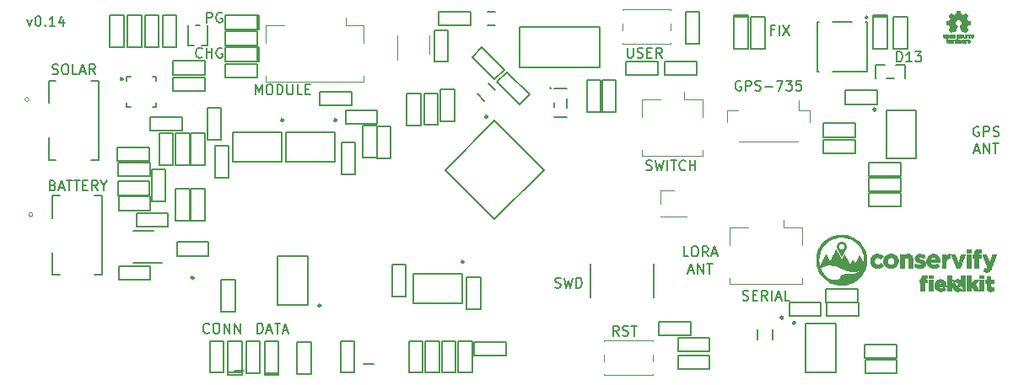
<source format=gbr>
G04 #@! TF.GenerationSoftware,KiCad,Pcbnew,(5.0.0)*
G04 #@! TF.CreationDate,2018-12-11T15:37:44-06:00*
G04 #@! TF.ProjectId,fk-core,666B2D636F72652E6B696361645F7063,0.1*
G04 #@! TF.SameCoordinates,PX791ddc0PY791ddc0*
G04 #@! TF.FileFunction,Legend,Top*
G04 #@! TF.FilePolarity,Positive*
%FSLAX46Y46*%
G04 Gerber Fmt 4.6, Leading zero omitted, Abs format (unit mm)*
G04 Created by KiCad (PCBNEW (5.0.0)) date 12/11/18 15:37:44*
%MOMM*%
%LPD*%
G01*
G04 APERTURE LIST*
%ADD10C,0.180000*%
%ADD11C,0.203200*%
%ADD12C,0.300000*%
%ADD13C,0.200000*%
%ADD14C,0.100000*%
%ADD15C,0.150000*%
%ADD16C,0.127000*%
%ADD17C,0.120000*%
%ADD18C,0.010000*%
G04 APERTURE END LIST*
D10*
X-26360096Y9072620D02*
X-26360096Y10072620D01*
X-26026762Y9358334D01*
X-25693429Y10072620D01*
X-25693429Y9072620D01*
X-25026762Y10072620D02*
X-24836286Y10072620D01*
X-24741048Y10025000D01*
X-24645810Y9929762D01*
X-24598191Y9739286D01*
X-24598191Y9405953D01*
X-24645810Y9215477D01*
X-24741048Y9120239D01*
X-24836286Y9072620D01*
X-25026762Y9072620D01*
X-25122000Y9120239D01*
X-25217239Y9215477D01*
X-25264858Y9405953D01*
X-25264858Y9739286D01*
X-25217239Y9929762D01*
X-25122000Y10025000D01*
X-25026762Y10072620D01*
X-24169620Y9072620D02*
X-24169620Y10072620D01*
X-23931524Y10072620D01*
X-23788667Y10025000D01*
X-23693429Y9929762D01*
X-23645810Y9834524D01*
X-23598191Y9644048D01*
X-23598191Y9501191D01*
X-23645810Y9310715D01*
X-23693429Y9215477D01*
X-23788667Y9120239D01*
X-23931524Y9072620D01*
X-24169620Y9072620D01*
X-23169620Y10072620D02*
X-23169620Y9263096D01*
X-23122000Y9167858D01*
X-23074381Y9120239D01*
X-22979143Y9072620D01*
X-22788667Y9072620D01*
X-22693429Y9120239D01*
X-22645810Y9167858D01*
X-22598191Y9263096D01*
X-22598191Y10072620D01*
X-21645810Y9072620D02*
X-22122000Y9072620D01*
X-22122000Y10072620D01*
X-21312477Y9596429D02*
X-20979143Y9596429D01*
X-20836286Y9072620D02*
X-21312477Y9072620D01*
X-21312477Y10072620D01*
X-20836286Y10072620D01*
D11*
X17126857Y-7216019D02*
X16643047Y-7216019D01*
X16643047Y-6200019D01*
X17659047Y-6200019D02*
X17852571Y-6200019D01*
X17949333Y-6248400D01*
X18046095Y-6345161D01*
X18094476Y-6538685D01*
X18094476Y-6877352D01*
X18046095Y-7070876D01*
X17949333Y-7167638D01*
X17852571Y-7216019D01*
X17659047Y-7216019D01*
X17562285Y-7167638D01*
X17465523Y-7070876D01*
X17417142Y-6877352D01*
X17417142Y-6538685D01*
X17465523Y-6345161D01*
X17562285Y-6248400D01*
X17659047Y-6200019D01*
X19110476Y-7216019D02*
X18771809Y-6732209D01*
X18529904Y-7216019D02*
X18529904Y-6200019D01*
X18916952Y-6200019D01*
X19013714Y-6248400D01*
X19062095Y-6296780D01*
X19110476Y-6393542D01*
X19110476Y-6538685D01*
X19062095Y-6635447D01*
X19013714Y-6683828D01*
X18916952Y-6732209D01*
X18529904Y-6732209D01*
X19497523Y-6925733D02*
X19981333Y-6925733D01*
X19400761Y-7216019D02*
X19739428Y-6200019D01*
X20078095Y-7216019D01*
X17126857Y-8652933D02*
X17610666Y-8652933D01*
X17030095Y-8943219D02*
X17368761Y-7927219D01*
X17707428Y-8943219D01*
X18046095Y-8943219D02*
X18046095Y-7927219D01*
X18626666Y-8943219D01*
X18626666Y-7927219D01*
X18965333Y-7927219D02*
X19545904Y-7927219D01*
X19255619Y-8943219D02*
X19255619Y-7927219D01*
X46264285Y5816600D02*
X46167523Y5864981D01*
X46022380Y5864981D01*
X45877238Y5816600D01*
X45780476Y5719839D01*
X45732095Y5623077D01*
X45683714Y5429553D01*
X45683714Y5284410D01*
X45732095Y5090886D01*
X45780476Y4994124D01*
X45877238Y4897362D01*
X46022380Y4848981D01*
X46119142Y4848981D01*
X46264285Y4897362D01*
X46312666Y4945743D01*
X46312666Y5284410D01*
X46119142Y5284410D01*
X46748095Y4848981D02*
X46748095Y5864981D01*
X47135142Y5864981D01*
X47231904Y5816600D01*
X47280285Y5768220D01*
X47328666Y5671458D01*
X47328666Y5526315D01*
X47280285Y5429553D01*
X47231904Y5381172D01*
X47135142Y5332791D01*
X46748095Y5332791D01*
X47715714Y4897362D02*
X47860857Y4848981D01*
X48102761Y4848981D01*
X48199523Y4897362D01*
X48247904Y4945743D01*
X48296285Y5042505D01*
X48296285Y5139267D01*
X48247904Y5236029D01*
X48199523Y5284410D01*
X48102761Y5332791D01*
X47909238Y5381172D01*
X47812476Y5429553D01*
X47764095Y5477934D01*
X47715714Y5574696D01*
X47715714Y5671458D01*
X47764095Y5768220D01*
X47812476Y5816600D01*
X47909238Y5864981D01*
X48151142Y5864981D01*
X48296285Y5816600D01*
X45828857Y3412067D02*
X46312666Y3412067D01*
X45732095Y3121781D02*
X46070761Y4137781D01*
X46409428Y3121781D01*
X46748095Y3121781D02*
X46748095Y4137781D01*
X47328666Y3121781D01*
X47328666Y4137781D01*
X47667333Y4137781D02*
X48247904Y4137781D01*
X47957619Y3121781D02*
X47957619Y4137781D01*
D10*
X3722857Y-10310761D02*
X3865714Y-10358380D01*
X4103809Y-10358380D01*
X4199047Y-10310761D01*
X4246666Y-10263142D01*
X4294285Y-10167904D01*
X4294285Y-10072666D01*
X4246666Y-9977428D01*
X4199047Y-9929809D01*
X4103809Y-9882190D01*
X3913333Y-9834571D01*
X3818095Y-9786952D01*
X3770476Y-9739333D01*
X3722857Y-9644095D01*
X3722857Y-9548857D01*
X3770476Y-9453619D01*
X3818095Y-9406000D01*
X3913333Y-9358380D01*
X4151428Y-9358380D01*
X4294285Y-9406000D01*
X4627619Y-9358380D02*
X4865714Y-10358380D01*
X5056190Y-9644095D01*
X5246666Y-10358380D01*
X5484761Y-9358380D01*
X5865714Y-10358380D02*
X5865714Y-9358380D01*
X6103809Y-9358380D01*
X6246666Y-9406000D01*
X6341904Y-9501238D01*
X6389523Y-9596476D01*
X6437142Y-9786952D01*
X6437142Y-9929809D01*
X6389523Y-10120285D01*
X6341904Y-10215523D01*
X6246666Y-10310761D01*
X6103809Y-10358380D01*
X5865714Y-10358380D01*
X22384095Y10406000D02*
X22288857Y10453620D01*
X22146000Y10453620D01*
X22003142Y10406000D01*
X21907904Y10310762D01*
X21860285Y10215524D01*
X21812666Y10025048D01*
X21812666Y9882191D01*
X21860285Y9691715D01*
X21907904Y9596477D01*
X22003142Y9501239D01*
X22146000Y9453620D01*
X22241238Y9453620D01*
X22384095Y9501239D01*
X22431714Y9548858D01*
X22431714Y9882191D01*
X22241238Y9882191D01*
X22860285Y9453620D02*
X22860285Y10453620D01*
X23241238Y10453620D01*
X23336476Y10406000D01*
X23384095Y10358381D01*
X23431714Y10263143D01*
X23431714Y10120286D01*
X23384095Y10025048D01*
X23336476Y9977429D01*
X23241238Y9929810D01*
X22860285Y9929810D01*
X23812666Y9501239D02*
X23955523Y9453620D01*
X24193619Y9453620D01*
X24288857Y9501239D01*
X24336476Y9548858D01*
X24384095Y9644096D01*
X24384095Y9739334D01*
X24336476Y9834572D01*
X24288857Y9882191D01*
X24193619Y9929810D01*
X24003142Y9977429D01*
X23907904Y10025048D01*
X23860285Y10072667D01*
X23812666Y10167905D01*
X23812666Y10263143D01*
X23860285Y10358381D01*
X23907904Y10406000D01*
X24003142Y10453620D01*
X24241238Y10453620D01*
X24384095Y10406000D01*
X24812666Y9834572D02*
X25574571Y9834572D01*
X25955523Y10453620D02*
X26622190Y10453620D01*
X26193619Y9453620D01*
X26907904Y10453620D02*
X27526952Y10453620D01*
X27193619Y10072667D01*
X27336476Y10072667D01*
X27431714Y10025048D01*
X27479333Y9977429D01*
X27526952Y9882191D01*
X27526952Y9644096D01*
X27479333Y9548858D01*
X27431714Y9501239D01*
X27336476Y9453620D01*
X27050761Y9453620D01*
X26955523Y9501239D01*
X26907904Y9548858D01*
X28431714Y10453620D02*
X27955523Y10453620D01*
X27907904Y9977429D01*
X27955523Y10025048D01*
X28050761Y10072667D01*
X28288857Y10072667D01*
X28384095Y10025048D01*
X28431714Y9977429D01*
X28479333Y9882191D01*
X28479333Y9644096D01*
X28431714Y9548858D01*
X28384095Y9501239D01*
X28288857Y9453620D01*
X28050761Y9453620D01*
X27955523Y9501239D01*
X27907904Y9548858D01*
X12867000Y1500239D02*
X13009857Y1452620D01*
X13247952Y1452620D01*
X13343190Y1500239D01*
X13390809Y1547858D01*
X13438428Y1643096D01*
X13438428Y1738334D01*
X13390809Y1833572D01*
X13343190Y1881191D01*
X13247952Y1928810D01*
X13057476Y1976429D01*
X12962238Y2024048D01*
X12914619Y2071667D01*
X12867000Y2166905D01*
X12867000Y2262143D01*
X12914619Y2357381D01*
X12962238Y2405000D01*
X13057476Y2452620D01*
X13295571Y2452620D01*
X13438428Y2405000D01*
X13771761Y2452620D02*
X14009857Y1452620D01*
X14200333Y2166905D01*
X14390809Y1452620D01*
X14628904Y2452620D01*
X15009857Y1452620D02*
X15009857Y2452620D01*
X15343190Y2452620D02*
X15914619Y2452620D01*
X15628904Y1452620D02*
X15628904Y2452620D01*
X16819380Y1547858D02*
X16771761Y1500239D01*
X16628904Y1452620D01*
X16533666Y1452620D01*
X16390809Y1500239D01*
X16295571Y1595477D01*
X16247952Y1690715D01*
X16200333Y1881191D01*
X16200333Y2024048D01*
X16247952Y2214524D01*
X16295571Y2309762D01*
X16390809Y2405000D01*
X16533666Y2452620D01*
X16628904Y2452620D01*
X16771761Y2405000D01*
X16819380Y2357381D01*
X17247952Y1452620D02*
X17247952Y2452620D01*
X17247952Y1976429D02*
X17819380Y1976429D01*
X17819380Y1452620D02*
X17819380Y2452620D01*
X22582476Y-11580761D02*
X22725333Y-11628380D01*
X22963428Y-11628380D01*
X23058666Y-11580761D01*
X23106285Y-11533142D01*
X23153904Y-11437904D01*
X23153904Y-11342666D01*
X23106285Y-11247428D01*
X23058666Y-11199809D01*
X22963428Y-11152190D01*
X22772952Y-11104571D01*
X22677714Y-11056952D01*
X22630095Y-11009333D01*
X22582476Y-10914095D01*
X22582476Y-10818857D01*
X22630095Y-10723619D01*
X22677714Y-10676000D01*
X22772952Y-10628380D01*
X23011047Y-10628380D01*
X23153904Y-10676000D01*
X23582476Y-11104571D02*
X23915809Y-11104571D01*
X24058666Y-11628380D02*
X23582476Y-11628380D01*
X23582476Y-10628380D01*
X24058666Y-10628380D01*
X25058666Y-11628380D02*
X24725333Y-11152190D01*
X24487238Y-11628380D02*
X24487238Y-10628380D01*
X24868190Y-10628380D01*
X24963428Y-10676000D01*
X25011047Y-10723619D01*
X25058666Y-10818857D01*
X25058666Y-10961714D01*
X25011047Y-11056952D01*
X24963428Y-11104571D01*
X24868190Y-11152190D01*
X24487238Y-11152190D01*
X25487238Y-11628380D02*
X25487238Y-10628380D01*
X25915809Y-11342666D02*
X26392000Y-11342666D01*
X25820571Y-11628380D02*
X26153904Y-10628380D01*
X26487238Y-11628380D01*
X27296761Y-11628380D02*
X26820571Y-11628380D01*
X26820571Y-10628380D01*
X-46719858Y11152239D02*
X-46577000Y11104620D01*
X-46338905Y11104620D01*
X-46243667Y11152239D01*
X-46196048Y11199858D01*
X-46148429Y11295096D01*
X-46148429Y11390334D01*
X-46196048Y11485572D01*
X-46243667Y11533191D01*
X-46338905Y11580810D01*
X-46529381Y11628429D01*
X-46624620Y11676048D01*
X-46672239Y11723667D01*
X-46719858Y11818905D01*
X-46719858Y11914143D01*
X-46672239Y12009381D01*
X-46624620Y12057000D01*
X-46529381Y12104620D01*
X-46291286Y12104620D01*
X-46148429Y12057000D01*
X-45529381Y12104620D02*
X-45338905Y12104620D01*
X-45243667Y12057000D01*
X-45148429Y11961762D01*
X-45100810Y11771286D01*
X-45100810Y11437953D01*
X-45148429Y11247477D01*
X-45243667Y11152239D01*
X-45338905Y11104620D01*
X-45529381Y11104620D01*
X-45624620Y11152239D01*
X-45719858Y11247477D01*
X-45767477Y11437953D01*
X-45767477Y11771286D01*
X-45719858Y11961762D01*
X-45624620Y12057000D01*
X-45529381Y12104620D01*
X-44196048Y11104620D02*
X-44672239Y11104620D01*
X-44672239Y12104620D01*
X-43910334Y11390334D02*
X-43434143Y11390334D01*
X-44005572Y11104620D02*
X-43672239Y12104620D01*
X-43338905Y11104620D01*
X-42434143Y11104620D02*
X-42767477Y11580810D01*
X-43005572Y11104620D02*
X-43005572Y12104620D01*
X-42624620Y12104620D01*
X-42529381Y12057000D01*
X-42481762Y12009381D01*
X-42434143Y11914143D01*
X-42434143Y11771286D01*
X-42481762Y11676048D01*
X-42529381Y11628429D01*
X-42624620Y11580810D01*
X-43005572Y11580810D01*
X-46696000Y-55571D02*
X-46553143Y-103190D01*
X-46505524Y-150809D01*
X-46457905Y-246047D01*
X-46457905Y-388904D01*
X-46505524Y-484142D01*
X-46553143Y-531761D01*
X-46648381Y-579380D01*
X-47029334Y-579380D01*
X-47029334Y420620D01*
X-46696000Y420620D01*
X-46600762Y373000D01*
X-46553143Y325381D01*
X-46505524Y230143D01*
X-46505524Y134905D01*
X-46553143Y39667D01*
X-46600762Y-7952D01*
X-46696000Y-55571D01*
X-47029334Y-55571D01*
X-46076953Y-293666D02*
X-45600762Y-293666D01*
X-46172191Y-579380D02*
X-45838858Y420620D01*
X-45505524Y-579380D01*
X-45315048Y420620D02*
X-44743620Y420620D01*
X-45029334Y-579380D02*
X-45029334Y420620D01*
X-44553143Y420620D02*
X-43981715Y420620D01*
X-44267429Y-579380D02*
X-44267429Y420620D01*
X-43648381Y-55571D02*
X-43315048Y-55571D01*
X-43172191Y-579380D02*
X-43648381Y-579380D01*
X-43648381Y420620D01*
X-43172191Y420620D01*
X-42172191Y-579380D02*
X-42505524Y-103190D01*
X-42743620Y-579380D02*
X-42743620Y420620D01*
X-42362667Y420620D01*
X-42267429Y373000D01*
X-42219810Y325381D01*
X-42172191Y230143D01*
X-42172191Y87286D01*
X-42219810Y-7952D01*
X-42267429Y-55571D01*
X-42362667Y-103190D01*
X-42743620Y-103190D01*
X-41553143Y-103190D02*
X-41553143Y-579380D01*
X-41886477Y420620D02*
X-41553143Y-103190D01*
X-41219810Y420620D01*
X10985714Y13755620D02*
X10985714Y12946096D01*
X11033333Y12850858D01*
X11080952Y12803239D01*
X11176190Y12755620D01*
X11366666Y12755620D01*
X11461904Y12803239D01*
X11509523Y12850858D01*
X11557142Y12946096D01*
X11557142Y13755620D01*
X11985714Y12803239D02*
X12128571Y12755620D01*
X12366666Y12755620D01*
X12461904Y12803239D01*
X12509523Y12850858D01*
X12557142Y12946096D01*
X12557142Y13041334D01*
X12509523Y13136572D01*
X12461904Y13184191D01*
X12366666Y13231810D01*
X12176190Y13279429D01*
X12080952Y13327048D01*
X12033333Y13374667D01*
X11985714Y13469905D01*
X11985714Y13565143D01*
X12033333Y13660381D01*
X12080952Y13708000D01*
X12176190Y13755620D01*
X12414285Y13755620D01*
X12557142Y13708000D01*
X12985714Y13279429D02*
X13319047Y13279429D01*
X13461904Y12755620D02*
X12985714Y12755620D01*
X12985714Y13755620D01*
X13461904Y13755620D01*
X14461904Y12755620D02*
X14128571Y13231810D01*
X13890476Y12755620D02*
X13890476Y13755620D01*
X14271428Y13755620D01*
X14366666Y13708000D01*
X14414285Y13660381D01*
X14461904Y13565143D01*
X14461904Y13422286D01*
X14414285Y13327048D01*
X14366666Y13279429D01*
X14271428Y13231810D01*
X13890476Y13231810D01*
X10120380Y-15184380D02*
X9787047Y-14708190D01*
X9548952Y-15184380D02*
X9548952Y-14184380D01*
X9929904Y-14184380D01*
X10025142Y-14232000D01*
X10072761Y-14279619D01*
X10120380Y-14374857D01*
X10120380Y-14517714D01*
X10072761Y-14612952D01*
X10025142Y-14660571D01*
X9929904Y-14708190D01*
X9548952Y-14708190D01*
X10501333Y-15136761D02*
X10644190Y-15184380D01*
X10882285Y-15184380D01*
X10977523Y-15136761D01*
X11025142Y-15089142D01*
X11072761Y-14993904D01*
X11072761Y-14898666D01*
X11025142Y-14803428D01*
X10977523Y-14755809D01*
X10882285Y-14708190D01*
X10691809Y-14660571D01*
X10596571Y-14612952D01*
X10548952Y-14565333D01*
X10501333Y-14470095D01*
X10501333Y-14374857D01*
X10548952Y-14279619D01*
X10596571Y-14232000D01*
X10691809Y-14184380D01*
X10929904Y-14184380D01*
X11072761Y-14232000D01*
X11358476Y-14184380D02*
X11929904Y-14184380D01*
X11644190Y-15184380D02*
X11644190Y-14184380D01*
D12*
X-32593689Y-9347200D02*
G75*
G03X-32593689Y-9347200I-70711J0D01*
G01*
X26537511Y-13360400D02*
G75*
G03X26537511Y-13360400I-70711J0D01*
G01*
D10*
X-26138000Y-14930380D02*
X-26138000Y-13930380D01*
X-25899905Y-13930380D01*
X-25757048Y-13978000D01*
X-25661810Y-14073238D01*
X-25614191Y-14168476D01*
X-25566572Y-14358952D01*
X-25566572Y-14501809D01*
X-25614191Y-14692285D01*
X-25661810Y-14787523D01*
X-25757048Y-14882761D01*
X-25899905Y-14930380D01*
X-26138000Y-14930380D01*
X-25185620Y-14644666D02*
X-24709429Y-14644666D01*
X-25280858Y-14930380D02*
X-24947524Y-13930380D01*
X-24614191Y-14930380D01*
X-24423715Y-13930380D02*
X-23852286Y-13930380D01*
X-24138000Y-14930380D02*
X-24138000Y-13930380D01*
X-23566572Y-14644666D02*
X-23090381Y-14644666D01*
X-23661810Y-14930380D02*
X-23328477Y-13930380D01*
X-22995143Y-14930380D01*
X-30979905Y-14835142D02*
X-31027524Y-14882761D01*
X-31170381Y-14930380D01*
X-31265620Y-14930380D01*
X-31408477Y-14882761D01*
X-31503715Y-14787523D01*
X-31551334Y-14692285D01*
X-31598953Y-14501809D01*
X-31598953Y-14358952D01*
X-31551334Y-14168476D01*
X-31503715Y-14073238D01*
X-31408477Y-13978000D01*
X-31265620Y-13930380D01*
X-31170381Y-13930380D01*
X-31027524Y-13978000D01*
X-30979905Y-14025619D01*
X-30360858Y-13930380D02*
X-30170381Y-13930380D01*
X-30075143Y-13978000D01*
X-29979905Y-14073238D01*
X-29932286Y-14263714D01*
X-29932286Y-14597047D01*
X-29979905Y-14787523D01*
X-30075143Y-14882761D01*
X-30170381Y-14930380D01*
X-30360858Y-14930380D01*
X-30456096Y-14882761D01*
X-30551334Y-14787523D01*
X-30598953Y-14597047D01*
X-30598953Y-14263714D01*
X-30551334Y-14073238D01*
X-30456096Y-13978000D01*
X-30360858Y-13930380D01*
X-29503715Y-14930380D02*
X-29503715Y-13930380D01*
X-28932286Y-14930380D01*
X-28932286Y-13930380D01*
X-28456096Y-14930380D02*
X-28456096Y-13930380D01*
X-27884667Y-14930380D01*
X-27884667Y-13930380D01*
D13*
X25717571Y15565429D02*
X25384238Y15565429D01*
X25384238Y15041620D02*
X25384238Y16041620D01*
X25860428Y16041620D01*
X26241380Y15041620D02*
X26241380Y16041620D01*
X26622333Y16041620D02*
X27289000Y15041620D01*
X27289000Y16041620D02*
X26622333Y15041620D01*
X-49264038Y16603981D02*
X-49025943Y15937315D01*
X-48787848Y16603981D01*
X-48216419Y16937315D02*
X-48121181Y16937315D01*
X-48025943Y16889695D01*
X-47978324Y16842076D01*
X-47930705Y16746838D01*
X-47883086Y16556362D01*
X-47883086Y16318267D01*
X-47930705Y16127791D01*
X-47978324Y16032553D01*
X-48025943Y15984934D01*
X-48121181Y15937315D01*
X-48216419Y15937315D01*
X-48311657Y15984934D01*
X-48359276Y16032553D01*
X-48406896Y16127791D01*
X-48454515Y16318267D01*
X-48454515Y16556362D01*
X-48406896Y16746838D01*
X-48359276Y16842076D01*
X-48311657Y16889695D01*
X-48216419Y16937315D01*
X-47454515Y16032553D02*
X-47406896Y15984934D01*
X-47454515Y15937315D01*
X-47502134Y15984934D01*
X-47454515Y16032553D01*
X-47454515Y15937315D01*
X-46454515Y15937315D02*
X-47025943Y15937315D01*
X-46740229Y15937315D02*
X-46740229Y16937315D01*
X-46835467Y16794457D01*
X-46930705Y16699219D01*
X-47025943Y16651600D01*
X-45597372Y16603981D02*
X-45597372Y15937315D01*
X-45835467Y16984934D02*
X-46073562Y16270648D01*
X-45454515Y16270648D01*
X-31702286Y12850858D02*
X-31749905Y12803239D01*
X-31892762Y12755620D01*
X-31988000Y12755620D01*
X-32130858Y12803239D01*
X-32226096Y12898477D01*
X-32273715Y12993715D01*
X-32321334Y13184191D01*
X-32321334Y13327048D01*
X-32273715Y13517524D01*
X-32226096Y13612762D01*
X-32130858Y13708000D01*
X-31988000Y13755620D01*
X-31892762Y13755620D01*
X-31749905Y13708000D01*
X-31702286Y13660381D01*
X-31273715Y12755620D02*
X-31273715Y13755620D01*
X-31273715Y13279429D02*
X-30702286Y13279429D01*
X-30702286Y12755620D02*
X-30702286Y13755620D01*
X-29702286Y13708000D02*
X-29797524Y13755620D01*
X-29940381Y13755620D01*
X-30083239Y13708000D01*
X-30178477Y13612762D01*
X-30226096Y13517524D01*
X-30273715Y13327048D01*
X-30273715Y13184191D01*
X-30226096Y12993715D01*
X-30178477Y12898477D01*
X-30083239Y12803239D01*
X-29940381Y12755620D01*
X-29845143Y12755620D01*
X-29702286Y12803239D01*
X-29654667Y12850858D01*
X-29654667Y13184191D01*
X-29845143Y13184191D01*
X-31241905Y16311620D02*
X-31241905Y17311620D01*
X-30860953Y17311620D01*
X-30765715Y17264000D01*
X-30718096Y17216381D01*
X-30670477Y17121143D01*
X-30670477Y16978286D01*
X-30718096Y16883048D01*
X-30765715Y16835429D01*
X-30860953Y16787810D01*
X-31241905Y16787810D01*
X-29718096Y17264000D02*
X-29813334Y17311620D01*
X-29956191Y17311620D01*
X-30099048Y17264000D01*
X-30194286Y17168762D01*
X-30241905Y17073524D01*
X-30289524Y16883048D01*
X-30289524Y16740191D01*
X-30241905Y16549715D01*
X-30194286Y16454477D01*
X-30099048Y16359239D01*
X-29956191Y16311620D01*
X-29860953Y16311620D01*
X-29718096Y16359239D01*
X-29670477Y16406858D01*
X-29670477Y16740191D01*
X-29860953Y16740191D01*
X38028714Y12374620D02*
X38028714Y13374620D01*
X38266809Y13374620D01*
X38409666Y13327000D01*
X38504904Y13231762D01*
X38552523Y13136524D01*
X38600142Y12946048D01*
X38600142Y12803191D01*
X38552523Y12612715D01*
X38504904Y12517477D01*
X38409666Y12422239D01*
X38266809Y12374620D01*
X38028714Y12374620D01*
X39552523Y12374620D02*
X38981095Y12374620D01*
X39266809Y12374620D02*
X39266809Y13374620D01*
X39171571Y13231762D01*
X39076333Y13136524D01*
X38981095Y13088905D01*
X39885857Y13374620D02*
X40504904Y13374620D01*
X40171571Y12993667D01*
X40314428Y12993667D01*
X40409666Y12946048D01*
X40457285Y12898429D01*
X40504904Y12803191D01*
X40504904Y12565096D01*
X40457285Y12469858D01*
X40409666Y12422239D01*
X40314428Y12374620D01*
X40028714Y12374620D01*
X39933476Y12422239D01*
X39885857Y12469858D01*
D14*
G04 #@! TO.C,J3*
X-49087000Y8560000D02*
G75*
G03X-49087000Y8560000I-200000J0D01*
G01*
D13*
X-42113000Y10452000D02*
X-42113000Y2502000D01*
X-42113000Y2502000D02*
X-42863000Y2502000D01*
X-42113000Y10452000D02*
X-42863000Y10452000D01*
X-46363000Y10452000D02*
X-47113000Y10452000D01*
X-47113000Y10452000D02*
X-47113000Y8227000D01*
X-47113000Y4727000D02*
X-47113000Y2502000D01*
X-47113000Y2502000D02*
X-46363000Y2502000D01*
D14*
G04 #@! TO.C,J10*
X-48706000Y-3013000D02*
G75*
G03X-48706000Y-3013000I-200000J0D01*
G01*
D13*
X-41732000Y-1121000D02*
X-41732000Y-9071000D01*
X-41732000Y-9071000D02*
X-42482000Y-9071000D01*
X-41732000Y-1121000D02*
X-42482000Y-1121000D01*
X-45982000Y-1121000D02*
X-46732000Y-1121000D01*
X-46732000Y-1121000D02*
X-46732000Y-3346000D01*
X-46732000Y-6846000D02*
X-46732000Y-9071000D01*
X-46732000Y-9071000D02*
X-45982000Y-9071000D01*
D15*
G04 #@! TO.C,J16*
X8191000Y11827000D02*
X8191000Y15827000D01*
X8191000Y15827000D02*
X191000Y15827000D01*
X191000Y15827000D02*
X191000Y11827000D01*
X191000Y11827000D02*
X8191000Y11827000D01*
G04 #@! TO.C,U15*
X-36542000Y-4598000D02*
X-38642000Y-4598000D01*
X-35767000Y-7848000D02*
X-38642000Y-7848000D01*
G04 #@! TO.C,C39*
X-40169000Y319000D02*
X-36969000Y319000D01*
X-36969000Y-1081000D02*
X-40169000Y-1081000D01*
X-40169000Y-1081000D02*
X-40169000Y319000D01*
X-36969000Y-1081000D02*
X-36969000Y319000D01*
G04 #@! TO.C,C40*
X-38303000Y-2856000D02*
X-38303000Y-4256000D01*
X-35103000Y-2856000D02*
X-35103000Y-4256000D01*
X-38303000Y-2856000D02*
X-35103000Y-2856000D01*
X-35103000Y-4256000D02*
X-38303000Y-4256000D01*
D16*
G04 #@! TO.C,M7*
X-27477720Y-18694400D02*
X-28475940Y-18694400D01*
X-14478000Y-17995900D02*
X-15476220Y-17995900D01*
D15*
G04 #@! TO.C,R46*
X-32955000Y-432000D02*
X-34355000Y-432000D01*
X-32955000Y-3632000D02*
X-34355000Y-3632000D01*
X-32955000Y-432000D02*
X-32955000Y-3632000D01*
X-34355000Y-3632000D02*
X-34355000Y-432000D01*
G04 #@! TO.C,R45*
X-32831000Y-3632000D02*
X-32831000Y-432000D01*
X-31431000Y-432000D02*
X-31431000Y-3632000D01*
X-31431000Y-3632000D02*
X-32831000Y-3632000D01*
X-31431000Y-432000D02*
X-32831000Y-432000D01*
G04 #@! TO.C,R44*
X-40081000Y-8190000D02*
X-40081000Y-9590000D01*
X-36881000Y-8190000D02*
X-36881000Y-9590000D01*
X-40081000Y-8190000D02*
X-36881000Y-8190000D01*
X-36881000Y-9590000D02*
X-40081000Y-9590000D01*
G04 #@! TO.C,R43*
X-31039000Y-7177000D02*
X-34239000Y-7177000D01*
X-34239000Y-5777000D02*
X-31039000Y-5777000D01*
X-31039000Y-5777000D02*
X-31039000Y-7177000D01*
X-34239000Y-5777000D02*
X-34239000Y-7177000D01*
G04 #@! TO.C,R42*
X-40081000Y-1205000D02*
X-40081000Y-2605000D01*
X-36881000Y-1205000D02*
X-36881000Y-2605000D01*
X-40081000Y-1205000D02*
X-36881000Y-1205000D01*
X-36881000Y-2605000D02*
X-40081000Y-2605000D01*
D17*
G04 #@! TO.C,U4*
X-8880442Y13165608D02*
X-8880442Y14965608D01*
X-12100442Y14965608D02*
X-12100442Y12515608D01*
G04 #@! TO.C,J6*
X-15454200Y14233000D02*
X-15454200Y16033000D01*
X-15454200Y16033000D02*
X-17304200Y16033000D01*
X-17304200Y16033000D02*
X-17304200Y16773000D01*
X-25274200Y14233000D02*
X-25274200Y16033000D01*
X-25274200Y16033000D02*
X-23424200Y16033000D01*
X-15454200Y10913000D02*
X-15454200Y10363000D01*
X-15454200Y10363000D02*
X-25274200Y10363000D01*
X-25274200Y10363000D02*
X-25274200Y10913000D01*
G04 #@! TO.C,J8*
X18541700Y6787800D02*
X18541700Y8587800D01*
X18541700Y8587800D02*
X16691700Y8587800D01*
X16691700Y8587800D02*
X16691700Y9327800D01*
X12471700Y6787800D02*
X12471700Y8587800D01*
X12471700Y8587800D02*
X14321700Y8587800D01*
X18541700Y3467800D02*
X18541700Y2917800D01*
X18541700Y2917800D02*
X12471700Y2917800D01*
X12471700Y2917800D02*
X12471700Y3467800D01*
G04 #@! TO.C,J4*
X14291000Y-3175000D02*
X14291000Y-3235000D01*
X14291000Y-3235000D02*
X16951000Y-3235000D01*
X16951000Y-3235000D02*
X16951000Y-3175000D01*
X16951000Y-3175000D02*
X14291000Y-3175000D01*
X14291000Y-1905000D02*
X14291000Y-575000D01*
X14291000Y-575000D02*
X15621000Y-575000D01*
D12*
G04 #@! TO.C,U5*
X-19835289Y-12152000D02*
G75*
G03X-19835289Y-12152000I-70711J0D01*
G01*
D15*
X-21106000Y-12102000D02*
X-21106000Y-7202000D01*
X-21106000Y-7202000D02*
X-24106000Y-7202000D01*
X-24106000Y-7202000D02*
X-24106000Y-12102000D01*
X-24106000Y-12102000D02*
X-21106000Y-12102000D01*
D12*
G04 #@! TO.C,U9*
X-18257289Y6510000D02*
G75*
G03X-18257289Y6510000I-70711J0D01*
G01*
D15*
X-18378000Y5310000D02*
X-23278000Y5310000D01*
X-23278000Y5310000D02*
X-23278000Y2310000D01*
X-23278000Y2310000D02*
X-18378000Y2310000D01*
X-18378000Y2310000D02*
X-18378000Y5310000D01*
G04 #@! TO.C,F1*
X-3080000Y16025000D02*
X-2280000Y16025000D01*
X-3080000Y17375000D02*
X-2280000Y17375000D01*
G04 #@! TO.C,C16*
X-6226802Y-15690022D02*
X-7626802Y-15690022D01*
X-6226802Y-18890022D02*
X-7626802Y-18890022D01*
X-6226802Y-15690022D02*
X-6226802Y-18890022D01*
X-7626802Y-18890022D02*
X-7626802Y-15690022D01*
D17*
G04 #@! TO.C,J5*
X28552000Y-6090000D02*
X28552000Y-4290000D01*
X28552000Y-4290000D02*
X26702000Y-4290000D01*
X26702000Y-4290000D02*
X26702000Y-3550000D01*
X21232000Y-6090000D02*
X21232000Y-4290000D01*
X21232000Y-4290000D02*
X23082000Y-4290000D01*
X28552000Y-9410000D02*
X28552000Y-9960000D01*
X28552000Y-9960000D02*
X21232000Y-9960000D01*
X21232000Y-9960000D02*
X21232000Y-9410000D01*
G04 #@! TO.C,SW2*
X15365900Y17625000D02*
X15365900Y17525000D01*
X15365900Y14125000D02*
X15365900Y14225000D01*
X10465900Y14225000D02*
X10465900Y14125000D01*
X10465900Y17625000D02*
X10465900Y17525000D01*
X10465900Y16225000D02*
X10465900Y15525000D01*
X15365900Y16225000D02*
X15365900Y15525000D01*
X15365900Y17625000D02*
X10465900Y17625000D01*
X10465900Y14125000D02*
X15365900Y14125000D01*
G04 #@! TO.C,SW1*
X8675200Y-19149000D02*
X8675200Y-19049000D01*
X8675200Y-15649000D02*
X8675200Y-15749000D01*
X13575200Y-15749000D02*
X13575200Y-15649000D01*
X13575200Y-19149000D02*
X13575200Y-19049000D01*
X13575200Y-17749000D02*
X13575200Y-17049000D01*
X8675200Y-17749000D02*
X8675200Y-17049000D01*
X8675200Y-19149000D02*
X13575200Y-19149000D01*
X13575200Y-15649000D02*
X8675200Y-15649000D01*
D15*
G04 #@! TO.C,U13*
X30062800Y11381100D02*
X30262800Y11381100D01*
X30062800Y12931100D02*
X30062800Y11381100D01*
X32262800Y11381100D02*
X31562800Y11381100D01*
X30062800Y16381100D02*
X30062800Y12881100D01*
X32262800Y11381100D02*
X34862800Y11381100D01*
X35117221Y16802100D02*
G75*
G03X35117221Y16802100I-141421J0D01*
G01*
X31562800Y16381100D02*
X33562800Y16381100D01*
X34862800Y16381100D02*
X35062800Y16381100D01*
X35062800Y16381100D02*
X35062800Y11381100D01*
X35062800Y11381100D02*
X34862800Y11381100D01*
X30062800Y16381100D02*
X30212800Y16381100D01*
G04 #@! TO.C,C33*
X-9528802Y-15690022D02*
X-10928802Y-15690022D01*
X-9528802Y-18890022D02*
X-10928802Y-18890022D01*
X-9528802Y-15690022D02*
X-9528802Y-18890022D01*
X-10928802Y-18890022D02*
X-10928802Y-15690022D01*
G04 #@! TO.C,C34*
X-7877802Y-15690022D02*
X-9277802Y-15690022D01*
X-7877802Y-18890022D02*
X-9277802Y-18890022D01*
X-7877802Y-15690022D02*
X-7877802Y-18890022D01*
X-9277802Y-18890022D02*
X-9277802Y-15690022D01*
G04 #@! TO.C,R7*
X-12638000Y-11252000D02*
X-11238000Y-11252000D01*
X-12638000Y-8052000D02*
X-11238000Y-8052000D01*
X-12638000Y-11252000D02*
X-12638000Y-8052000D01*
X-11238000Y-8052000D02*
X-11238000Y-11252000D01*
G04 #@! TO.C,C1*
X-7786600Y6404976D02*
X-6386600Y6404976D01*
X-7786600Y9604976D02*
X-6386600Y9604976D01*
X-7786600Y6404976D02*
X-7786600Y9604976D01*
X-6386600Y9604976D02*
X-6386600Y6404976D01*
G04 #@! TO.C,C3*
X-2348924Y10577658D02*
X-1358974Y11567608D01*
X-4611666Y12840400D02*
X-3621716Y13830350D01*
X-2348924Y10577658D02*
X-4611666Y12840400D01*
X-3621716Y13830350D02*
X-1358974Y11567608D01*
G04 #@! TO.C,C4*
X-1090275Y11298909D02*
X-2080225Y10308959D01*
X1172467Y9036167D02*
X182517Y8046217D01*
X-1090275Y11298909D02*
X1172467Y9036167D01*
X182517Y8046217D02*
X-2080225Y10308959D01*
G04 #@! TO.C,C7*
X-9414208Y5998576D02*
X-8014208Y5998576D01*
X-9414208Y9198576D02*
X-8014208Y9198576D01*
X-9414208Y5998576D02*
X-9414208Y9198576D01*
X-8014208Y9198576D02*
X-8014208Y5998576D01*
G04 #@! TO.C,C11*
X-6997842Y15549994D02*
X-8397842Y15549994D01*
X-6997842Y12349994D02*
X-8397842Y12349994D01*
X-6997842Y15549994D02*
X-6997842Y12349994D01*
X-8397842Y12349994D02*
X-8397842Y15549994D01*
G04 #@! TO.C,C12*
X-31447353Y11060341D02*
X-31447353Y12460341D01*
X-34647353Y11060341D02*
X-34647353Y12460341D01*
X-31447353Y11060341D02*
X-34647353Y11060341D01*
X-34647353Y12460341D02*
X-31447353Y12460341D01*
G04 #@! TO.C,C18*
X-28383000Y-9576000D02*
X-29783000Y-9576000D01*
X-28383000Y-12776000D02*
X-29783000Y-12776000D01*
X-28383000Y-9576000D02*
X-28383000Y-12776000D01*
X-29783000Y-12776000D02*
X-29783000Y-9576000D01*
G04 #@! TO.C,C19*
X-40208000Y3748000D02*
X-40208000Y2348000D01*
X-37008000Y3748000D02*
X-37008000Y2348000D01*
X-40208000Y3748000D02*
X-37008000Y3748000D01*
X-37008000Y2348000D02*
X-40208000Y2348000D01*
G04 #@! TO.C,C20*
X-33706000Y5396000D02*
X-33706000Y6796000D01*
X-36906000Y5396000D02*
X-36906000Y6796000D01*
X-33706000Y5396000D02*
X-36906000Y5396000D01*
X-36906000Y6796000D02*
X-33706000Y6796000D01*
G04 #@! TO.C,C21*
X-19888000Y9336000D02*
X-19888000Y7936000D01*
X-16688000Y9336000D02*
X-16688000Y7936000D01*
X-19888000Y9336000D02*
X-16688000Y9336000D01*
X-16688000Y7936000D02*
X-19888000Y7936000D01*
G04 #@! TO.C,C22*
X30429000Y-13222200D02*
X30429000Y-11822200D01*
X27229000Y-13222200D02*
X27229000Y-11822200D01*
X30429000Y-13222200D02*
X27229000Y-13222200D01*
X27229000Y-11822200D02*
X30429000Y-11822200D01*
G04 #@! TO.C,C24*
X34112000Y-11876000D02*
X34112000Y-10476000D01*
X30912000Y-11876000D02*
X30912000Y-10476000D01*
X34112000Y-11876000D02*
X30912000Y-11876000D01*
X30912000Y-10476000D02*
X34112000Y-10476000D01*
G04 #@! TO.C,D1*
X37047400Y16868600D02*
X37047400Y13668600D01*
X37047400Y13668600D02*
X35647400Y13668600D01*
X35647400Y13668600D02*
X35647400Y16868600D01*
X35647400Y16868600D02*
X37047400Y16868600D01*
X37047400Y16868600D02*
X37047400Y17068600D01*
X37047400Y17068600D02*
X35647400Y17068600D01*
X35647400Y17068600D02*
X35647400Y16868600D01*
G04 #@! TO.C,D2*
X-29097200Y-18900600D02*
X-29097200Y-15700600D01*
X-29097200Y-15700600D02*
X-27697200Y-15700600D01*
X-27697200Y-15700600D02*
X-27697200Y-18900600D01*
X-27697200Y-18900600D02*
X-29097200Y-18900600D01*
X-29097200Y-18900600D02*
X-29097200Y-19100600D01*
X-29097200Y-19100600D02*
X-27697200Y-19100600D01*
X-27697200Y-19100600D02*
X-27697200Y-18900600D01*
G04 #@! TO.C,D3*
X-25431530Y-18920430D02*
X-25431530Y-15720430D01*
X-25431530Y-15720430D02*
X-24031530Y-15720430D01*
X-24031530Y-15720430D02*
X-24031530Y-18920430D01*
X-24031530Y-18920430D02*
X-25431530Y-18920430D01*
X-25431530Y-18920430D02*
X-25431530Y-19120430D01*
X-25431530Y-19120430D02*
X-24031530Y-19120430D01*
X-24031530Y-19120430D02*
X-24031530Y-18920430D01*
G04 #@! TO.C,D7*
X-31731000Y14007400D02*
X-31131000Y14007400D01*
X-33131000Y16007400D02*
X-33131000Y14007400D01*
X-31881000Y16007400D02*
X-32381000Y16007400D01*
X-31131000Y14007400D02*
X-31131000Y16007400D01*
X-33131000Y14007400D02*
X-32531000Y14007400D01*
G04 #@! TO.C,D8*
X3330711Y9700000D02*
G75*
G03X3330711Y9700000I-70711J0D01*
G01*
X3610000Y8250000D02*
X3610000Y7800000D01*
X4910000Y8650000D02*
X4910000Y7750000D01*
X4910000Y6750000D02*
X3610000Y6750000D01*
X4910000Y9650000D02*
X3610000Y9650000D01*
G04 #@! TO.C,D9*
X-26162200Y15635400D02*
X-29362200Y15635400D01*
X-29362200Y15635400D02*
X-29362200Y17035400D01*
X-29362200Y17035400D02*
X-26162200Y17035400D01*
X-26162200Y17035400D02*
X-26162200Y15635400D01*
X-26162200Y15635400D02*
X-25962200Y15635400D01*
X-25962200Y15635400D02*
X-25962200Y17035400D01*
X-25962200Y17035400D02*
X-26162200Y17035400D01*
G04 #@! TO.C,D10*
X-26162200Y12384200D02*
X-29362200Y12384200D01*
X-29362200Y12384200D02*
X-29362200Y13784200D01*
X-29362200Y13784200D02*
X-26162200Y13784200D01*
X-26162200Y13784200D02*
X-26162200Y12384200D01*
X-26162200Y12384200D02*
X-25962200Y12384200D01*
X-25962200Y12384200D02*
X-25962200Y13784200D01*
X-25962200Y13784200D02*
X-26162200Y13784200D01*
G04 #@! TO.C,D11*
X23072800Y16840000D02*
X23072800Y13640000D01*
X23072800Y13640000D02*
X21672800Y13640000D01*
X21672800Y13640000D02*
X21672800Y16840000D01*
X21672800Y16840000D02*
X23072800Y16840000D01*
X23072800Y16840000D02*
X23072800Y17040000D01*
X23072800Y17040000D02*
X21672800Y17040000D01*
X21672800Y17040000D02*
X21672800Y16840000D01*
G04 #@! TO.C,L1*
X-11157008Y5983376D02*
X-9757008Y5983376D01*
X-11157008Y9183376D02*
X-9757008Y9183376D01*
X-11157008Y5983376D02*
X-11157008Y9183376D01*
X-9757008Y9183376D02*
X-9757008Y5983376D01*
G04 #@! TO.C,L2*
X-7960000Y17380000D02*
X-7960000Y15980000D01*
X-4760000Y17380000D02*
X-4760000Y15980000D01*
X-7960000Y17380000D02*
X-4760000Y17380000D01*
X-4760000Y15980000D02*
X-7960000Y15980000D01*
G04 #@! TO.C,Q1*
X38863400Y10677000D02*
X38863400Y12077000D01*
X37963400Y12077000D02*
X38863400Y12077000D01*
X35863400Y12077000D02*
X36863400Y12077000D01*
X35863400Y10677000D02*
X35863400Y12077000D01*
X36963400Y10677000D02*
X37763400Y10677000D01*
G04 #@! TO.C,R2*
X-16394200Y-15700600D02*
X-17794200Y-15700600D01*
X-16394200Y-18900600D02*
X-17794200Y-18900600D01*
X-16394200Y-15700600D02*
X-16394200Y-18900600D01*
X-17794200Y-18900600D02*
X-17794200Y-15700600D01*
G04 #@! TO.C,R3*
X39079400Y16868600D02*
X37679400Y16868600D01*
X39079400Y13668600D02*
X37679400Y13668600D01*
X39079400Y16868600D02*
X39079400Y13668600D01*
X37679400Y13668600D02*
X37679400Y16868600D01*
G04 #@! TO.C,R4*
X-29526000Y-15700600D02*
X-30926000Y-15700600D01*
X-29526000Y-18900600D02*
X-30926000Y-18900600D01*
X-29526000Y-15700600D02*
X-29526000Y-18900600D01*
X-30926000Y-18900600D02*
X-30926000Y-15700600D01*
G04 #@! TO.C,R5*
X-25868400Y-15751400D02*
X-27268400Y-15751400D01*
X-25868400Y-18951400D02*
X-27268400Y-18951400D01*
X-25868400Y-15751400D02*
X-25868400Y-18951400D01*
X-27268400Y-18951400D02*
X-27268400Y-15751400D01*
G04 #@! TO.C,R6*
X-5145000Y-12522000D02*
X-3745000Y-12522000D01*
X-5145000Y-9322000D02*
X-3745000Y-9322000D01*
X-5145000Y-12522000D02*
X-5145000Y-9322000D01*
X-3745000Y-9322000D02*
X-3745000Y-12522000D01*
G04 #@! TO.C,R8*
X19253000Y-18556200D02*
X19253000Y-17156200D01*
X16053000Y-18556200D02*
X16053000Y-17156200D01*
X19253000Y-18556200D02*
X16053000Y-18556200D01*
X16053000Y-17156200D02*
X19253000Y-17156200D01*
G04 #@! TO.C,R9*
X19253000Y-16778200D02*
X19253000Y-15378200D01*
X16053000Y-16778200D02*
X16053000Y-15378200D01*
X19253000Y-16778200D02*
X16053000Y-16778200D01*
X16053000Y-15378200D02*
X19253000Y-15378200D01*
G04 #@! TO.C,R10*
X10871400Y12384000D02*
X10871400Y10984000D01*
X14071400Y12384000D02*
X14071400Y10984000D01*
X10871400Y12384000D02*
X14071400Y12384000D01*
X14071400Y10984000D02*
X10871400Y10984000D01*
G04 #@! TO.C,R17*
X17932200Y10984000D02*
X17932200Y12384000D01*
X14732200Y10984000D02*
X14732200Y12384000D01*
X17932200Y10984000D02*
X14732200Y10984000D01*
X14732200Y12384000D02*
X17932200Y12384000D01*
G04 #@! TO.C,R21*
X-31447353Y9383941D02*
X-31447353Y10783941D01*
X-34647353Y9383941D02*
X-34647353Y10783941D01*
X-31447353Y9383941D02*
X-34647353Y9383941D01*
X-34647353Y10783941D02*
X-31447353Y10783941D01*
G04 #@! TO.C,R22*
X-34277753Y17017941D02*
X-35677753Y17017941D01*
X-34277753Y13817941D02*
X-35677753Y13817941D01*
X-34277753Y17017941D02*
X-34277753Y13817941D01*
X-35677753Y13817941D02*
X-35677753Y17017941D01*
G04 #@! TO.C,R23*
X9844000Y10490000D02*
X8444000Y10490000D01*
X9844000Y7290000D02*
X8444000Y7290000D01*
X9844000Y10490000D02*
X9844000Y7290000D01*
X8444000Y7290000D02*
X8444000Y10490000D01*
G04 #@! TO.C,R24*
X-36055753Y17017941D02*
X-37455753Y17017941D01*
X-36055753Y13817941D02*
X-37455753Y13817941D01*
X-36055753Y17017941D02*
X-36055753Y13817941D01*
X-37455753Y13817941D02*
X-37455753Y17017941D01*
G04 #@! TO.C,R25*
X-37782953Y17017941D02*
X-39182953Y17017941D01*
X-37782953Y13817941D02*
X-39182953Y13817941D01*
X-37782953Y17017941D02*
X-37782953Y13817941D01*
X-39182953Y13817941D02*
X-39182953Y17017941D01*
G04 #@! TO.C,R30*
X8320000Y10490000D02*
X6920000Y10490000D01*
X8320000Y7290000D02*
X6920000Y7290000D01*
X8320000Y10490000D02*
X8320000Y7290000D01*
X6920000Y7290000D02*
X6920000Y10490000D01*
G04 #@! TO.C,R32*
X-29362200Y15409800D02*
X-29362200Y14009800D01*
X-26162200Y15409800D02*
X-26162200Y14009800D01*
X-29362200Y15409800D02*
X-26162200Y15409800D01*
X-26162200Y14009800D02*
X-29362200Y14009800D01*
G04 #@! TO.C,R33*
X-29362200Y12158600D02*
X-29362200Y10758600D01*
X-26162200Y12158600D02*
X-26162200Y10758600D01*
X-29362200Y12158600D02*
X-26162200Y12158600D01*
X-26162200Y10758600D02*
X-29362200Y10758600D01*
G04 #@! TO.C,R34*
X-40960953Y13817941D02*
X-39560953Y13817941D01*
X-40960953Y17017941D02*
X-39560953Y17017941D01*
X-40960953Y13817941D02*
X-40960953Y17017941D01*
X-39560953Y17017941D02*
X-39560953Y13817941D01*
G04 #@! TO.C,R37*
X34188200Y-13222200D02*
X34188200Y-11822200D01*
X30988200Y-13222200D02*
X30988200Y-11822200D01*
X34188200Y-13222200D02*
X30988200Y-13222200D01*
X30988200Y-11822200D02*
X34188200Y-11822200D01*
G04 #@! TO.C,R39*
X23400000Y13640000D02*
X24800000Y13640000D01*
X23400000Y16840000D02*
X24800000Y16840000D01*
X23400000Y13640000D02*
X23400000Y16840000D01*
X24800000Y16840000D02*
X24800000Y13640000D01*
D12*
G04 #@! TO.C,U2*
X-3104662Y6837256D02*
G75*
G03X-3104662Y6837256I-70711J0D01*
G01*
D15*
X-2362200Y-3451147D02*
X2587547Y1498600D01*
X-7311947Y1498600D02*
X-2362200Y6448347D01*
X-2362200Y6448347D02*
X2587547Y1498600D01*
X-7311947Y1498600D02*
X-2362200Y-3451147D01*
G04 #@! TO.C,U6*
X-36684083Y10820133D02*
X-36284083Y10820133D01*
X-36284083Y10820133D02*
X-36284083Y10420133D01*
X-36684083Y7820133D02*
X-36284083Y7820133D01*
X-36284083Y7820133D02*
X-36284083Y8220133D01*
X-39284083Y8220133D02*
X-39284083Y7820133D01*
X-39284083Y7820133D02*
X-38884083Y7820133D01*
D12*
X-39713372Y10620133D02*
G75*
G03X-39713372Y10620133I-70711J0D01*
G01*
D15*
X-38884083Y10820133D02*
X-39284083Y10820133D01*
X-39284083Y10820133D02*
X-39284083Y10420133D01*
D12*
G04 #@! TO.C,U7*
X27774511Y-13883000D02*
G75*
G03X27774511Y-13883000I-70711J0D01*
G01*
D15*
X28903800Y-13933000D02*
X28903800Y-18833000D01*
X28903800Y-18833000D02*
X31903800Y-18833000D01*
X31903800Y-18833000D02*
X31903800Y-13933000D01*
X31903800Y-13933000D02*
X28903800Y-13933000D01*
D12*
G04 #@! TO.C,U12*
X-5493789Y-7747000D02*
G75*
G03X-5493789Y-7747000I-70711J0D01*
G01*
D15*
X-5614500Y-8947000D02*
X-10514500Y-8947000D01*
X-10514500Y-8947000D02*
X-10514500Y-11947000D01*
X-10514500Y-11947000D02*
X-5614500Y-11947000D01*
X-5614500Y-11947000D02*
X-5614500Y-8947000D01*
G04 #@! TO.C,Y1*
X-4058883Y9145023D02*
X-3351777Y8437917D01*
X-2998223Y10205683D02*
X-2291117Y9498577D01*
G04 #@! TO.C,Y2*
X25565800Y-15562200D02*
X25565800Y-14562200D01*
X24065800Y-15562200D02*
X24065800Y-14562200D01*
G04 #@! TO.C,C17*
X-4575802Y-15690022D02*
X-5975802Y-15690022D01*
X-4575802Y-18890022D02*
X-5975802Y-18890022D01*
X-4575802Y-15690022D02*
X-4575802Y-18890022D01*
X-5975802Y-18890022D02*
X-5975802Y-15690022D01*
D17*
G04 #@! TO.C,J13*
X29256000Y6310000D02*
X29256000Y7460000D01*
X29256000Y7460000D02*
X28206000Y7460000D01*
X28206000Y7460000D02*
X28206000Y8450000D01*
X21036000Y6310000D02*
X21036000Y7460000D01*
X21036000Y7460000D02*
X22086000Y7460000D01*
X28086000Y4340000D02*
X22206000Y4340000D01*
D15*
G04 #@! TO.C,C23*
X-32955000Y5156000D02*
X-34355000Y5156000D01*
X-32955000Y1956000D02*
X-34355000Y1956000D01*
X-32955000Y5156000D02*
X-32955000Y1956000D01*
X-34355000Y1956000D02*
X-34355000Y5156000D01*
G04 #@! TO.C,C25*
X-30418000Y686000D02*
X-30418000Y3886000D01*
X-29018000Y3886000D02*
X-29018000Y686000D01*
X-29018000Y686000D02*
X-30418000Y686000D01*
X-29018000Y3886000D02*
X-30418000Y3886000D01*
G04 #@! TO.C,R11*
X-34606000Y5156000D02*
X-34606000Y1956000D01*
X-36006000Y1956000D02*
X-36006000Y5156000D01*
X-36006000Y5156000D02*
X-34606000Y5156000D01*
X-36006000Y1956000D02*
X-34606000Y1956000D01*
G04 #@! TO.C,R12*
X-31431000Y5156000D02*
X-32831000Y5156000D01*
X-31431000Y1956000D02*
X-32831000Y1956000D01*
X-31431000Y5156000D02*
X-31431000Y1956000D01*
X-32831000Y1956000D02*
X-32831000Y5156000D01*
D12*
G04 #@! TO.C,U8*
X-23591289Y6510000D02*
G75*
G03X-23591289Y6510000I-70711J0D01*
G01*
D15*
X-23712000Y5310000D02*
X-28612000Y5310000D01*
X-28612000Y5310000D02*
X-28612000Y2310000D01*
X-28612000Y2310000D02*
X-23712000Y2310000D01*
X-23712000Y2310000D02*
X-23712000Y5310000D01*
G04 #@! TO.C,C26*
X-29780000Y7696000D02*
X-31180000Y7696000D01*
X-29780000Y4496000D02*
X-31180000Y4496000D01*
X-29780000Y7696000D02*
X-29780000Y4496000D01*
X-31180000Y4496000D02*
X-31180000Y7696000D01*
G04 #@! TO.C,C29*
X-15559000Y2718000D02*
X-15559000Y5918000D01*
X-14159000Y5918000D02*
X-14159000Y2718000D01*
X-14159000Y2718000D02*
X-15559000Y2718000D01*
X-14159000Y5918000D02*
X-15559000Y5918000D01*
G04 #@! TO.C,C30*
X-16318000Y4267000D02*
X-17718000Y4267000D01*
X-16318000Y1067000D02*
X-17718000Y1067000D01*
X-16318000Y4267000D02*
X-16318000Y1067000D01*
X-17718000Y1067000D02*
X-17718000Y4267000D01*
G04 #@! TO.C,R13*
X-14110800Y6107200D02*
X-17310800Y6107200D01*
X-17310800Y7507200D02*
X-14110800Y7507200D01*
X-14110800Y7507200D02*
X-14110800Y6107200D01*
X-17310800Y7507200D02*
X-17310800Y6107200D01*
G04 #@! TO.C,R14*
X-12762000Y5879000D02*
X-14162000Y5879000D01*
X-12762000Y2679000D02*
X-14162000Y2679000D01*
X-12762000Y5879000D02*
X-12762000Y2679000D01*
X-14162000Y2679000D02*
X-14162000Y5879000D01*
G04 #@! TO.C,J7*
X13589000Y-7952000D02*
X13589000Y-11352000D01*
X7239000Y-7952000D02*
X7239000Y-11352000D01*
G04 #@! TO.C,R16*
X32867724Y9469695D02*
X32867724Y8069695D01*
X36067724Y9469695D02*
X36067724Y8069695D01*
X32867724Y9469695D02*
X36067724Y9469695D01*
X36067724Y8069695D02*
X32867724Y8069695D01*
G04 #@! TO.C,R18*
X-4394000Y-15810000D02*
X-4394000Y-17210000D01*
X-1194000Y-15810000D02*
X-1194000Y-17210000D01*
X-4394000Y-15810000D02*
X-1194000Y-15810000D01*
X-1194000Y-17210000D02*
X-4394000Y-17210000D01*
G04 #@! TO.C,R19*
X-22163000Y-18999000D02*
X-22163000Y-15799000D01*
X-20763000Y-15799000D02*
X-20763000Y-18999000D01*
X-20763000Y-18999000D02*
X-22163000Y-18999000D01*
X-20763000Y-15799000D02*
X-22163000Y-15799000D01*
G04 #@! TO.C,C27*
X33858000Y3110000D02*
X33858000Y4510000D01*
X30658000Y3110000D02*
X30658000Y4510000D01*
X33858000Y3110000D02*
X30658000Y3110000D01*
X30658000Y4510000D02*
X33858000Y4510000D01*
G04 #@! TO.C,C28*
X33869800Y4776240D02*
X33869800Y6176240D01*
X30669800Y4776240D02*
X30669800Y6176240D01*
X33869800Y4776240D02*
X30669800Y4776240D01*
X30669800Y6176240D02*
X33869800Y6176240D01*
G04 #@! TO.C,C36*
X38430000Y824000D02*
X35230000Y824000D01*
X35230000Y2224000D02*
X38430000Y2224000D01*
X38430000Y2224000D02*
X38430000Y824000D01*
X35230000Y2224000D02*
X35230000Y824000D01*
G04 #@! TO.C,R29*
X35230000Y-824000D02*
X38430000Y-824000D01*
X38430000Y-2224000D02*
X35230000Y-2224000D01*
X35230000Y-2224000D02*
X35230000Y-824000D01*
X38430000Y-2224000D02*
X38430000Y-824000D01*
G04 #@! TO.C,R38*
X35230000Y700000D02*
X35230000Y-700000D01*
X38430000Y700000D02*
X38430000Y-700000D01*
X35230000Y700000D02*
X38430000Y700000D01*
X38430000Y-700000D02*
X35230000Y-700000D01*
D12*
G04 #@! TO.C,U11*
X35851711Y7554600D02*
G75*
G03X35851711Y7554600I-70711J0D01*
G01*
D15*
X36981000Y7504600D02*
X36981000Y2604600D01*
X36981000Y2604600D02*
X39981000Y2604600D01*
X39981000Y2604600D02*
X39981000Y7504600D01*
X39981000Y7504600D02*
X36981000Y7504600D01*
G04 #@! TO.C,R20*
X-40138330Y2224000D02*
X-40138330Y824000D01*
X-36938330Y2224000D02*
X-36938330Y824000D01*
X-40138330Y2224000D02*
X-36938330Y2224000D01*
X-36938330Y824000D02*
X-40138330Y824000D01*
G04 #@! TO.C,R28*
X-36768000Y-1688000D02*
X-36768000Y1512000D01*
X-35368000Y1512000D02*
X-35368000Y-1688000D01*
X-35368000Y-1688000D02*
X-36768000Y-1688000D01*
X-35368000Y1512000D02*
X-36768000Y1512000D01*
G04 #@! TO.C,R40*
X34849000Y-17588000D02*
X38049000Y-17588000D01*
X38049000Y-18988000D02*
X34849000Y-18988000D01*
X34849000Y-18988000D02*
X34849000Y-17588000D01*
X38049000Y-18988000D02*
X38049000Y-17588000D01*
G04 #@! TO.C,R41*
X38010000Y-17464000D02*
X38010000Y-16064000D01*
X34810000Y-17464000D02*
X34810000Y-16064000D01*
X38010000Y-17464000D02*
X34810000Y-17464000D01*
X34810000Y-16064000D02*
X38010000Y-16064000D01*
G04 #@! TO.C,C37*
X16826000Y14148000D02*
X18226000Y14148000D01*
X16826000Y17348000D02*
X18226000Y17348000D01*
X16826000Y14148000D02*
X16826000Y17348000D01*
X18226000Y17348000D02*
X18226000Y14148000D01*
G04 #@! TO.C,C38*
X14148000Y-13778000D02*
X17348000Y-13778000D01*
X17348000Y-15178000D02*
X14148000Y-15178000D01*
X14148000Y-15178000D02*
X14148000Y-13778000D01*
X17348000Y-15178000D02*
X17348000Y-13778000D01*
D18*
G04 #@! TO.C,G\002A\002A\002A*
G36*
X32512629Y-5757760D02*
X32581727Y-5772634D01*
X32652490Y-5799510D01*
X32669891Y-5807750D01*
X32700764Y-5823907D01*
X32726076Y-5840038D01*
X32750103Y-5859267D01*
X32777120Y-5884717D01*
X32782296Y-5889865D01*
X32807927Y-5916413D01*
X32826974Y-5939038D01*
X32842513Y-5962056D01*
X32857624Y-5989787D01*
X32866712Y-6008289D01*
X32886455Y-6051709D01*
X32900159Y-6088670D01*
X32908789Y-6123308D01*
X32913313Y-6159757D01*
X32914696Y-6202152D01*
X32914669Y-6213475D01*
X32914286Y-6234828D01*
X32913197Y-6254822D01*
X32911008Y-6274402D01*
X32907328Y-6294515D01*
X32901766Y-6316105D01*
X32893931Y-6340119D01*
X32883430Y-6367504D01*
X32869873Y-6399204D01*
X32852866Y-6436166D01*
X32832020Y-6479337D01*
X32806942Y-6529661D01*
X32777241Y-6588086D01*
X32742525Y-6655556D01*
X32702403Y-6733019D01*
X32688616Y-6759575D01*
X32656058Y-6822149D01*
X32625028Y-6881563D01*
X32596052Y-6936824D01*
X32569653Y-6986943D01*
X32546359Y-7030927D01*
X32526694Y-7067785D01*
X32511184Y-7096526D01*
X32500353Y-7116159D01*
X32494727Y-7125693D01*
X32494284Y-7126287D01*
X32479290Y-7135175D01*
X32460171Y-7136764D01*
X32443264Y-7130809D01*
X32440387Y-7128379D01*
X32434469Y-7119810D01*
X32423359Y-7101109D01*
X32407671Y-7073441D01*
X32388019Y-7037970D01*
X32365016Y-6995858D01*
X32339278Y-6948270D01*
X32311418Y-6896368D01*
X32282051Y-6841318D01*
X32251791Y-6784282D01*
X32221252Y-6726424D01*
X32191049Y-6668908D01*
X32161795Y-6612897D01*
X32134105Y-6559555D01*
X32108593Y-6510045D01*
X32085873Y-6465532D01*
X32066561Y-6427179D01*
X32051269Y-6396149D01*
X32040612Y-6373606D01*
X32035268Y-6360903D01*
X32015174Y-6284503D01*
X32007284Y-6208935D01*
X32007960Y-6197142D01*
X32144722Y-6197142D01*
X32147798Y-6256424D01*
X32161460Y-6312441D01*
X32184681Y-6364167D01*
X32216433Y-6410576D01*
X32255687Y-6450641D01*
X32301417Y-6483335D01*
X32352594Y-6507632D01*
X32408190Y-6522506D01*
X32467178Y-6526930D01*
X32528529Y-6519877D01*
X32536288Y-6518143D01*
X32596733Y-6497815D01*
X32649740Y-6467519D01*
X32694551Y-6428086D01*
X32730410Y-6380350D01*
X32756563Y-6325140D01*
X32772252Y-6263289D01*
X32773089Y-6257677D01*
X32775884Y-6196346D01*
X32767375Y-6137843D01*
X32748656Y-6083217D01*
X32720822Y-6033515D01*
X32684967Y-5989786D01*
X32642187Y-5953078D01*
X32593575Y-5924440D01*
X32540228Y-5904920D01*
X32483239Y-5895566D01*
X32423704Y-5897428D01*
X32400875Y-5901245D01*
X32337464Y-5919977D01*
X32282088Y-5948248D01*
X32235234Y-5985597D01*
X32197387Y-6031564D01*
X32169034Y-6085690D01*
X32153260Y-6135622D01*
X32144722Y-6197142D01*
X32007960Y-6197142D01*
X32011526Y-6135032D01*
X32027832Y-6063629D01*
X32056129Y-5995559D01*
X32067871Y-5974338D01*
X32110263Y-5914367D01*
X32161383Y-5862793D01*
X32219918Y-5820698D01*
X32284555Y-5789166D01*
X32298527Y-5784075D01*
X32372709Y-5763588D01*
X32443517Y-5754780D01*
X32512629Y-5757760D01*
X32512629Y-5757760D01*
G37*
X32512629Y-5757760D02*
X32581727Y-5772634D01*
X32652490Y-5799510D01*
X32669891Y-5807750D01*
X32700764Y-5823907D01*
X32726076Y-5840038D01*
X32750103Y-5859267D01*
X32777120Y-5884717D01*
X32782296Y-5889865D01*
X32807927Y-5916413D01*
X32826974Y-5939038D01*
X32842513Y-5962056D01*
X32857624Y-5989787D01*
X32866712Y-6008289D01*
X32886455Y-6051709D01*
X32900159Y-6088670D01*
X32908789Y-6123308D01*
X32913313Y-6159757D01*
X32914696Y-6202152D01*
X32914669Y-6213475D01*
X32914286Y-6234828D01*
X32913197Y-6254822D01*
X32911008Y-6274402D01*
X32907328Y-6294515D01*
X32901766Y-6316105D01*
X32893931Y-6340119D01*
X32883430Y-6367504D01*
X32869873Y-6399204D01*
X32852866Y-6436166D01*
X32832020Y-6479337D01*
X32806942Y-6529661D01*
X32777241Y-6588086D01*
X32742525Y-6655556D01*
X32702403Y-6733019D01*
X32688616Y-6759575D01*
X32656058Y-6822149D01*
X32625028Y-6881563D01*
X32596052Y-6936824D01*
X32569653Y-6986943D01*
X32546359Y-7030927D01*
X32526694Y-7067785D01*
X32511184Y-7096526D01*
X32500353Y-7116159D01*
X32494727Y-7125693D01*
X32494284Y-7126287D01*
X32479290Y-7135175D01*
X32460171Y-7136764D01*
X32443264Y-7130809D01*
X32440387Y-7128379D01*
X32434469Y-7119810D01*
X32423359Y-7101109D01*
X32407671Y-7073441D01*
X32388019Y-7037970D01*
X32365016Y-6995858D01*
X32339278Y-6948270D01*
X32311418Y-6896368D01*
X32282051Y-6841318D01*
X32251791Y-6784282D01*
X32221252Y-6726424D01*
X32191049Y-6668908D01*
X32161795Y-6612897D01*
X32134105Y-6559555D01*
X32108593Y-6510045D01*
X32085873Y-6465532D01*
X32066561Y-6427179D01*
X32051269Y-6396149D01*
X32040612Y-6373606D01*
X32035268Y-6360903D01*
X32015174Y-6284503D01*
X32007284Y-6208935D01*
X32007960Y-6197142D01*
X32144722Y-6197142D01*
X32147798Y-6256424D01*
X32161460Y-6312441D01*
X32184681Y-6364167D01*
X32216433Y-6410576D01*
X32255687Y-6450641D01*
X32301417Y-6483335D01*
X32352594Y-6507632D01*
X32408190Y-6522506D01*
X32467178Y-6526930D01*
X32528529Y-6519877D01*
X32536288Y-6518143D01*
X32596733Y-6497815D01*
X32649740Y-6467519D01*
X32694551Y-6428086D01*
X32730410Y-6380350D01*
X32756563Y-6325140D01*
X32772252Y-6263289D01*
X32773089Y-6257677D01*
X32775884Y-6196346D01*
X32767375Y-6137843D01*
X32748656Y-6083217D01*
X32720822Y-6033515D01*
X32684967Y-5989786D01*
X32642187Y-5953078D01*
X32593575Y-5924440D01*
X32540228Y-5904920D01*
X32483239Y-5895566D01*
X32423704Y-5897428D01*
X32400875Y-5901245D01*
X32337464Y-5919977D01*
X32282088Y-5948248D01*
X32235234Y-5985597D01*
X32197387Y-6031564D01*
X32169034Y-6085690D01*
X32153260Y-6135622D01*
X32144722Y-6197142D01*
X32007960Y-6197142D01*
X32011526Y-6135032D01*
X32027832Y-6063629D01*
X32056129Y-5995559D01*
X32067871Y-5974338D01*
X32110263Y-5914367D01*
X32161383Y-5862793D01*
X32219918Y-5820698D01*
X32284555Y-5789166D01*
X32298527Y-5784075D01*
X32372709Y-5763588D01*
X32443517Y-5754780D01*
X32512629Y-5757760D01*
G36*
X45446950Y-6832600D02*
X45034200Y-6832600D01*
X45034200Y-6483350D01*
X45446950Y-6483350D01*
X45446950Y-6832600D01*
X45446950Y-6832600D01*
G37*
X45446950Y-6832600D02*
X45034200Y-6832600D01*
X45034200Y-6483350D01*
X45446950Y-6483350D01*
X45446950Y-6832600D01*
G36*
X46240700Y-6468387D02*
X46290084Y-6468808D01*
X46330168Y-6470192D01*
X46364337Y-6472934D01*
X46395978Y-6477429D01*
X46428478Y-6484073D01*
X46465222Y-6493260D01*
X46474062Y-6495622D01*
X46501050Y-6502889D01*
X46501050Y-6668424D01*
X46501003Y-6718529D01*
X46500800Y-6757317D01*
X46500346Y-6786168D01*
X46499544Y-6806465D01*
X46498300Y-6819590D01*
X46496518Y-6826924D01*
X46494103Y-6829849D01*
X46490958Y-6829748D01*
X46489937Y-6829367D01*
X46456744Y-6818394D01*
X46416220Y-6809091D01*
X46373720Y-6802483D01*
X46334991Y-6799608D01*
X46288609Y-6802058D01*
X46251937Y-6812038D01*
X46224130Y-6830340D01*
X46204343Y-6857752D01*
X46191731Y-6895066D01*
X46185708Y-6939209D01*
X46181970Y-6991124D01*
X46338573Y-6992824D01*
X46495176Y-6994525D01*
X46495176Y-7312025D01*
X46189900Y-7315425D01*
X46189900Y-8343900D01*
X45796200Y-8343900D01*
X45796200Y-7315200D01*
X45637450Y-7315200D01*
X45637450Y-6991350D01*
X45794474Y-6991350D01*
X45797770Y-6897687D01*
X45799918Y-6856723D01*
X45803271Y-6816873D01*
X45807438Y-6782020D01*
X45811950Y-6756400D01*
X45832931Y-6688565D01*
X45862879Y-6629714D01*
X45901907Y-6579725D01*
X45950133Y-6538478D01*
X46007671Y-6505851D01*
X46074638Y-6481724D01*
X46074688Y-6481710D01*
X46094369Y-6476722D01*
X46113725Y-6473119D01*
X46135350Y-6470692D01*
X46161838Y-6469233D01*
X46195785Y-6468534D01*
X46239785Y-6468386D01*
X46240700Y-6468387D01*
X46240700Y-6468387D01*
G37*
X46240700Y-6468387D02*
X46290084Y-6468808D01*
X46330168Y-6470192D01*
X46364337Y-6472934D01*
X46395978Y-6477429D01*
X46428478Y-6484073D01*
X46465222Y-6493260D01*
X46474062Y-6495622D01*
X46501050Y-6502889D01*
X46501050Y-6668424D01*
X46501003Y-6718529D01*
X46500800Y-6757317D01*
X46500346Y-6786168D01*
X46499544Y-6806465D01*
X46498300Y-6819590D01*
X46496518Y-6826924D01*
X46494103Y-6829849D01*
X46490958Y-6829748D01*
X46489937Y-6829367D01*
X46456744Y-6818394D01*
X46416220Y-6809091D01*
X46373720Y-6802483D01*
X46334991Y-6799608D01*
X46288609Y-6802058D01*
X46251937Y-6812038D01*
X46224130Y-6830340D01*
X46204343Y-6857752D01*
X46191731Y-6895066D01*
X46185708Y-6939209D01*
X46181970Y-6991124D01*
X46338573Y-6992824D01*
X46495176Y-6994525D01*
X46495176Y-7312025D01*
X46189900Y-7315425D01*
X46189900Y-8343900D01*
X45796200Y-8343900D01*
X45796200Y-7315200D01*
X45637450Y-7315200D01*
X45637450Y-6991350D01*
X45794474Y-6991350D01*
X45797770Y-6897687D01*
X45799918Y-6856723D01*
X45803271Y-6816873D01*
X45807438Y-6782020D01*
X45811950Y-6756400D01*
X45832931Y-6688565D01*
X45862879Y-6629714D01*
X45901907Y-6579725D01*
X45950133Y-6538478D01*
X46007671Y-6505851D01*
X46074638Y-6481724D01*
X46074688Y-6481710D01*
X46094369Y-6476722D01*
X46113725Y-6473119D01*
X46135350Y-6470692D01*
X46161838Y-6469233D01*
X46195785Y-6468534D01*
X46239785Y-6468386D01*
X46240700Y-6468387D01*
G36*
X45435896Y-7659687D02*
X45434368Y-8340725D01*
X45237459Y-8342402D01*
X45040550Y-8344080D01*
X45040550Y-6978650D01*
X45238987Y-6978649D01*
X45437425Y-6978649D01*
X45435896Y-7659687D01*
X45435896Y-7659687D01*
G37*
X45435896Y-7659687D02*
X45434368Y-8340725D01*
X45237459Y-8342402D01*
X45040550Y-8344080D01*
X45040550Y-6978650D01*
X45238987Y-6978649D01*
X45437425Y-6978649D01*
X45435896Y-7659687D01*
G36*
X43354471Y-6950603D02*
X43370500Y-6954626D01*
X43370500Y-7357903D01*
X43316898Y-7362252D01*
X43240876Y-7373411D01*
X43173438Y-7393915D01*
X43114463Y-7423863D01*
X43063829Y-7463353D01*
X43021412Y-7512486D01*
X42987091Y-7571361D01*
X42960743Y-7640077D01*
X42956443Y-7654925D01*
X42953277Y-7666873D01*
X42950615Y-7678585D01*
X42948404Y-7691267D01*
X42946590Y-7706129D01*
X42945121Y-7724380D01*
X42943944Y-7747227D01*
X42943005Y-7775880D01*
X42942252Y-7811548D01*
X42941632Y-7855438D01*
X42941090Y-7908759D01*
X42940575Y-7972720D01*
X42940199Y-8024812D01*
X42937952Y-8343900D01*
X42545000Y-8343900D01*
X42545000Y-6978650D01*
X42938700Y-6978650D01*
X42938844Y-7104062D01*
X42938988Y-7229475D01*
X42960003Y-7190490D01*
X42997178Y-7130481D01*
X43039739Y-7077507D01*
X43086254Y-7032893D01*
X43135290Y-6997965D01*
X43185416Y-6974048D01*
X43198410Y-6969809D01*
X43224794Y-6963311D01*
X43255798Y-6957586D01*
X43287917Y-6953065D01*
X43317646Y-6950178D01*
X43341480Y-6949358D01*
X43354471Y-6950603D01*
X43354471Y-6950603D01*
G37*
X43354471Y-6950603D02*
X43370500Y-6954626D01*
X43370500Y-7357903D01*
X43316898Y-7362252D01*
X43240876Y-7373411D01*
X43173438Y-7393915D01*
X43114463Y-7423863D01*
X43063829Y-7463353D01*
X43021412Y-7512486D01*
X42987091Y-7571361D01*
X42960743Y-7640077D01*
X42956443Y-7654925D01*
X42953277Y-7666873D01*
X42950615Y-7678585D01*
X42948404Y-7691267D01*
X42946590Y-7706129D01*
X42945121Y-7724380D01*
X42943944Y-7747227D01*
X42943005Y-7775880D01*
X42942252Y-7811548D01*
X42941632Y-7855438D01*
X42941090Y-7908759D01*
X42940575Y-7972720D01*
X42940199Y-8024812D01*
X42937952Y-8343900D01*
X42545000Y-8343900D01*
X42545000Y-6978650D01*
X42938700Y-6978650D01*
X42938844Y-7104062D01*
X42938988Y-7229475D01*
X42960003Y-7190490D01*
X42997178Y-7130481D01*
X43039739Y-7077507D01*
X43086254Y-7032893D01*
X43135290Y-6997965D01*
X43185416Y-6974048D01*
X43198410Y-6969809D01*
X43224794Y-6963311D01*
X43255798Y-6957586D01*
X43287917Y-6953065D01*
X43317646Y-6950178D01*
X43341480Y-6949358D01*
X43354471Y-6950603D01*
G36*
X39179686Y-6956610D02*
X39211203Y-6957343D01*
X39235530Y-6958886D01*
X39255417Y-6961502D01*
X39273619Y-6965454D01*
X39292889Y-6971005D01*
X39293800Y-6971289D01*
X39350833Y-6992594D01*
X39399453Y-7019016D01*
X39443642Y-7052898D01*
X39462656Y-7070725D01*
X39509736Y-7126078D01*
X39547205Y-7189613D01*
X39574932Y-7261063D01*
X39592033Y-7335442D01*
X39593327Y-7349984D01*
X39594498Y-7376657D01*
X39595541Y-7414894D01*
X39596447Y-7464124D01*
X39597210Y-7523781D01*
X39597822Y-7593296D01*
X39598276Y-7672099D01*
X39598565Y-7759624D01*
X39598681Y-7855302D01*
X39598682Y-7858125D01*
X39598792Y-8340725D01*
X39401846Y-8342402D01*
X39204900Y-8344080D01*
X39204900Y-7929399D01*
X39204881Y-7842826D01*
X39204785Y-7767959D01*
X39204548Y-7703803D01*
X39204111Y-7649364D01*
X39203411Y-7603648D01*
X39202387Y-7565661D01*
X39200976Y-7534407D01*
X39199118Y-7508894D01*
X39196750Y-7488126D01*
X39193812Y-7471110D01*
X39190241Y-7456851D01*
X39185976Y-7444354D01*
X39180955Y-7432626D01*
X39175118Y-7420673D01*
X39173137Y-7416774D01*
X39148193Y-7380703D01*
X39113722Y-7349545D01*
X39078449Y-7328665D01*
X39060411Y-7320917D01*
X39043739Y-7316004D01*
X39024617Y-7313303D01*
X38999231Y-7312195D01*
X38976300Y-7312035D01*
X38944401Y-7312414D01*
X38921383Y-7313965D01*
X38903441Y-7317303D01*
X38886768Y-7323046D01*
X38874410Y-7328547D01*
X38831363Y-7353671D01*
X38798502Y-7384437D01*
X38777731Y-7415250D01*
X38770747Y-7428262D01*
X38764719Y-7440459D01*
X38759578Y-7452841D01*
X38755252Y-7466410D01*
X38751671Y-7482168D01*
X38748764Y-7501114D01*
X38746462Y-7524250D01*
X38744694Y-7552577D01*
X38743389Y-7587096D01*
X38742477Y-7628809D01*
X38741888Y-7678715D01*
X38741551Y-7737817D01*
X38741396Y-7807114D01*
X38741352Y-7887609D01*
X38741350Y-7932484D01*
X38741350Y-8343900D01*
X38347650Y-8343900D01*
X38347650Y-6978650D01*
X38741350Y-6978650D01*
X38741338Y-7065962D01*
X38741327Y-7153275D01*
X38803504Y-7092950D01*
X38843814Y-7055712D01*
X38880069Y-7026803D01*
X38915451Y-7004113D01*
X38953140Y-6985532D01*
X38983700Y-6973438D01*
X39001694Y-6967147D01*
X39017612Y-6962629D01*
X39034101Y-6959593D01*
X39053810Y-6957747D01*
X39079385Y-6956799D01*
X39113474Y-6956459D01*
X39138225Y-6956425D01*
X39179686Y-6956610D01*
X39179686Y-6956610D01*
G37*
X39179686Y-6956610D02*
X39211203Y-6957343D01*
X39235530Y-6958886D01*
X39255417Y-6961502D01*
X39273619Y-6965454D01*
X39292889Y-6971005D01*
X39293800Y-6971289D01*
X39350833Y-6992594D01*
X39399453Y-7019016D01*
X39443642Y-7052898D01*
X39462656Y-7070725D01*
X39509736Y-7126078D01*
X39547205Y-7189613D01*
X39574932Y-7261063D01*
X39592033Y-7335442D01*
X39593327Y-7349984D01*
X39594498Y-7376657D01*
X39595541Y-7414894D01*
X39596447Y-7464124D01*
X39597210Y-7523781D01*
X39597822Y-7593296D01*
X39598276Y-7672099D01*
X39598565Y-7759624D01*
X39598681Y-7855302D01*
X39598682Y-7858125D01*
X39598792Y-8340725D01*
X39401846Y-8342402D01*
X39204900Y-8344080D01*
X39204900Y-7929399D01*
X39204881Y-7842826D01*
X39204785Y-7767959D01*
X39204548Y-7703803D01*
X39204111Y-7649364D01*
X39203411Y-7603648D01*
X39202387Y-7565661D01*
X39200976Y-7534407D01*
X39199118Y-7508894D01*
X39196750Y-7488126D01*
X39193812Y-7471110D01*
X39190241Y-7456851D01*
X39185976Y-7444354D01*
X39180955Y-7432626D01*
X39175118Y-7420673D01*
X39173137Y-7416774D01*
X39148193Y-7380703D01*
X39113722Y-7349545D01*
X39078449Y-7328665D01*
X39060411Y-7320917D01*
X39043739Y-7316004D01*
X39024617Y-7313303D01*
X38999231Y-7312195D01*
X38976300Y-7312035D01*
X38944401Y-7312414D01*
X38921383Y-7313965D01*
X38903441Y-7317303D01*
X38886768Y-7323046D01*
X38874410Y-7328547D01*
X38831363Y-7353671D01*
X38798502Y-7384437D01*
X38777731Y-7415250D01*
X38770747Y-7428262D01*
X38764719Y-7440459D01*
X38759578Y-7452841D01*
X38755252Y-7466410D01*
X38751671Y-7482168D01*
X38748764Y-7501114D01*
X38746462Y-7524250D01*
X38744694Y-7552577D01*
X38743389Y-7587096D01*
X38742477Y-7628809D01*
X38741888Y-7678715D01*
X38741551Y-7737817D01*
X38741396Y-7807114D01*
X38741352Y-7887609D01*
X38741350Y-7932484D01*
X38741350Y-8343900D01*
X38347650Y-8343900D01*
X38347650Y-6978650D01*
X38741350Y-6978650D01*
X38741338Y-7065962D01*
X38741327Y-7153275D01*
X38803504Y-7092950D01*
X38843814Y-7055712D01*
X38880069Y-7026803D01*
X38915451Y-7004113D01*
X38953140Y-6985532D01*
X38983700Y-6973438D01*
X39001694Y-6967147D01*
X39017612Y-6962629D01*
X39034101Y-6959593D01*
X39053810Y-6957747D01*
X39079385Y-6956799D01*
X39113474Y-6956459D01*
X39138225Y-6956425D01*
X39179686Y-6956610D01*
G36*
X44886468Y-7015162D02*
X44882309Y-7025915D01*
X44873844Y-7047684D01*
X44861390Y-7079657D01*
X44845263Y-7121022D01*
X44825782Y-7170966D01*
X44803262Y-7228678D01*
X44778021Y-7293345D01*
X44750376Y-7364154D01*
X44720644Y-7440294D01*
X44689142Y-7520952D01*
X44656187Y-7605316D01*
X44622096Y-7692573D01*
X44618197Y-7702550D01*
X44363876Y-8353425D01*
X44184526Y-8355111D01*
X44131963Y-8355558D01*
X44090697Y-8355746D01*
X44059328Y-8355602D01*
X44036455Y-8355054D01*
X44020675Y-8354029D01*
X44010589Y-8352454D01*
X44004796Y-8350257D01*
X44001893Y-8347364D01*
X44001070Y-8345586D01*
X43998261Y-8338301D01*
X43991128Y-8319947D01*
X43979967Y-8291281D01*
X43965075Y-8253064D01*
X43946747Y-8206056D01*
X43925280Y-8151015D01*
X43900971Y-8088702D01*
X43874115Y-8019876D01*
X43845009Y-7945295D01*
X43813949Y-7865721D01*
X43781231Y-7781913D01*
X43747152Y-7694629D01*
X43734532Y-7662308D01*
X43700102Y-7574086D01*
X43666991Y-7489144D01*
X43635491Y-7408235D01*
X43605891Y-7332109D01*
X43578482Y-7261519D01*
X43553557Y-7197215D01*
X43531404Y-7139948D01*
X43512316Y-7090470D01*
X43496583Y-7049533D01*
X43484495Y-7017887D01*
X43476345Y-6996284D01*
X43472421Y-6985475D01*
X43472100Y-6984359D01*
X43478277Y-6982816D01*
X43496129Y-6981574D01*
X43524630Y-6980654D01*
X43562757Y-6980078D01*
X43609486Y-6979865D01*
X43663795Y-6980036D01*
X43679535Y-6980150D01*
X43886970Y-6981825D01*
X44035965Y-7428815D01*
X44063110Y-7509951D01*
X44088234Y-7584447D01*
X44111114Y-7651664D01*
X44131524Y-7710961D01*
X44149241Y-7761700D01*
X44164040Y-7803241D01*
X44175697Y-7834945D01*
X44183988Y-7856172D01*
X44188688Y-7866284D01*
X44189626Y-7866965D01*
X44192366Y-7859633D01*
X44198814Y-7841229D01*
X44208639Y-7812720D01*
X44221514Y-7775076D01*
X44237108Y-7729265D01*
X44255093Y-7676255D01*
X44275139Y-7617016D01*
X44296917Y-7552516D01*
X44320098Y-7483723D01*
X44342075Y-7418387D01*
X44489858Y-6978650D01*
X44900417Y-6978650D01*
X44886468Y-7015162D01*
X44886468Y-7015162D01*
G37*
X44886468Y-7015162D02*
X44882309Y-7025915D01*
X44873844Y-7047684D01*
X44861390Y-7079657D01*
X44845263Y-7121022D01*
X44825782Y-7170966D01*
X44803262Y-7228678D01*
X44778021Y-7293345D01*
X44750376Y-7364154D01*
X44720644Y-7440294D01*
X44689142Y-7520952D01*
X44656187Y-7605316D01*
X44622096Y-7692573D01*
X44618197Y-7702550D01*
X44363876Y-8353425D01*
X44184526Y-8355111D01*
X44131963Y-8355558D01*
X44090697Y-8355746D01*
X44059328Y-8355602D01*
X44036455Y-8355054D01*
X44020675Y-8354029D01*
X44010589Y-8352454D01*
X44004796Y-8350257D01*
X44001893Y-8347364D01*
X44001070Y-8345586D01*
X43998261Y-8338301D01*
X43991128Y-8319947D01*
X43979967Y-8291281D01*
X43965075Y-8253064D01*
X43946747Y-8206056D01*
X43925280Y-8151015D01*
X43900971Y-8088702D01*
X43874115Y-8019876D01*
X43845009Y-7945295D01*
X43813949Y-7865721D01*
X43781231Y-7781913D01*
X43747152Y-7694629D01*
X43734532Y-7662308D01*
X43700102Y-7574086D01*
X43666991Y-7489144D01*
X43635491Y-7408235D01*
X43605891Y-7332109D01*
X43578482Y-7261519D01*
X43553557Y-7197215D01*
X43531404Y-7139948D01*
X43512316Y-7090470D01*
X43496583Y-7049533D01*
X43484495Y-7017887D01*
X43476345Y-6996284D01*
X43472421Y-6985475D01*
X43472100Y-6984359D01*
X43478277Y-6982816D01*
X43496129Y-6981574D01*
X43524630Y-6980654D01*
X43562757Y-6980078D01*
X43609486Y-6979865D01*
X43663795Y-6980036D01*
X43679535Y-6980150D01*
X43886970Y-6981825D01*
X44035965Y-7428815D01*
X44063110Y-7509951D01*
X44088234Y-7584447D01*
X44111114Y-7651664D01*
X44131524Y-7710961D01*
X44149241Y-7761700D01*
X44164040Y-7803241D01*
X44175697Y-7834945D01*
X44183988Y-7856172D01*
X44188688Y-7866284D01*
X44189626Y-7866965D01*
X44192366Y-7859633D01*
X44198814Y-7841229D01*
X44208639Y-7812720D01*
X44221514Y-7775076D01*
X44237108Y-7729265D01*
X44255093Y-7676255D01*
X44275139Y-7617016D01*
X44296917Y-7552516D01*
X44320098Y-7483723D01*
X44342075Y-7418387D01*
X44489858Y-6978650D01*
X44900417Y-6978650D01*
X44886468Y-7015162D01*
G36*
X40377467Y-6957092D02*
X40465408Y-6966703D01*
X40556259Y-6985938D01*
X40649242Y-7014982D01*
X40652700Y-7016243D01*
X40679425Y-7026934D01*
X40709921Y-7040565D01*
X40741813Y-7055901D01*
X40772723Y-7071709D01*
X40800279Y-7086757D01*
X40822104Y-7099811D01*
X40835823Y-7109637D01*
X40838869Y-7112904D01*
X40838305Y-7120771D01*
X40831965Y-7137545D01*
X40819630Y-7163688D01*
X40801081Y-7199659D01*
X40776100Y-7245920D01*
X40772878Y-7251787D01*
X40752554Y-7288697D01*
X40734294Y-7321766D01*
X40718976Y-7349412D01*
X40707480Y-7370048D01*
X40700685Y-7382091D01*
X40699228Y-7384537D01*
X40693089Y-7382867D01*
X40677555Y-7376506D01*
X40654643Y-7366338D01*
X40626368Y-7353245D01*
X40609820Y-7345384D01*
X40574451Y-7328956D01*
X40538390Y-7313090D01*
X40505330Y-7299358D01*
X40478965Y-7289327D01*
X40473614Y-7287503D01*
X40416680Y-7271867D01*
X40363749Y-7263287D01*
X40315874Y-7261531D01*
X40274108Y-7266365D01*
X40239507Y-7277556D01*
X40213122Y-7294870D01*
X40196009Y-7318075D01*
X40189221Y-7346936D01*
X40189150Y-7350494D01*
X40192812Y-7375967D01*
X40204969Y-7396526D01*
X40224759Y-7413933D01*
X40256381Y-7433100D01*
X40299997Y-7454103D01*
X40355773Y-7477021D01*
X40423871Y-7501929D01*
X40443150Y-7508581D01*
X40519810Y-7535952D01*
X40585174Y-7561969D01*
X40640493Y-7587220D01*
X40687021Y-7612293D01*
X40726011Y-7637777D01*
X40738668Y-7647341D01*
X40787484Y-7691461D01*
X40824761Y-7738564D01*
X40851218Y-7790161D01*
X40867570Y-7847762D01*
X40874538Y-7912878D01*
X40874905Y-7934071D01*
X40869432Y-8010889D01*
X40853265Y-8080966D01*
X40826608Y-8144078D01*
X40789671Y-8199998D01*
X40742660Y-8248499D01*
X40685781Y-8289357D01*
X40619243Y-8322344D01*
X40543252Y-8347234D01*
X40485180Y-8359611D01*
X40455671Y-8363286D01*
X40417505Y-8366047D01*
X40374562Y-8367808D01*
X40330726Y-8368485D01*
X40289879Y-8367992D01*
X40255902Y-8366244D01*
X40243125Y-8364927D01*
X40167771Y-8351597D01*
X40088893Y-8331275D01*
X40011883Y-8305548D01*
X39943988Y-8276891D01*
X39919428Y-8264330D01*
X39890941Y-8248438D01*
X39860824Y-8230656D01*
X39831376Y-8212426D01*
X39804896Y-8195189D01*
X39783682Y-8180387D01*
X39770033Y-8169462D01*
X39766577Y-8165617D01*
X39768983Y-8159157D01*
X39777253Y-8143924D01*
X39790238Y-8121737D01*
X39806788Y-8094412D01*
X39825754Y-8063767D01*
X39845988Y-8031617D01*
X39866341Y-7999781D01*
X39885662Y-7970074D01*
X39902804Y-7944314D01*
X39916618Y-7924317D01*
X39925954Y-7911901D01*
X39928984Y-7908811D01*
X39935974Y-7910799D01*
X39951300Y-7918473D01*
X39972654Y-7930591D01*
X39996094Y-7944885D01*
X40071084Y-7987292D01*
X40147954Y-8021891D01*
X40222852Y-8046947D01*
X40223026Y-8046994D01*
X40251034Y-8053653D01*
X40278845Y-8057947D01*
X40310529Y-8060306D01*
X40350158Y-8061160D01*
X40357425Y-8061185D01*
X40392346Y-8061029D01*
X40417390Y-8060177D01*
X40435378Y-8058259D01*
X40449128Y-8054905D01*
X40461460Y-8049745D01*
X40467211Y-8046781D01*
X40495529Y-8025525D01*
X40513115Y-7998177D01*
X40519322Y-7965752D01*
X40519326Y-7964974D01*
X40515933Y-7942192D01*
X40505049Y-7921802D01*
X40485678Y-7903074D01*
X40456824Y-7885282D01*
X40417494Y-7867699D01*
X40366692Y-7849596D01*
X40357425Y-7846601D01*
X40296516Y-7827105D01*
X40246346Y-7810952D01*
X40205539Y-7797669D01*
X40172721Y-7786784D01*
X40146518Y-7777826D01*
X40125553Y-7770321D01*
X40108452Y-7763799D01*
X40093840Y-7757786D01*
X40080342Y-7751811D01*
X40077250Y-7750392D01*
X40008122Y-7712604D01*
X39949670Y-7667952D01*
X39921214Y-7639522D01*
X39885994Y-7594695D01*
X39860494Y-7547832D01*
X39843877Y-7496560D01*
X39835305Y-7438507D01*
X39833643Y-7391653D01*
X39836714Y-7329015D01*
X39846181Y-7274456D01*
X39862712Y-7224719D01*
X39872092Y-7204138D01*
X39908735Y-7143511D01*
X39954514Y-7091009D01*
X40008651Y-7046818D01*
X40070368Y-7011126D01*
X40138886Y-6984120D01*
X40213427Y-6965987D01*
X40293214Y-6956915D01*
X40377467Y-6957092D01*
X40377467Y-6957092D01*
G37*
X40377467Y-6957092D02*
X40465408Y-6966703D01*
X40556259Y-6985938D01*
X40649242Y-7014982D01*
X40652700Y-7016243D01*
X40679425Y-7026934D01*
X40709921Y-7040565D01*
X40741813Y-7055901D01*
X40772723Y-7071709D01*
X40800279Y-7086757D01*
X40822104Y-7099811D01*
X40835823Y-7109637D01*
X40838869Y-7112904D01*
X40838305Y-7120771D01*
X40831965Y-7137545D01*
X40819630Y-7163688D01*
X40801081Y-7199659D01*
X40776100Y-7245920D01*
X40772878Y-7251787D01*
X40752554Y-7288697D01*
X40734294Y-7321766D01*
X40718976Y-7349412D01*
X40707480Y-7370048D01*
X40700685Y-7382091D01*
X40699228Y-7384537D01*
X40693089Y-7382867D01*
X40677555Y-7376506D01*
X40654643Y-7366338D01*
X40626368Y-7353245D01*
X40609820Y-7345384D01*
X40574451Y-7328956D01*
X40538390Y-7313090D01*
X40505330Y-7299358D01*
X40478965Y-7289327D01*
X40473614Y-7287503D01*
X40416680Y-7271867D01*
X40363749Y-7263287D01*
X40315874Y-7261531D01*
X40274108Y-7266365D01*
X40239507Y-7277556D01*
X40213122Y-7294870D01*
X40196009Y-7318075D01*
X40189221Y-7346936D01*
X40189150Y-7350494D01*
X40192812Y-7375967D01*
X40204969Y-7396526D01*
X40224759Y-7413933D01*
X40256381Y-7433100D01*
X40299997Y-7454103D01*
X40355773Y-7477021D01*
X40423871Y-7501929D01*
X40443150Y-7508581D01*
X40519810Y-7535952D01*
X40585174Y-7561969D01*
X40640493Y-7587220D01*
X40687021Y-7612293D01*
X40726011Y-7637777D01*
X40738668Y-7647341D01*
X40787484Y-7691461D01*
X40824761Y-7738564D01*
X40851218Y-7790161D01*
X40867570Y-7847762D01*
X40874538Y-7912878D01*
X40874905Y-7934071D01*
X40869432Y-8010889D01*
X40853265Y-8080966D01*
X40826608Y-8144078D01*
X40789671Y-8199998D01*
X40742660Y-8248499D01*
X40685781Y-8289357D01*
X40619243Y-8322344D01*
X40543252Y-8347234D01*
X40485180Y-8359611D01*
X40455671Y-8363286D01*
X40417505Y-8366047D01*
X40374562Y-8367808D01*
X40330726Y-8368485D01*
X40289879Y-8367992D01*
X40255902Y-8366244D01*
X40243125Y-8364927D01*
X40167771Y-8351597D01*
X40088893Y-8331275D01*
X40011883Y-8305548D01*
X39943988Y-8276891D01*
X39919428Y-8264330D01*
X39890941Y-8248438D01*
X39860824Y-8230656D01*
X39831376Y-8212426D01*
X39804896Y-8195189D01*
X39783682Y-8180387D01*
X39770033Y-8169462D01*
X39766577Y-8165617D01*
X39768983Y-8159157D01*
X39777253Y-8143924D01*
X39790238Y-8121737D01*
X39806788Y-8094412D01*
X39825754Y-8063767D01*
X39845988Y-8031617D01*
X39866341Y-7999781D01*
X39885662Y-7970074D01*
X39902804Y-7944314D01*
X39916618Y-7924317D01*
X39925954Y-7911901D01*
X39928984Y-7908811D01*
X39935974Y-7910799D01*
X39951300Y-7918473D01*
X39972654Y-7930591D01*
X39996094Y-7944885D01*
X40071084Y-7987292D01*
X40147954Y-8021891D01*
X40222852Y-8046947D01*
X40223026Y-8046994D01*
X40251034Y-8053653D01*
X40278845Y-8057947D01*
X40310529Y-8060306D01*
X40350158Y-8061160D01*
X40357425Y-8061185D01*
X40392346Y-8061029D01*
X40417390Y-8060177D01*
X40435378Y-8058259D01*
X40449128Y-8054905D01*
X40461460Y-8049745D01*
X40467211Y-8046781D01*
X40495529Y-8025525D01*
X40513115Y-7998177D01*
X40519322Y-7965752D01*
X40519326Y-7964974D01*
X40515933Y-7942192D01*
X40505049Y-7921802D01*
X40485678Y-7903074D01*
X40456824Y-7885282D01*
X40417494Y-7867699D01*
X40366692Y-7849596D01*
X40357425Y-7846601D01*
X40296516Y-7827105D01*
X40246346Y-7810952D01*
X40205539Y-7797669D01*
X40172721Y-7786784D01*
X40146518Y-7777826D01*
X40125553Y-7770321D01*
X40108452Y-7763799D01*
X40093840Y-7757786D01*
X40080342Y-7751811D01*
X40077250Y-7750392D01*
X40008122Y-7712604D01*
X39949670Y-7667952D01*
X39921214Y-7639522D01*
X39885994Y-7594695D01*
X39860494Y-7547832D01*
X39843877Y-7496560D01*
X39835305Y-7438507D01*
X39833643Y-7391653D01*
X39836714Y-7329015D01*
X39846181Y-7274456D01*
X39862712Y-7224719D01*
X39872092Y-7204138D01*
X39908735Y-7143511D01*
X39954514Y-7091009D01*
X40008651Y-7046818D01*
X40070368Y-7011126D01*
X40138886Y-6984120D01*
X40213427Y-6965987D01*
X40293214Y-6956915D01*
X40377467Y-6957092D01*
G36*
X41725101Y-6955252D02*
X41776496Y-6958979D01*
X41822214Y-6964716D01*
X41856025Y-6971642D01*
X41939320Y-7000026D01*
X42015787Y-7038925D01*
X42085062Y-7087928D01*
X42146786Y-7146622D01*
X42200596Y-7214592D01*
X42246131Y-7291426D01*
X42283031Y-7376711D01*
X42310932Y-7470034D01*
X42317409Y-7499124D01*
X42321378Y-7523438D01*
X42325057Y-7555249D01*
X42328327Y-7592137D01*
X42331066Y-7631679D01*
X42333154Y-7671453D01*
X42334469Y-7709038D01*
X42334892Y-7742011D01*
X42334300Y-7767951D01*
X42332574Y-7784435D01*
X42331783Y-7787265D01*
X42330267Y-7789251D01*
X42326786Y-7790973D01*
X42320491Y-7792448D01*
X42310537Y-7793696D01*
X42296075Y-7794735D01*
X42276259Y-7795585D01*
X42250242Y-7796264D01*
X42217175Y-7796790D01*
X42176214Y-7797183D01*
X42126509Y-7797461D01*
X42067214Y-7797642D01*
X41997482Y-7797747D01*
X41916466Y-7797792D01*
X41855345Y-7797800D01*
X41779145Y-7797820D01*
X41706754Y-7797880D01*
X41639157Y-7797977D01*
X41577342Y-7798106D01*
X41522292Y-7798264D01*
X41474993Y-7798448D01*
X41436431Y-7798656D01*
X41407592Y-7798883D01*
X41389460Y-7799126D01*
X41383021Y-7799381D01*
X41383018Y-7799387D01*
X41385876Y-7812277D01*
X41392798Y-7832826D01*
X41402322Y-7857260D01*
X41412984Y-7881802D01*
X41422384Y-7900942D01*
X41455642Y-7950469D01*
X41497502Y-7990957D01*
X41547354Y-8022107D01*
X41604586Y-8043623D01*
X41668589Y-8055207D01*
X41738753Y-8056561D01*
X41741456Y-8056412D01*
X41810771Y-8046985D01*
X41876492Y-8026627D01*
X41940001Y-7994769D01*
X42002682Y-7950843D01*
X42007565Y-7946901D01*
X42043360Y-7917743D01*
X42154028Y-8014934D01*
X42185506Y-8042843D01*
X42213541Y-8068206D01*
X42236786Y-8089764D01*
X42253896Y-8106255D01*
X42263523Y-8116421D01*
X42265148Y-8118913D01*
X42260853Y-8126728D01*
X42248695Y-8140884D01*
X42230572Y-8159597D01*
X42208380Y-8181083D01*
X42184018Y-8203557D01*
X42159382Y-8225235D01*
X42136371Y-8244333D01*
X42116881Y-8259067D01*
X42113954Y-8261077D01*
X42037564Y-8304963D01*
X41953973Y-8338851D01*
X41864332Y-8362311D01*
X41824275Y-8369078D01*
X41786849Y-8372681D01*
X41741204Y-8374465D01*
X41691680Y-8374487D01*
X41642619Y-8372804D01*
X41598362Y-8369472D01*
X41569875Y-8365750D01*
X41476825Y-8344312D01*
X41390710Y-8312336D01*
X41311009Y-8269564D01*
X41237201Y-8215738D01*
X41200946Y-8183264D01*
X41138746Y-8115145D01*
X41087068Y-8039988D01*
X41046075Y-7958101D01*
X41015928Y-7869791D01*
X41001335Y-7804150D01*
X40996610Y-7766235D01*
X40993860Y-7719880D01*
X40993049Y-7669028D01*
X40994143Y-7617623D01*
X40997106Y-7569606D01*
X40999400Y-7550150D01*
X41377788Y-7550150D01*
X41662944Y-7550150D01*
X41730641Y-7550125D01*
X41786724Y-7550023D01*
X41832280Y-7549800D01*
X41868392Y-7549416D01*
X41896149Y-7548827D01*
X41916635Y-7547991D01*
X41930936Y-7546866D01*
X41940138Y-7545409D01*
X41945328Y-7543578D01*
X41947591Y-7541332D01*
X41948024Y-7539037D01*
X41945494Y-7520514D01*
X41938926Y-7494626D01*
X41929579Y-7465551D01*
X41918711Y-7437467D01*
X41914702Y-7428475D01*
X41884795Y-7376305D01*
X41848390Y-7334790D01*
X41804809Y-7303296D01*
X41758639Y-7282911D01*
X41736384Y-7276307D01*
X41715184Y-7272526D01*
X41690669Y-7271103D01*
X41658467Y-7271576D01*
X41653497Y-7271752D01*
X41621913Y-7273344D01*
X41598804Y-7275966D01*
X41579942Y-7280525D01*
X41561104Y-7287928D01*
X41547114Y-7294573D01*
X41500737Y-7324368D01*
X41460165Y-7364799D01*
X41426075Y-7414885D01*
X41399143Y-7473642D01*
X41380966Y-7535862D01*
X41377788Y-7550150D01*
X40999400Y-7550150D01*
X41001904Y-7528922D01*
X41003879Y-7517802D01*
X41028339Y-7423747D01*
X41062837Y-7336363D01*
X41106796Y-7256252D01*
X41159640Y-7184016D01*
X41220795Y-7120258D01*
X41289684Y-7065580D01*
X41365733Y-7020583D01*
X41448366Y-6985869D01*
X41534750Y-6962493D01*
X41572856Y-6957156D01*
X41619682Y-6954238D01*
X41671630Y-6953637D01*
X41725101Y-6955252D01*
X41725101Y-6955252D01*
G37*
X41725101Y-6955252D02*
X41776496Y-6958979D01*
X41822214Y-6964716D01*
X41856025Y-6971642D01*
X41939320Y-7000026D01*
X42015787Y-7038925D01*
X42085062Y-7087928D01*
X42146786Y-7146622D01*
X42200596Y-7214592D01*
X42246131Y-7291426D01*
X42283031Y-7376711D01*
X42310932Y-7470034D01*
X42317409Y-7499124D01*
X42321378Y-7523438D01*
X42325057Y-7555249D01*
X42328327Y-7592137D01*
X42331066Y-7631679D01*
X42333154Y-7671453D01*
X42334469Y-7709038D01*
X42334892Y-7742011D01*
X42334300Y-7767951D01*
X42332574Y-7784435D01*
X42331783Y-7787265D01*
X42330267Y-7789251D01*
X42326786Y-7790973D01*
X42320491Y-7792448D01*
X42310537Y-7793696D01*
X42296075Y-7794735D01*
X42276259Y-7795585D01*
X42250242Y-7796264D01*
X42217175Y-7796790D01*
X42176214Y-7797183D01*
X42126509Y-7797461D01*
X42067214Y-7797642D01*
X41997482Y-7797747D01*
X41916466Y-7797792D01*
X41855345Y-7797800D01*
X41779145Y-7797820D01*
X41706754Y-7797880D01*
X41639157Y-7797977D01*
X41577342Y-7798106D01*
X41522292Y-7798264D01*
X41474993Y-7798448D01*
X41436431Y-7798656D01*
X41407592Y-7798883D01*
X41389460Y-7799126D01*
X41383021Y-7799381D01*
X41383018Y-7799387D01*
X41385876Y-7812277D01*
X41392798Y-7832826D01*
X41402322Y-7857260D01*
X41412984Y-7881802D01*
X41422384Y-7900942D01*
X41455642Y-7950469D01*
X41497502Y-7990957D01*
X41547354Y-8022107D01*
X41604586Y-8043623D01*
X41668589Y-8055207D01*
X41738753Y-8056561D01*
X41741456Y-8056412D01*
X41810771Y-8046985D01*
X41876492Y-8026627D01*
X41940001Y-7994769D01*
X42002682Y-7950843D01*
X42007565Y-7946901D01*
X42043360Y-7917743D01*
X42154028Y-8014934D01*
X42185506Y-8042843D01*
X42213541Y-8068206D01*
X42236786Y-8089764D01*
X42253896Y-8106255D01*
X42263523Y-8116421D01*
X42265148Y-8118913D01*
X42260853Y-8126728D01*
X42248695Y-8140884D01*
X42230572Y-8159597D01*
X42208380Y-8181083D01*
X42184018Y-8203557D01*
X42159382Y-8225235D01*
X42136371Y-8244333D01*
X42116881Y-8259067D01*
X42113954Y-8261077D01*
X42037564Y-8304963D01*
X41953973Y-8338851D01*
X41864332Y-8362311D01*
X41824275Y-8369078D01*
X41786849Y-8372681D01*
X41741204Y-8374465D01*
X41691680Y-8374487D01*
X41642619Y-8372804D01*
X41598362Y-8369472D01*
X41569875Y-8365750D01*
X41476825Y-8344312D01*
X41390710Y-8312336D01*
X41311009Y-8269564D01*
X41237201Y-8215738D01*
X41200946Y-8183264D01*
X41138746Y-8115145D01*
X41087068Y-8039988D01*
X41046075Y-7958101D01*
X41015928Y-7869791D01*
X41001335Y-7804150D01*
X40996610Y-7766235D01*
X40993860Y-7719880D01*
X40993049Y-7669028D01*
X40994143Y-7617623D01*
X40997106Y-7569606D01*
X40999400Y-7550150D01*
X41377788Y-7550150D01*
X41662944Y-7550150D01*
X41730641Y-7550125D01*
X41786724Y-7550023D01*
X41832280Y-7549800D01*
X41868392Y-7549416D01*
X41896149Y-7548827D01*
X41916635Y-7547991D01*
X41930936Y-7546866D01*
X41940138Y-7545409D01*
X41945328Y-7543578D01*
X41947591Y-7541332D01*
X41948024Y-7539037D01*
X41945494Y-7520514D01*
X41938926Y-7494626D01*
X41929579Y-7465551D01*
X41918711Y-7437467D01*
X41914702Y-7428475D01*
X41884795Y-7376305D01*
X41848390Y-7334790D01*
X41804809Y-7303296D01*
X41758639Y-7282911D01*
X41736384Y-7276307D01*
X41715184Y-7272526D01*
X41690669Y-7271103D01*
X41658467Y-7271576D01*
X41653497Y-7271752D01*
X41621913Y-7273344D01*
X41598804Y-7275966D01*
X41579942Y-7280525D01*
X41561104Y-7287928D01*
X41547114Y-7294573D01*
X41500737Y-7324368D01*
X41460165Y-7364799D01*
X41426075Y-7414885D01*
X41399143Y-7473642D01*
X41380966Y-7535862D01*
X41377788Y-7550150D01*
X40999400Y-7550150D01*
X41001904Y-7528922D01*
X41003879Y-7517802D01*
X41028339Y-7423747D01*
X41062837Y-7336363D01*
X41106796Y-7256252D01*
X41159640Y-7184016D01*
X41220795Y-7120258D01*
X41289684Y-7065580D01*
X41365733Y-7020583D01*
X41448366Y-6985869D01*
X41534750Y-6962493D01*
X41572856Y-6957156D01*
X41619682Y-6954238D01*
X41671630Y-6953637D01*
X41725101Y-6955252D01*
G36*
X37480477Y-6953850D02*
X37530190Y-6957825D01*
X37564642Y-6962823D01*
X37660182Y-6986597D01*
X37749457Y-7020652D01*
X37831809Y-7064437D01*
X37906581Y-7117399D01*
X37973112Y-7178986D01*
X38030746Y-7248646D01*
X38078823Y-7325826D01*
X38116686Y-7409974D01*
X38124692Y-7432675D01*
X38147079Y-7518417D01*
X38158626Y-7607306D01*
X38159474Y-7697303D01*
X38149763Y-7786368D01*
X38129633Y-7872463D01*
X38099223Y-7953549D01*
X38087219Y-7978350D01*
X38037740Y-8061382D01*
X37979251Y-8135552D01*
X37912086Y-8200596D01*
X37836580Y-8256251D01*
X37753069Y-8302253D01*
X37661889Y-8338338D01*
X37609992Y-8353502D01*
X37581391Y-8360393D01*
X37555114Y-8365340D01*
X37527697Y-8368735D01*
X37495679Y-8370971D01*
X37455597Y-8372441D01*
X37439600Y-8372834D01*
X37381611Y-8373299D01*
X37334400Y-8371756D01*
X37296189Y-8368128D01*
X37283114Y-8366091D01*
X37187771Y-8343346D01*
X37098643Y-8310150D01*
X37016352Y-8267152D01*
X36941518Y-8215004D01*
X36874761Y-8154358D01*
X36816704Y-8085863D01*
X36767965Y-8010171D01*
X36729166Y-7927934D01*
X36700927Y-7839800D01*
X36683870Y-7746423D01*
X36682766Y-7736472D01*
X36680346Y-7670164D01*
X37069230Y-7670164D01*
X37076117Y-7735930D01*
X37093072Y-7798923D01*
X37119877Y-7857333D01*
X37156313Y-7909345D01*
X37164794Y-7918882D01*
X37202986Y-7956168D01*
X37241183Y-7984489D01*
X37283614Y-8006853D01*
X37295633Y-8011970D01*
X37341645Y-8025597D01*
X37394218Y-8032683D01*
X37449000Y-8033177D01*
X37501636Y-8027030D01*
X37546006Y-8014870D01*
X37605592Y-7986055D01*
X37656604Y-7948369D01*
X37698393Y-7902385D01*
X37727878Y-7853775D01*
X37748572Y-7805687D01*
X37761675Y-7759900D01*
X37768337Y-7711317D01*
X37769800Y-7667625D01*
X37764701Y-7595450D01*
X37749247Y-7530341D01*
X37723201Y-7471689D01*
X37686326Y-7418886D01*
X37663519Y-7394254D01*
X37611853Y-7351545D01*
X37555134Y-7320069D01*
X37494547Y-7299993D01*
X37431274Y-7291486D01*
X37366499Y-7294717D01*
X37301405Y-7309853D01*
X37242444Y-7334342D01*
X37215298Y-7352152D01*
X37185635Y-7378157D01*
X37156483Y-7409125D01*
X37130871Y-7441827D01*
X37111828Y-7473031D01*
X37111169Y-7474360D01*
X37086537Y-7537566D01*
X37072631Y-7603439D01*
X37069230Y-7670164D01*
X36680346Y-7670164D01*
X36679465Y-7646043D01*
X36687927Y-7555320D01*
X36707669Y-7466247D01*
X36738209Y-7380770D01*
X36779064Y-7300832D01*
X36798445Y-7270461D01*
X36824962Y-7235358D01*
X36858566Y-7196727D01*
X36895821Y-7158149D01*
X36933291Y-7123208D01*
X36963025Y-7098832D01*
X37026689Y-7056984D01*
X37099007Y-7020070D01*
X37176392Y-6989636D01*
X37255257Y-6967228D01*
X37280576Y-6961938D01*
X37322330Y-6956292D01*
X37372358Y-6953071D01*
X37426470Y-6952261D01*
X37480477Y-6953850D01*
X37480477Y-6953850D01*
G37*
X37480477Y-6953850D02*
X37530190Y-6957825D01*
X37564642Y-6962823D01*
X37660182Y-6986597D01*
X37749457Y-7020652D01*
X37831809Y-7064437D01*
X37906581Y-7117399D01*
X37973112Y-7178986D01*
X38030746Y-7248646D01*
X38078823Y-7325826D01*
X38116686Y-7409974D01*
X38124692Y-7432675D01*
X38147079Y-7518417D01*
X38158626Y-7607306D01*
X38159474Y-7697303D01*
X38149763Y-7786368D01*
X38129633Y-7872463D01*
X38099223Y-7953549D01*
X38087219Y-7978350D01*
X38037740Y-8061382D01*
X37979251Y-8135552D01*
X37912086Y-8200596D01*
X37836580Y-8256251D01*
X37753069Y-8302253D01*
X37661889Y-8338338D01*
X37609992Y-8353502D01*
X37581391Y-8360393D01*
X37555114Y-8365340D01*
X37527697Y-8368735D01*
X37495679Y-8370971D01*
X37455597Y-8372441D01*
X37439600Y-8372834D01*
X37381611Y-8373299D01*
X37334400Y-8371756D01*
X37296189Y-8368128D01*
X37283114Y-8366091D01*
X37187771Y-8343346D01*
X37098643Y-8310150D01*
X37016352Y-8267152D01*
X36941518Y-8215004D01*
X36874761Y-8154358D01*
X36816704Y-8085863D01*
X36767965Y-8010171D01*
X36729166Y-7927934D01*
X36700927Y-7839800D01*
X36683870Y-7746423D01*
X36682766Y-7736472D01*
X36680346Y-7670164D01*
X37069230Y-7670164D01*
X37076117Y-7735930D01*
X37093072Y-7798923D01*
X37119877Y-7857333D01*
X37156313Y-7909345D01*
X37164794Y-7918882D01*
X37202986Y-7956168D01*
X37241183Y-7984489D01*
X37283614Y-8006853D01*
X37295633Y-8011970D01*
X37341645Y-8025597D01*
X37394218Y-8032683D01*
X37449000Y-8033177D01*
X37501636Y-8027030D01*
X37546006Y-8014870D01*
X37605592Y-7986055D01*
X37656604Y-7948369D01*
X37698393Y-7902385D01*
X37727878Y-7853775D01*
X37748572Y-7805687D01*
X37761675Y-7759900D01*
X37768337Y-7711317D01*
X37769800Y-7667625D01*
X37764701Y-7595450D01*
X37749247Y-7530341D01*
X37723201Y-7471689D01*
X37686326Y-7418886D01*
X37663519Y-7394254D01*
X37611853Y-7351545D01*
X37555134Y-7320069D01*
X37494547Y-7299993D01*
X37431274Y-7291486D01*
X37366499Y-7294717D01*
X37301405Y-7309853D01*
X37242444Y-7334342D01*
X37215298Y-7352152D01*
X37185635Y-7378157D01*
X37156483Y-7409125D01*
X37130871Y-7441827D01*
X37111828Y-7473031D01*
X37111169Y-7474360D01*
X37086537Y-7537566D01*
X37072631Y-7603439D01*
X37069230Y-7670164D01*
X36680346Y-7670164D01*
X36679465Y-7646043D01*
X36687927Y-7555320D01*
X36707669Y-7466247D01*
X36738209Y-7380770D01*
X36779064Y-7300832D01*
X36798445Y-7270461D01*
X36824962Y-7235358D01*
X36858566Y-7196727D01*
X36895821Y-7158149D01*
X36933291Y-7123208D01*
X36963025Y-7098832D01*
X37026689Y-7056984D01*
X37099007Y-7020070D01*
X37176392Y-6989636D01*
X37255257Y-6967228D01*
X37280576Y-6961938D01*
X37322330Y-6956292D01*
X37372358Y-6953071D01*
X37426470Y-6952261D01*
X37480477Y-6953850D01*
G36*
X36173310Y-6956966D02*
X36260412Y-6969643D01*
X36340155Y-6991147D01*
X36413861Y-7021981D01*
X36482855Y-7062648D01*
X36548459Y-7113650D01*
X36581362Y-7144119D01*
X36621650Y-7183471D01*
X36584172Y-7222348D01*
X36567521Y-7239773D01*
X36544432Y-7264147D01*
X36517117Y-7293123D01*
X36487790Y-7324355D01*
X36462315Y-7351584D01*
X36377937Y-7441944D01*
X36334427Y-7402507D01*
X36285542Y-7361942D01*
X36239045Y-7331796D01*
X36192296Y-7310827D01*
X36142656Y-7297792D01*
X36100430Y-7292348D01*
X36036126Y-7292891D01*
X35976208Y-7305349D01*
X35920794Y-7329679D01*
X35870000Y-7365834D01*
X35843944Y-7390882D01*
X35802631Y-7442846D01*
X35772294Y-7499858D01*
X35752616Y-7562770D01*
X35743282Y-7632431D01*
X35742370Y-7664450D01*
X35747905Y-7736274D01*
X35764293Y-7803045D01*
X35791167Y-7863820D01*
X35828162Y-7917655D01*
X35849594Y-7940939D01*
X35895303Y-7979414D01*
X35944467Y-8007098D01*
X35998822Y-8024658D01*
X36060104Y-8032761D01*
X36090430Y-8033500D01*
X36151254Y-8028331D01*
X36209280Y-8012919D01*
X36266146Y-7986616D01*
X36323490Y-7948770D01*
X36343518Y-7933051D01*
X36362893Y-7917411D01*
X36379302Y-7904438D01*
X36389516Y-7896680D01*
X36390166Y-7896225D01*
X36394921Y-7896068D01*
X36403203Y-7900658D01*
X36415919Y-7910809D01*
X36433975Y-7927336D01*
X36458276Y-7951053D01*
X36489728Y-7982774D01*
X36513335Y-8006939D01*
X36627247Y-8124004D01*
X36590511Y-8161319D01*
X36538061Y-8209521D01*
X36480080Y-8253924D01*
X36419598Y-8292548D01*
X36359649Y-8323414D01*
X36315989Y-8340572D01*
X36262476Y-8354841D01*
X36200552Y-8365565D01*
X36134075Y-8372481D01*
X36066902Y-8375327D01*
X36002892Y-8373839D01*
X35945901Y-8367754D01*
X35937825Y-8366361D01*
X35846781Y-8343740D01*
X35760255Y-8310412D01*
X35679509Y-8267132D01*
X35605803Y-8214656D01*
X35540397Y-8153741D01*
X35496759Y-8101925D01*
X35446011Y-8024519D01*
X35406346Y-7942579D01*
X35377642Y-7857244D01*
X35359775Y-7769653D01*
X35352620Y-7680946D01*
X35356055Y-7592264D01*
X35369956Y-7504745D01*
X35394198Y-7419530D01*
X35428659Y-7337757D01*
X35473214Y-7260568D01*
X35527740Y-7189101D01*
X35592112Y-7124497D01*
X35603961Y-7114333D01*
X35677753Y-7060021D01*
X35756280Y-7017000D01*
X35840097Y-6985081D01*
X35929759Y-6964073D01*
X36025819Y-6953789D01*
X36077525Y-6952612D01*
X36173310Y-6956966D01*
X36173310Y-6956966D01*
G37*
X36173310Y-6956966D02*
X36260412Y-6969643D01*
X36340155Y-6991147D01*
X36413861Y-7021981D01*
X36482855Y-7062648D01*
X36548459Y-7113650D01*
X36581362Y-7144119D01*
X36621650Y-7183471D01*
X36584172Y-7222348D01*
X36567521Y-7239773D01*
X36544432Y-7264147D01*
X36517117Y-7293123D01*
X36487790Y-7324355D01*
X36462315Y-7351584D01*
X36377937Y-7441944D01*
X36334427Y-7402507D01*
X36285542Y-7361942D01*
X36239045Y-7331796D01*
X36192296Y-7310827D01*
X36142656Y-7297792D01*
X36100430Y-7292348D01*
X36036126Y-7292891D01*
X35976208Y-7305349D01*
X35920794Y-7329679D01*
X35870000Y-7365834D01*
X35843944Y-7390882D01*
X35802631Y-7442846D01*
X35772294Y-7499858D01*
X35752616Y-7562770D01*
X35743282Y-7632431D01*
X35742370Y-7664450D01*
X35747905Y-7736274D01*
X35764293Y-7803045D01*
X35791167Y-7863820D01*
X35828162Y-7917655D01*
X35849594Y-7940939D01*
X35895303Y-7979414D01*
X35944467Y-8007098D01*
X35998822Y-8024658D01*
X36060104Y-8032761D01*
X36090430Y-8033500D01*
X36151254Y-8028331D01*
X36209280Y-8012919D01*
X36266146Y-7986616D01*
X36323490Y-7948770D01*
X36343518Y-7933051D01*
X36362893Y-7917411D01*
X36379302Y-7904438D01*
X36389516Y-7896680D01*
X36390166Y-7896225D01*
X36394921Y-7896068D01*
X36403203Y-7900658D01*
X36415919Y-7910809D01*
X36433975Y-7927336D01*
X36458276Y-7951053D01*
X36489728Y-7982774D01*
X36513335Y-8006939D01*
X36627247Y-8124004D01*
X36590511Y-8161319D01*
X36538061Y-8209521D01*
X36480080Y-8253924D01*
X36419598Y-8292548D01*
X36359649Y-8323414D01*
X36315989Y-8340572D01*
X36262476Y-8354841D01*
X36200552Y-8365565D01*
X36134075Y-8372481D01*
X36066902Y-8375327D01*
X36002892Y-8373839D01*
X35945901Y-8367754D01*
X35937825Y-8366361D01*
X35846781Y-8343740D01*
X35760255Y-8310412D01*
X35679509Y-8267132D01*
X35605803Y-8214656D01*
X35540397Y-8153741D01*
X35496759Y-8101925D01*
X35446011Y-8024519D01*
X35406346Y-7942579D01*
X35377642Y-7857244D01*
X35359775Y-7769653D01*
X35352620Y-7680946D01*
X35356055Y-7592264D01*
X35369956Y-7504745D01*
X35394198Y-7419530D01*
X35428659Y-7337757D01*
X35473214Y-7260568D01*
X35527740Y-7189101D01*
X35592112Y-7124497D01*
X35603961Y-7114333D01*
X35677753Y-7060021D01*
X35756280Y-7017000D01*
X35840097Y-6985081D01*
X35929759Y-6964073D01*
X36025819Y-6953789D01*
X36077525Y-6952612D01*
X36173310Y-6956966D01*
G36*
X47875993Y-6978724D02*
X47921248Y-6978935D01*
X47960688Y-6979265D01*
X47992817Y-6979696D01*
X48016139Y-6980208D01*
X48029157Y-6980784D01*
X48031400Y-6981153D01*
X48029183Y-6988383D01*
X48022752Y-7006605D01*
X48012436Y-7034956D01*
X47998563Y-7072568D01*
X47981463Y-7118576D01*
X47961463Y-7172113D01*
X47938894Y-7232313D01*
X47914083Y-7298311D01*
X47887359Y-7369241D01*
X47859051Y-7444236D01*
X47829489Y-7522430D01*
X47799000Y-7602958D01*
X47767914Y-7684953D01*
X47736559Y-7767549D01*
X47705264Y-7849880D01*
X47674358Y-7931081D01*
X47644170Y-8010285D01*
X47615028Y-8086626D01*
X47587262Y-8159238D01*
X47561199Y-8227255D01*
X47537170Y-8289811D01*
X47515502Y-8346040D01*
X47496524Y-8395076D01*
X47480566Y-8436054D01*
X47467955Y-8468106D01*
X47459022Y-8490367D01*
X47454094Y-8501971D01*
X47453765Y-8502650D01*
X47413808Y-8572892D01*
X47370309Y-8631173D01*
X47322895Y-8677825D01*
X47271195Y-8713185D01*
X47214837Y-8737587D01*
X47183675Y-8746033D01*
X47137846Y-8753582D01*
X47085246Y-8758135D01*
X47031506Y-8759428D01*
X46982257Y-8757195D01*
X46971082Y-8756028D01*
X46904837Y-8744360D01*
X46838594Y-8724639D01*
X46818550Y-8717205D01*
X46791751Y-8706229D01*
X46765159Y-8694252D01*
X46741324Y-8682559D01*
X46722797Y-8672432D01*
X46712128Y-8665152D01*
X46710533Y-8662896D01*
X46713108Y-8654992D01*
X46720303Y-8637909D01*
X46731202Y-8613556D01*
X46744891Y-8583841D01*
X46760457Y-8550672D01*
X46776986Y-8515958D01*
X46793563Y-8481608D01*
X46809275Y-8449531D01*
X46823207Y-8421635D01*
X46834446Y-8399829D01*
X46842076Y-8386022D01*
X46845051Y-8382000D01*
X46853476Y-8384679D01*
X46869144Y-8391574D01*
X46882154Y-8397927D01*
X46933720Y-8419086D01*
X46983946Y-8430070D01*
X47030889Y-8430572D01*
X47056675Y-8425712D01*
X47077360Y-8416037D01*
X47099066Y-8399782D01*
X47118064Y-8380409D01*
X47130629Y-8361381D01*
X47132976Y-8354822D01*
X47131244Y-8346275D01*
X47124754Y-8325954D01*
X47113507Y-8293860D01*
X47097505Y-8249995D01*
X47076747Y-8194359D01*
X47051234Y-8126955D01*
X47020966Y-8047784D01*
X46985945Y-7956845D01*
X46946169Y-7854142D01*
X46901641Y-7739675D01*
X46872700Y-7665496D01*
X46838183Y-7577064D01*
X46804986Y-7491911D01*
X46773397Y-7410787D01*
X46743707Y-7334441D01*
X46716207Y-7263623D01*
X46691185Y-7199083D01*
X46668934Y-7141570D01*
X46649741Y-7091834D01*
X46633899Y-7050623D01*
X46621697Y-7018688D01*
X46613425Y-6996779D01*
X46609373Y-6985644D01*
X46609000Y-6984372D01*
X46615180Y-6982819D01*
X46633052Y-6981572D01*
X46661608Y-6980649D01*
X46699842Y-6980073D01*
X46746749Y-6979863D01*
X46801323Y-6980040D01*
X46816435Y-6980150D01*
X47023870Y-6981825D01*
X47328206Y-7894845D01*
X47432009Y-7571685D01*
X47453486Y-7504788D01*
X47475197Y-7437103D01*
X47496560Y-7370448D01*
X47516993Y-7306637D01*
X47535916Y-7247486D01*
X47552747Y-7194812D01*
X47566906Y-7150429D01*
X47577810Y-7116155D01*
X47578626Y-7113587D01*
X47621439Y-6978650D01*
X47826419Y-6978650D01*
X47875993Y-6978724D01*
X47875993Y-6978724D01*
G37*
X47875993Y-6978724D02*
X47921248Y-6978935D01*
X47960688Y-6979265D01*
X47992817Y-6979696D01*
X48016139Y-6980208D01*
X48029157Y-6980784D01*
X48031400Y-6981153D01*
X48029183Y-6988383D01*
X48022752Y-7006605D01*
X48012436Y-7034956D01*
X47998563Y-7072568D01*
X47981463Y-7118576D01*
X47961463Y-7172113D01*
X47938894Y-7232313D01*
X47914083Y-7298311D01*
X47887359Y-7369241D01*
X47859051Y-7444236D01*
X47829489Y-7522430D01*
X47799000Y-7602958D01*
X47767914Y-7684953D01*
X47736559Y-7767549D01*
X47705264Y-7849880D01*
X47674358Y-7931081D01*
X47644170Y-8010285D01*
X47615028Y-8086626D01*
X47587262Y-8159238D01*
X47561199Y-8227255D01*
X47537170Y-8289811D01*
X47515502Y-8346040D01*
X47496524Y-8395076D01*
X47480566Y-8436054D01*
X47467955Y-8468106D01*
X47459022Y-8490367D01*
X47454094Y-8501971D01*
X47453765Y-8502650D01*
X47413808Y-8572892D01*
X47370309Y-8631173D01*
X47322895Y-8677825D01*
X47271195Y-8713185D01*
X47214837Y-8737587D01*
X47183675Y-8746033D01*
X47137846Y-8753582D01*
X47085246Y-8758135D01*
X47031506Y-8759428D01*
X46982257Y-8757195D01*
X46971082Y-8756028D01*
X46904837Y-8744360D01*
X46838594Y-8724639D01*
X46818550Y-8717205D01*
X46791751Y-8706229D01*
X46765159Y-8694252D01*
X46741324Y-8682559D01*
X46722797Y-8672432D01*
X46712128Y-8665152D01*
X46710533Y-8662896D01*
X46713108Y-8654992D01*
X46720303Y-8637909D01*
X46731202Y-8613556D01*
X46744891Y-8583841D01*
X46760457Y-8550672D01*
X46776986Y-8515958D01*
X46793563Y-8481608D01*
X46809275Y-8449531D01*
X46823207Y-8421635D01*
X46834446Y-8399829D01*
X46842076Y-8386022D01*
X46845051Y-8382000D01*
X46853476Y-8384679D01*
X46869144Y-8391574D01*
X46882154Y-8397927D01*
X46933720Y-8419086D01*
X46983946Y-8430070D01*
X47030889Y-8430572D01*
X47056675Y-8425712D01*
X47077360Y-8416037D01*
X47099066Y-8399782D01*
X47118064Y-8380409D01*
X47130629Y-8361381D01*
X47132976Y-8354822D01*
X47131244Y-8346275D01*
X47124754Y-8325954D01*
X47113507Y-8293860D01*
X47097505Y-8249995D01*
X47076747Y-8194359D01*
X47051234Y-8126955D01*
X47020966Y-8047784D01*
X46985945Y-7956845D01*
X46946169Y-7854142D01*
X46901641Y-7739675D01*
X46872700Y-7665496D01*
X46838183Y-7577064D01*
X46804986Y-7491911D01*
X46773397Y-7410787D01*
X46743707Y-7334441D01*
X46716207Y-7263623D01*
X46691185Y-7199083D01*
X46668934Y-7141570D01*
X46649741Y-7091834D01*
X46633899Y-7050623D01*
X46621697Y-7018688D01*
X46613425Y-6996779D01*
X46609373Y-6985644D01*
X46609000Y-6984372D01*
X46615180Y-6982819D01*
X46633052Y-6981572D01*
X46661608Y-6980649D01*
X46699842Y-6980073D01*
X46746749Y-6979863D01*
X46801323Y-6980040D01*
X46816435Y-6980150D01*
X47023870Y-6981825D01*
X47328206Y-7894845D01*
X47432009Y-7571685D01*
X47453486Y-7504788D01*
X47475197Y-7437103D01*
X47496560Y-7370448D01*
X47516993Y-7306637D01*
X47535916Y-7247486D01*
X47552747Y-7194812D01*
X47566906Y-7150429D01*
X47577810Y-7116155D01*
X47578626Y-7113587D01*
X47621439Y-6978650D01*
X47826419Y-6978650D01*
X47875993Y-6978724D01*
G36*
X32527309Y-5032533D02*
X32583187Y-5033129D01*
X32631299Y-5034347D01*
X32674112Y-5036371D01*
X32714090Y-5039383D01*
X32753701Y-5043567D01*
X32795409Y-5049107D01*
X32841680Y-5056185D01*
X32891271Y-5064360D01*
X33061626Y-5099412D01*
X33228536Y-5146426D01*
X33391412Y-5204988D01*
X33549666Y-5274686D01*
X33702708Y-5355107D01*
X33849949Y-5445837D01*
X33990800Y-5546463D01*
X34124671Y-5656573D01*
X34250973Y-5775753D01*
X34369117Y-5903590D01*
X34478513Y-6039671D01*
X34578573Y-6183584D01*
X34646099Y-6294597D01*
X34729704Y-6452865D01*
X34801127Y-6614649D01*
X34860382Y-6779999D01*
X34907481Y-6948969D01*
X34942436Y-7121610D01*
X34965260Y-7297975D01*
X34975967Y-7478117D01*
X34974918Y-7652988D01*
X34962157Y-7827868D01*
X34937005Y-8000919D01*
X34899715Y-8171502D01*
X34850541Y-8338978D01*
X34789734Y-8502707D01*
X34717549Y-8662051D01*
X34634238Y-8816371D01*
X34540055Y-8965026D01*
X34435253Y-9107378D01*
X34365754Y-9191380D01*
X34328435Y-9232810D01*
X34283884Y-9279440D01*
X34234641Y-9328818D01*
X34183249Y-9378490D01*
X34132247Y-9426004D01*
X34084177Y-9468907D01*
X34041581Y-9504745D01*
X34038742Y-9507029D01*
X33895523Y-9613886D01*
X33746078Y-9710032D01*
X33591097Y-9795089D01*
X33431265Y-9868675D01*
X33280350Y-9925978D01*
X33108264Y-9978265D01*
X32934085Y-10018152D01*
X32758298Y-10045576D01*
X32581389Y-10060471D01*
X32403845Y-10062771D01*
X32292925Y-10057796D01*
X32115887Y-10039612D01*
X31941496Y-10009161D01*
X31770332Y-9966708D01*
X31602978Y-9912517D01*
X31440016Y-9846853D01*
X31282027Y-9769980D01*
X31129594Y-9682162D01*
X30983298Y-9583665D01*
X30843722Y-9474752D01*
X30711447Y-9355687D01*
X30680110Y-9324889D01*
X30559016Y-9194968D01*
X30448214Y-9057965D01*
X30347881Y-8914479D01*
X30258195Y-8765109D01*
X30179334Y-8610453D01*
X30111475Y-8451111D01*
X30069109Y-8328953D01*
X30316840Y-8328953D01*
X30318094Y-8337742D01*
X30323921Y-8356215D01*
X30333588Y-8382515D01*
X30346361Y-8414790D01*
X30361506Y-8451184D01*
X30378289Y-8489843D01*
X30395932Y-8528815D01*
X30413526Y-8564577D01*
X30436449Y-8607839D01*
X30462950Y-8655555D01*
X30491281Y-8704681D01*
X30519691Y-8752171D01*
X30546433Y-8794979D01*
X30565017Y-8823175D01*
X30652234Y-8942251D01*
X30748851Y-9057652D01*
X30853001Y-9167506D01*
X30962815Y-9269935D01*
X31076425Y-9363066D01*
X31169938Y-9430389D01*
X31230649Y-9465518D01*
X31302681Y-9496803D01*
X31385174Y-9523997D01*
X31477268Y-9546852D01*
X31578104Y-9565118D01*
X31680150Y-9577888D01*
X31713395Y-9580036D01*
X31755204Y-9580976D01*
X31801502Y-9580753D01*
X31848213Y-9579415D01*
X31891263Y-9577009D01*
X31912409Y-9575197D01*
X31996043Y-9563218D01*
X32073487Y-9544902D01*
X32143304Y-9520745D01*
X32204056Y-9491245D01*
X32254003Y-9457146D01*
X32286785Y-9426501D01*
X32311278Y-9394001D01*
X32329170Y-9356562D01*
X32342151Y-9311100D01*
X32346711Y-9287941D01*
X32360511Y-9227115D01*
X32378979Y-9176762D01*
X32403074Y-9135208D01*
X32433751Y-9100780D01*
X32469529Y-9073368D01*
X32503136Y-9054075D01*
X32540528Y-9037531D01*
X32582739Y-9023580D01*
X32630800Y-9012067D01*
X32685742Y-9002836D01*
X32748597Y-8995730D01*
X32820397Y-8990595D01*
X32902174Y-8987275D01*
X32994959Y-8985612D01*
X33052406Y-8985348D01*
X33201490Y-8983611D01*
X33338485Y-8978591D01*
X33463352Y-8970289D01*
X33576053Y-8958710D01*
X33676550Y-8943856D01*
X33743900Y-8930566D01*
X33869396Y-8897162D01*
X33989009Y-8854261D01*
X34101882Y-8802335D01*
X34207158Y-8741857D01*
X34303981Y-8673299D01*
X34391495Y-8597135D01*
X34441098Y-8545862D01*
X34464344Y-8520131D01*
X34397809Y-8553522D01*
X34363885Y-8569914D01*
X34326773Y-8586835D01*
X34292014Y-8601800D01*
X34274556Y-8608821D01*
X34228839Y-8624745D01*
X34174205Y-8640992D01*
X34114375Y-8656645D01*
X34053069Y-8670783D01*
X33994010Y-8682489D01*
X33943925Y-8690446D01*
X33899260Y-8695081D01*
X33845180Y-8698541D01*
X33784916Y-8700798D01*
X33721700Y-8701824D01*
X33658765Y-8701594D01*
X33599342Y-8700078D01*
X33546664Y-8697250D01*
X33512125Y-8694092D01*
X33344057Y-8668978D01*
X33173343Y-8632337D01*
X33001622Y-8584596D01*
X32830533Y-8526182D01*
X32752220Y-8495735D01*
X32725848Y-8485013D01*
X32701043Y-8474751D01*
X32676338Y-8464293D01*
X32650265Y-8452981D01*
X32621355Y-8440160D01*
X32588140Y-8425172D01*
X32549152Y-8407362D01*
X32502922Y-8386071D01*
X32447983Y-8360644D01*
X32389762Y-8333627D01*
X32221469Y-8260844D01*
X32054404Y-8199280D01*
X31888944Y-8148960D01*
X31725466Y-8109907D01*
X31564346Y-8082147D01*
X31405962Y-8065706D01*
X31250690Y-8060607D01*
X31098908Y-8066876D01*
X30950992Y-8084537D01*
X30807319Y-8113616D01*
X30668267Y-8154138D01*
X30534212Y-8206127D01*
X30524724Y-8210331D01*
X30493827Y-8224829D01*
X30460332Y-8241706D01*
X30426240Y-8259818D01*
X30393551Y-8278026D01*
X30364265Y-8295187D01*
X30340383Y-8310159D01*
X30323905Y-8321803D01*
X30316840Y-8328953D01*
X30069109Y-8328953D01*
X30054795Y-8287681D01*
X30009473Y-8120763D01*
X29975686Y-7950955D01*
X29953611Y-7778856D01*
X29943427Y-7605064D01*
X29944804Y-7477090D01*
X30175601Y-7477090D01*
X30175635Y-7552182D01*
X30177440Y-7629188D01*
X30180921Y-7704884D01*
X30185986Y-7776042D01*
X30192540Y-7839438D01*
X30196412Y-7867650D01*
X30203386Y-7910574D01*
X30211552Y-7955903D01*
X30220540Y-8002039D01*
X30229979Y-8047383D01*
X30239499Y-8090337D01*
X30248731Y-8129304D01*
X30257305Y-8162684D01*
X30264851Y-8188879D01*
X30270999Y-8206291D01*
X30275379Y-8213322D01*
X30276358Y-8213107D01*
X30279601Y-8207145D01*
X30288227Y-8190600D01*
X30301858Y-8164209D01*
X30320119Y-8128708D01*
X30342632Y-8084832D01*
X30369021Y-8033319D01*
X30398908Y-7974904D01*
X30431917Y-7910324D01*
X30467670Y-7840315D01*
X30505792Y-7765613D01*
X30545904Y-7686954D01*
X30587631Y-7605075D01*
X30589018Y-7602352D01*
X30630805Y-7520402D01*
X30671023Y-7441676D01*
X30709295Y-7366909D01*
X30745240Y-7296834D01*
X30778480Y-7232185D01*
X30808636Y-7173697D01*
X30835329Y-7122103D01*
X30858179Y-7078137D01*
X30876807Y-7042534D01*
X30890835Y-7016027D01*
X30899883Y-6999351D01*
X30903572Y-6993239D01*
X30903599Y-6993226D01*
X30907374Y-6998422D01*
X30916580Y-7013911D01*
X30930707Y-7038763D01*
X30949243Y-7072046D01*
X30971677Y-7112831D01*
X30997498Y-7160185D01*
X31026196Y-7213179D01*
X31057258Y-7270882D01*
X31090174Y-7332363D01*
X31101451Y-7353501D01*
X31134870Y-7416071D01*
X31166586Y-7475213D01*
X31196090Y-7529992D01*
X31222871Y-7579471D01*
X31246419Y-7622715D01*
X31266226Y-7658790D01*
X31281780Y-7686760D01*
X31292572Y-7705689D01*
X31298093Y-7714643D01*
X31298671Y-7715250D01*
X31302131Y-7709731D01*
X31311028Y-7693669D01*
X31324972Y-7667804D01*
X31343574Y-7632880D01*
X31366444Y-7589636D01*
X31393192Y-7538814D01*
X31423429Y-7481156D01*
X31456765Y-7417402D01*
X31492811Y-7348295D01*
X31531177Y-7274576D01*
X31571474Y-7196986D01*
X31606478Y-7129462D01*
X31648117Y-7049106D01*
X31688147Y-6971925D01*
X31726177Y-6898668D01*
X31761818Y-6830083D01*
X31794678Y-6766919D01*
X31824368Y-6709923D01*
X31850499Y-6659844D01*
X31872679Y-6617431D01*
X31890519Y-6583431D01*
X31903629Y-6558593D01*
X31911619Y-6543665D01*
X31914083Y-6539336D01*
X31917612Y-6544173D01*
X31926678Y-6559452D01*
X31940859Y-6584400D01*
X31959731Y-6618243D01*
X31982872Y-6660208D01*
X32009859Y-6709522D01*
X32040269Y-6765413D01*
X32073679Y-6827107D01*
X32109667Y-6893831D01*
X32147809Y-6964812D01*
X32187683Y-7039276D01*
X32194500Y-7052031D01*
X32234636Y-7127094D01*
X32273089Y-7198884D01*
X32309436Y-7266619D01*
X32343254Y-7329519D01*
X32374123Y-7386803D01*
X32401620Y-7437689D01*
X32425322Y-7481398D01*
X32444808Y-7517147D01*
X32459656Y-7544157D01*
X32469443Y-7561645D01*
X32473748Y-7568832D01*
X32473900Y-7568974D01*
X32477359Y-7563491D01*
X32486048Y-7547808D01*
X32499388Y-7523019D01*
X32516801Y-7490220D01*
X32537708Y-7450504D01*
X32561531Y-7404966D01*
X32587692Y-7354700D01*
X32615613Y-7300802D01*
X32616458Y-7299167D01*
X32644448Y-7245171D01*
X32670738Y-7194781D01*
X32694744Y-7149091D01*
X32715883Y-7109196D01*
X32733572Y-7076190D01*
X32747227Y-7051168D01*
X32756266Y-7035224D01*
X32760106Y-7029454D01*
X32760133Y-7029450D01*
X32763694Y-7034921D01*
X32772792Y-7050805D01*
X32786995Y-7076304D01*
X32805870Y-7110622D01*
X32828984Y-7152961D01*
X32855904Y-7202524D01*
X32886197Y-7258516D01*
X32919431Y-7320138D01*
X32955172Y-7386594D01*
X32992988Y-7457087D01*
X33030049Y-7526337D01*
X33069721Y-7600534D01*
X33107905Y-7671916D01*
X33144144Y-7739634D01*
X33177985Y-7802839D01*
X33208973Y-7860683D01*
X33236652Y-7912317D01*
X33260569Y-7956894D01*
X33280268Y-7993565D01*
X33295294Y-8021482D01*
X33305194Y-8039796D01*
X33309313Y-8047312D01*
X33322953Y-8071400D01*
X33453623Y-7818712D01*
X33480722Y-7766532D01*
X33506134Y-7718029D01*
X33529254Y-7674328D01*
X33549475Y-7636556D01*
X33566192Y-7605838D01*
X33578798Y-7583300D01*
X33586686Y-7570069D01*
X33589167Y-7566932D01*
X33593173Y-7572549D01*
X33602428Y-7588133D01*
X33616233Y-7612431D01*
X33633893Y-7644189D01*
X33654709Y-7682153D01*
X33677984Y-7725069D01*
X33702970Y-7771587D01*
X33727920Y-7817972D01*
X33751060Y-7860449D01*
X33771706Y-7897801D01*
X33789170Y-7928811D01*
X33802768Y-7952261D01*
X33811813Y-7966933D01*
X33815620Y-7971611D01*
X33815632Y-7971600D01*
X33819081Y-7965490D01*
X33827892Y-7948978D01*
X33841604Y-7922949D01*
X33859756Y-7888288D01*
X33881888Y-7845878D01*
X33907537Y-7796605D01*
X33936244Y-7741353D01*
X33967546Y-7681006D01*
X34000984Y-7616450D01*
X34036096Y-7548568D01*
X34037221Y-7546394D01*
X34072341Y-7478530D01*
X34105790Y-7414054D01*
X34137111Y-7353839D01*
X34165845Y-7298758D01*
X34191532Y-7249687D01*
X34213714Y-7207500D01*
X34231933Y-7173071D01*
X34245730Y-7147273D01*
X34254647Y-7130982D01*
X34258224Y-7125072D01*
X34258250Y-7125064D01*
X34261865Y-7130447D01*
X34271298Y-7145964D01*
X34286038Y-7170740D01*
X34305571Y-7203898D01*
X34329387Y-7244564D01*
X34356973Y-7291861D01*
X34387818Y-7344914D01*
X34421409Y-7402846D01*
X34457234Y-7464783D01*
X34486509Y-7515501D01*
X34523712Y-7579838D01*
X34559120Y-7640735D01*
X34592221Y-7697331D01*
X34622499Y-7748762D01*
X34649441Y-7794166D01*
X34672534Y-7832681D01*
X34691264Y-7863444D01*
X34705118Y-7885594D01*
X34713582Y-7898267D01*
X34716120Y-7901010D01*
X34720344Y-7890520D01*
X34724570Y-7868999D01*
X34728670Y-7838118D01*
X34732517Y-7799544D01*
X34735982Y-7754948D01*
X34738939Y-7705998D01*
X34741258Y-7654364D01*
X34742812Y-7601714D01*
X34743473Y-7549718D01*
X34743486Y-7543800D01*
X34741830Y-7434585D01*
X34736352Y-7333980D01*
X34726651Y-7238364D01*
X34712320Y-7144115D01*
X34692958Y-7047613D01*
X34683631Y-7007225D01*
X34638993Y-6845756D01*
X34583511Y-6690321D01*
X34516759Y-6539948D01*
X34438311Y-6393665D01*
X34359197Y-6267450D01*
X34313694Y-6201468D01*
X34269508Y-6141770D01*
X34224216Y-6085433D01*
X34175393Y-6029536D01*
X34120614Y-5971156D01*
X34074456Y-5924277D01*
X33990426Y-5843365D01*
X33908966Y-5771547D01*
X33827112Y-5706489D01*
X33741902Y-5645852D01*
X33650371Y-5587301D01*
X33636088Y-5578658D01*
X33488673Y-5497321D01*
X33337035Y-5427690D01*
X33181834Y-5369745D01*
X33023730Y-5323470D01*
X32863385Y-5288846D01*
X32701457Y-5265855D01*
X32538609Y-5254480D01*
X32375501Y-5254702D01*
X32212794Y-5266503D01*
X32051147Y-5289866D01*
X31891222Y-5324772D01*
X31733679Y-5371204D01*
X31579178Y-5429143D01*
X31428381Y-5498571D01*
X31281948Y-5579471D01*
X31178500Y-5645550D01*
X31041766Y-5745711D01*
X30913703Y-5854864D01*
X30794648Y-5972435D01*
X30684937Y-6097850D01*
X30584908Y-6230536D01*
X30494896Y-6369917D01*
X30415240Y-6515420D01*
X30346274Y-6666471D01*
X30288337Y-6822496D01*
X30241765Y-6982921D01*
X30206895Y-7147171D01*
X30184062Y-7314673D01*
X30181220Y-7345555D01*
X30177431Y-7407139D01*
X30175601Y-7477090D01*
X29944804Y-7477090D01*
X29945310Y-7430180D01*
X29959439Y-7254801D01*
X29985991Y-7079527D01*
X29997329Y-7022667D01*
X30039825Y-6851590D01*
X30093740Y-6685398D01*
X30158619Y-6524531D01*
X30234007Y-6369426D01*
X30319449Y-6220521D01*
X30414491Y-6078256D01*
X30518678Y-5943067D01*
X30631555Y-5815394D01*
X30752667Y-5695673D01*
X30881560Y-5584345D01*
X31017778Y-5481846D01*
X31160868Y-5388615D01*
X31310374Y-5305090D01*
X31465842Y-5231710D01*
X31626817Y-5168912D01*
X31792843Y-5117135D01*
X31963467Y-5076817D01*
X32029400Y-5064595D01*
X32081632Y-5055860D01*
X32127389Y-5048839D01*
X32169110Y-5043349D01*
X32209232Y-5039208D01*
X32250191Y-5036235D01*
X32294427Y-5034247D01*
X32344375Y-5033063D01*
X32402473Y-5032500D01*
X32461200Y-5032375D01*
X32527309Y-5032533D01*
X32527309Y-5032533D01*
G37*
X32527309Y-5032533D02*
X32583187Y-5033129D01*
X32631299Y-5034347D01*
X32674112Y-5036371D01*
X32714090Y-5039383D01*
X32753701Y-5043567D01*
X32795409Y-5049107D01*
X32841680Y-5056185D01*
X32891271Y-5064360D01*
X33061626Y-5099412D01*
X33228536Y-5146426D01*
X33391412Y-5204988D01*
X33549666Y-5274686D01*
X33702708Y-5355107D01*
X33849949Y-5445837D01*
X33990800Y-5546463D01*
X34124671Y-5656573D01*
X34250973Y-5775753D01*
X34369117Y-5903590D01*
X34478513Y-6039671D01*
X34578573Y-6183584D01*
X34646099Y-6294597D01*
X34729704Y-6452865D01*
X34801127Y-6614649D01*
X34860382Y-6779999D01*
X34907481Y-6948969D01*
X34942436Y-7121610D01*
X34965260Y-7297975D01*
X34975967Y-7478117D01*
X34974918Y-7652988D01*
X34962157Y-7827868D01*
X34937005Y-8000919D01*
X34899715Y-8171502D01*
X34850541Y-8338978D01*
X34789734Y-8502707D01*
X34717549Y-8662051D01*
X34634238Y-8816371D01*
X34540055Y-8965026D01*
X34435253Y-9107378D01*
X34365754Y-9191380D01*
X34328435Y-9232810D01*
X34283884Y-9279440D01*
X34234641Y-9328818D01*
X34183249Y-9378490D01*
X34132247Y-9426004D01*
X34084177Y-9468907D01*
X34041581Y-9504745D01*
X34038742Y-9507029D01*
X33895523Y-9613886D01*
X33746078Y-9710032D01*
X33591097Y-9795089D01*
X33431265Y-9868675D01*
X33280350Y-9925978D01*
X33108264Y-9978265D01*
X32934085Y-10018152D01*
X32758298Y-10045576D01*
X32581389Y-10060471D01*
X32403845Y-10062771D01*
X32292925Y-10057796D01*
X32115887Y-10039612D01*
X31941496Y-10009161D01*
X31770332Y-9966708D01*
X31602978Y-9912517D01*
X31440016Y-9846853D01*
X31282027Y-9769980D01*
X31129594Y-9682162D01*
X30983298Y-9583665D01*
X30843722Y-9474752D01*
X30711447Y-9355687D01*
X30680110Y-9324889D01*
X30559016Y-9194968D01*
X30448214Y-9057965D01*
X30347881Y-8914479D01*
X30258195Y-8765109D01*
X30179334Y-8610453D01*
X30111475Y-8451111D01*
X30069109Y-8328953D01*
X30316840Y-8328953D01*
X30318094Y-8337742D01*
X30323921Y-8356215D01*
X30333588Y-8382515D01*
X30346361Y-8414790D01*
X30361506Y-8451184D01*
X30378289Y-8489843D01*
X30395932Y-8528815D01*
X30413526Y-8564577D01*
X30436449Y-8607839D01*
X30462950Y-8655555D01*
X30491281Y-8704681D01*
X30519691Y-8752171D01*
X30546433Y-8794979D01*
X30565017Y-8823175D01*
X30652234Y-8942251D01*
X30748851Y-9057652D01*
X30853001Y-9167506D01*
X30962815Y-9269935D01*
X31076425Y-9363066D01*
X31169938Y-9430389D01*
X31230649Y-9465518D01*
X31302681Y-9496803D01*
X31385174Y-9523997D01*
X31477268Y-9546852D01*
X31578104Y-9565118D01*
X31680150Y-9577888D01*
X31713395Y-9580036D01*
X31755204Y-9580976D01*
X31801502Y-9580753D01*
X31848213Y-9579415D01*
X31891263Y-9577009D01*
X31912409Y-9575197D01*
X31996043Y-9563218D01*
X32073487Y-9544902D01*
X32143304Y-9520745D01*
X32204056Y-9491245D01*
X32254003Y-9457146D01*
X32286785Y-9426501D01*
X32311278Y-9394001D01*
X32329170Y-9356562D01*
X32342151Y-9311100D01*
X32346711Y-9287941D01*
X32360511Y-9227115D01*
X32378979Y-9176762D01*
X32403074Y-9135208D01*
X32433751Y-9100780D01*
X32469529Y-9073368D01*
X32503136Y-9054075D01*
X32540528Y-9037531D01*
X32582739Y-9023580D01*
X32630800Y-9012067D01*
X32685742Y-9002836D01*
X32748597Y-8995730D01*
X32820397Y-8990595D01*
X32902174Y-8987275D01*
X32994959Y-8985612D01*
X33052406Y-8985348D01*
X33201490Y-8983611D01*
X33338485Y-8978591D01*
X33463352Y-8970289D01*
X33576053Y-8958710D01*
X33676550Y-8943856D01*
X33743900Y-8930566D01*
X33869396Y-8897162D01*
X33989009Y-8854261D01*
X34101882Y-8802335D01*
X34207158Y-8741857D01*
X34303981Y-8673299D01*
X34391495Y-8597135D01*
X34441098Y-8545862D01*
X34464344Y-8520131D01*
X34397809Y-8553522D01*
X34363885Y-8569914D01*
X34326773Y-8586835D01*
X34292014Y-8601800D01*
X34274556Y-8608821D01*
X34228839Y-8624745D01*
X34174205Y-8640992D01*
X34114375Y-8656645D01*
X34053069Y-8670783D01*
X33994010Y-8682489D01*
X33943925Y-8690446D01*
X33899260Y-8695081D01*
X33845180Y-8698541D01*
X33784916Y-8700798D01*
X33721700Y-8701824D01*
X33658765Y-8701594D01*
X33599342Y-8700078D01*
X33546664Y-8697250D01*
X33512125Y-8694092D01*
X33344057Y-8668978D01*
X33173343Y-8632337D01*
X33001622Y-8584596D01*
X32830533Y-8526182D01*
X32752220Y-8495735D01*
X32725848Y-8485013D01*
X32701043Y-8474751D01*
X32676338Y-8464293D01*
X32650265Y-8452981D01*
X32621355Y-8440160D01*
X32588140Y-8425172D01*
X32549152Y-8407362D01*
X32502922Y-8386071D01*
X32447983Y-8360644D01*
X32389762Y-8333627D01*
X32221469Y-8260844D01*
X32054404Y-8199280D01*
X31888944Y-8148960D01*
X31725466Y-8109907D01*
X31564346Y-8082147D01*
X31405962Y-8065706D01*
X31250690Y-8060607D01*
X31098908Y-8066876D01*
X30950992Y-8084537D01*
X30807319Y-8113616D01*
X30668267Y-8154138D01*
X30534212Y-8206127D01*
X30524724Y-8210331D01*
X30493827Y-8224829D01*
X30460332Y-8241706D01*
X30426240Y-8259818D01*
X30393551Y-8278026D01*
X30364265Y-8295187D01*
X30340383Y-8310159D01*
X30323905Y-8321803D01*
X30316840Y-8328953D01*
X30069109Y-8328953D01*
X30054795Y-8287681D01*
X30009473Y-8120763D01*
X29975686Y-7950955D01*
X29953611Y-7778856D01*
X29943427Y-7605064D01*
X29944804Y-7477090D01*
X30175601Y-7477090D01*
X30175635Y-7552182D01*
X30177440Y-7629188D01*
X30180921Y-7704884D01*
X30185986Y-7776042D01*
X30192540Y-7839438D01*
X30196412Y-7867650D01*
X30203386Y-7910574D01*
X30211552Y-7955903D01*
X30220540Y-8002039D01*
X30229979Y-8047383D01*
X30239499Y-8090337D01*
X30248731Y-8129304D01*
X30257305Y-8162684D01*
X30264851Y-8188879D01*
X30270999Y-8206291D01*
X30275379Y-8213322D01*
X30276358Y-8213107D01*
X30279601Y-8207145D01*
X30288227Y-8190600D01*
X30301858Y-8164209D01*
X30320119Y-8128708D01*
X30342632Y-8084832D01*
X30369021Y-8033319D01*
X30398908Y-7974904D01*
X30431917Y-7910324D01*
X30467670Y-7840315D01*
X30505792Y-7765613D01*
X30545904Y-7686954D01*
X30587631Y-7605075D01*
X30589018Y-7602352D01*
X30630805Y-7520402D01*
X30671023Y-7441676D01*
X30709295Y-7366909D01*
X30745240Y-7296834D01*
X30778480Y-7232185D01*
X30808636Y-7173697D01*
X30835329Y-7122103D01*
X30858179Y-7078137D01*
X30876807Y-7042534D01*
X30890835Y-7016027D01*
X30899883Y-6999351D01*
X30903572Y-6993239D01*
X30903599Y-6993226D01*
X30907374Y-6998422D01*
X30916580Y-7013911D01*
X30930707Y-7038763D01*
X30949243Y-7072046D01*
X30971677Y-7112831D01*
X30997498Y-7160185D01*
X31026196Y-7213179D01*
X31057258Y-7270882D01*
X31090174Y-7332363D01*
X31101451Y-7353501D01*
X31134870Y-7416071D01*
X31166586Y-7475213D01*
X31196090Y-7529992D01*
X31222871Y-7579471D01*
X31246419Y-7622715D01*
X31266226Y-7658790D01*
X31281780Y-7686760D01*
X31292572Y-7705689D01*
X31298093Y-7714643D01*
X31298671Y-7715250D01*
X31302131Y-7709731D01*
X31311028Y-7693669D01*
X31324972Y-7667804D01*
X31343574Y-7632880D01*
X31366444Y-7589636D01*
X31393192Y-7538814D01*
X31423429Y-7481156D01*
X31456765Y-7417402D01*
X31492811Y-7348295D01*
X31531177Y-7274576D01*
X31571474Y-7196986D01*
X31606478Y-7129462D01*
X31648117Y-7049106D01*
X31688147Y-6971925D01*
X31726177Y-6898668D01*
X31761818Y-6830083D01*
X31794678Y-6766919D01*
X31824368Y-6709923D01*
X31850499Y-6659844D01*
X31872679Y-6617431D01*
X31890519Y-6583431D01*
X31903629Y-6558593D01*
X31911619Y-6543665D01*
X31914083Y-6539336D01*
X31917612Y-6544173D01*
X31926678Y-6559452D01*
X31940859Y-6584400D01*
X31959731Y-6618243D01*
X31982872Y-6660208D01*
X32009859Y-6709522D01*
X32040269Y-6765413D01*
X32073679Y-6827107D01*
X32109667Y-6893831D01*
X32147809Y-6964812D01*
X32187683Y-7039276D01*
X32194500Y-7052031D01*
X32234636Y-7127094D01*
X32273089Y-7198884D01*
X32309436Y-7266619D01*
X32343254Y-7329519D01*
X32374123Y-7386803D01*
X32401620Y-7437689D01*
X32425322Y-7481398D01*
X32444808Y-7517147D01*
X32459656Y-7544157D01*
X32469443Y-7561645D01*
X32473748Y-7568832D01*
X32473900Y-7568974D01*
X32477359Y-7563491D01*
X32486048Y-7547808D01*
X32499388Y-7523019D01*
X32516801Y-7490220D01*
X32537708Y-7450504D01*
X32561531Y-7404966D01*
X32587692Y-7354700D01*
X32615613Y-7300802D01*
X32616458Y-7299167D01*
X32644448Y-7245171D01*
X32670738Y-7194781D01*
X32694744Y-7149091D01*
X32715883Y-7109196D01*
X32733572Y-7076190D01*
X32747227Y-7051168D01*
X32756266Y-7035224D01*
X32760106Y-7029454D01*
X32760133Y-7029450D01*
X32763694Y-7034921D01*
X32772792Y-7050805D01*
X32786995Y-7076304D01*
X32805870Y-7110622D01*
X32828984Y-7152961D01*
X32855904Y-7202524D01*
X32886197Y-7258516D01*
X32919431Y-7320138D01*
X32955172Y-7386594D01*
X32992988Y-7457087D01*
X33030049Y-7526337D01*
X33069721Y-7600534D01*
X33107905Y-7671916D01*
X33144144Y-7739634D01*
X33177985Y-7802839D01*
X33208973Y-7860683D01*
X33236652Y-7912317D01*
X33260569Y-7956894D01*
X33280268Y-7993565D01*
X33295294Y-8021482D01*
X33305194Y-8039796D01*
X33309313Y-8047312D01*
X33322953Y-8071400D01*
X33453623Y-7818712D01*
X33480722Y-7766532D01*
X33506134Y-7718029D01*
X33529254Y-7674328D01*
X33549475Y-7636556D01*
X33566192Y-7605838D01*
X33578798Y-7583300D01*
X33586686Y-7570069D01*
X33589167Y-7566932D01*
X33593173Y-7572549D01*
X33602428Y-7588133D01*
X33616233Y-7612431D01*
X33633893Y-7644189D01*
X33654709Y-7682153D01*
X33677984Y-7725069D01*
X33702970Y-7771587D01*
X33727920Y-7817972D01*
X33751060Y-7860449D01*
X33771706Y-7897801D01*
X33789170Y-7928811D01*
X33802768Y-7952261D01*
X33811813Y-7966933D01*
X33815620Y-7971611D01*
X33815632Y-7971600D01*
X33819081Y-7965490D01*
X33827892Y-7948978D01*
X33841604Y-7922949D01*
X33859756Y-7888288D01*
X33881888Y-7845878D01*
X33907537Y-7796605D01*
X33936244Y-7741353D01*
X33967546Y-7681006D01*
X34000984Y-7616450D01*
X34036096Y-7548568D01*
X34037221Y-7546394D01*
X34072341Y-7478530D01*
X34105790Y-7414054D01*
X34137111Y-7353839D01*
X34165845Y-7298758D01*
X34191532Y-7249687D01*
X34213714Y-7207500D01*
X34231933Y-7173071D01*
X34245730Y-7147273D01*
X34254647Y-7130982D01*
X34258224Y-7125072D01*
X34258250Y-7125064D01*
X34261865Y-7130447D01*
X34271298Y-7145964D01*
X34286038Y-7170740D01*
X34305571Y-7203898D01*
X34329387Y-7244564D01*
X34356973Y-7291861D01*
X34387818Y-7344914D01*
X34421409Y-7402846D01*
X34457234Y-7464783D01*
X34486509Y-7515501D01*
X34523712Y-7579838D01*
X34559120Y-7640735D01*
X34592221Y-7697331D01*
X34622499Y-7748762D01*
X34649441Y-7794166D01*
X34672534Y-7832681D01*
X34691264Y-7863444D01*
X34705118Y-7885594D01*
X34713582Y-7898267D01*
X34716120Y-7901010D01*
X34720344Y-7890520D01*
X34724570Y-7868999D01*
X34728670Y-7838118D01*
X34732517Y-7799544D01*
X34735982Y-7754948D01*
X34738939Y-7705998D01*
X34741258Y-7654364D01*
X34742812Y-7601714D01*
X34743473Y-7549718D01*
X34743486Y-7543800D01*
X34741830Y-7434585D01*
X34736352Y-7333980D01*
X34726651Y-7238364D01*
X34712320Y-7144115D01*
X34692958Y-7047613D01*
X34683631Y-7007225D01*
X34638993Y-6845756D01*
X34583511Y-6690321D01*
X34516759Y-6539948D01*
X34438311Y-6393665D01*
X34359197Y-6267450D01*
X34313694Y-6201468D01*
X34269508Y-6141770D01*
X34224216Y-6085433D01*
X34175393Y-6029536D01*
X34120614Y-5971156D01*
X34074456Y-5924277D01*
X33990426Y-5843365D01*
X33908966Y-5771547D01*
X33827112Y-5706489D01*
X33741902Y-5645852D01*
X33650371Y-5587301D01*
X33636088Y-5578658D01*
X33488673Y-5497321D01*
X33337035Y-5427690D01*
X33181834Y-5369745D01*
X33023730Y-5323470D01*
X32863385Y-5288846D01*
X32701457Y-5265855D01*
X32538609Y-5254480D01*
X32375501Y-5254702D01*
X32212794Y-5266503D01*
X32051147Y-5289866D01*
X31891222Y-5324772D01*
X31733679Y-5371204D01*
X31579178Y-5429143D01*
X31428381Y-5498571D01*
X31281948Y-5579471D01*
X31178500Y-5645550D01*
X31041766Y-5745711D01*
X30913703Y-5854864D01*
X30794648Y-5972435D01*
X30684937Y-6097850D01*
X30584908Y-6230536D01*
X30494896Y-6369917D01*
X30415240Y-6515420D01*
X30346274Y-6666471D01*
X30288337Y-6822496D01*
X30241765Y-6982921D01*
X30206895Y-7147171D01*
X30184062Y-7314673D01*
X30181220Y-7345555D01*
X30177431Y-7407139D01*
X30175601Y-7477090D01*
X29944804Y-7477090D01*
X29945310Y-7430180D01*
X29959439Y-7254801D01*
X29985991Y-7079527D01*
X29997329Y-7022667D01*
X30039825Y-6851590D01*
X30093740Y-6685398D01*
X30158619Y-6524531D01*
X30234007Y-6369426D01*
X30319449Y-6220521D01*
X30414491Y-6078256D01*
X30518678Y-5943067D01*
X30631555Y-5815394D01*
X30752667Y-5695673D01*
X30881560Y-5584345D01*
X31017778Y-5481846D01*
X31160868Y-5388615D01*
X31310374Y-5305090D01*
X31465842Y-5231710D01*
X31626817Y-5168912D01*
X31792843Y-5117135D01*
X31963467Y-5076817D01*
X32029400Y-5064595D01*
X32081632Y-5055860D01*
X32127389Y-5048839D01*
X32169110Y-5043349D01*
X32209232Y-5039208D01*
X32250191Y-5036235D01*
X32294427Y-5034247D01*
X32344375Y-5033063D01*
X32402473Y-5032500D01*
X32461200Y-5032375D01*
X32527309Y-5032533D01*
G36*
X46748700Y-9419772D02*
X46320228Y-9419772D01*
X46322192Y-9272815D01*
X46324157Y-9125857D01*
X46536428Y-9123933D01*
X46748700Y-9122010D01*
X46748700Y-9419772D01*
X46748700Y-9419772D01*
G37*
X46748700Y-9419772D02*
X46320228Y-9419772D01*
X46322192Y-9272815D01*
X46324157Y-9125857D01*
X46536428Y-9123933D01*
X46748700Y-9122010D01*
X46748700Y-9419772D01*
G36*
X41654185Y-9419772D02*
X41225713Y-9419772D01*
X41227678Y-9272815D01*
X41229643Y-9125857D01*
X41441914Y-9123933D01*
X41654185Y-9122010D01*
X41654185Y-9419772D01*
X41654185Y-9419772D01*
G37*
X41654185Y-9419772D02*
X41225713Y-9419772D01*
X41227678Y-9272815D01*
X41229643Y-9125857D01*
X41441914Y-9123933D01*
X41654185Y-9122010D01*
X41654185Y-9419772D01*
G36*
X44270693Y-9991745D02*
X44306666Y-10009637D01*
X44326774Y-10028712D01*
X44348869Y-10064973D01*
X44358430Y-10104073D01*
X44356009Y-10143254D01*
X44342156Y-10179761D01*
X44317420Y-10210839D01*
X44286186Y-10231949D01*
X44247025Y-10244945D01*
X44209424Y-10244219D01*
X44173635Y-10231514D01*
X44139617Y-10207349D01*
X44116116Y-10175386D01*
X44103669Y-10138364D01*
X44102812Y-10099023D01*
X44114081Y-10060102D01*
X44133988Y-10028927D01*
X44164080Y-10002094D01*
X44199252Y-9988334D01*
X44226715Y-9985829D01*
X44270693Y-9991745D01*
X44270693Y-9991745D01*
G37*
X44270693Y-9991745D02*
X44306666Y-10009637D01*
X44326774Y-10028712D01*
X44348869Y-10064973D01*
X44358430Y-10104073D01*
X44356009Y-10143254D01*
X44342156Y-10179761D01*
X44317420Y-10210839D01*
X44286186Y-10231949D01*
X44247025Y-10244945D01*
X44209424Y-10244219D01*
X44173635Y-10231514D01*
X44139617Y-10207349D01*
X44116116Y-10175386D01*
X44103669Y-10138364D01*
X44102812Y-10099023D01*
X44114081Y-10060102D01*
X44133988Y-10028927D01*
X44164080Y-10002094D01*
X44199252Y-9988334D01*
X44226715Y-9985829D01*
X44270693Y-9991745D01*
G36*
X46734185Y-10668000D02*
X46320528Y-10668000D01*
X46320528Y-9528629D01*
X46734185Y-9528629D01*
X46734185Y-10668000D01*
X46734185Y-10668000D01*
G37*
X46734185Y-10668000D02*
X46320528Y-10668000D01*
X46320528Y-9528629D01*
X46734185Y-9528629D01*
X46734185Y-10668000D01*
G36*
X45465937Y-9510880D02*
X45467814Y-9899531D01*
X45786596Y-9528629D01*
X46013648Y-9528629D01*
X46069391Y-9528748D01*
X46120171Y-9529087D01*
X46164252Y-9529614D01*
X46199896Y-9530302D01*
X46225368Y-9531119D01*
X46238928Y-9532035D01*
X46240700Y-9532521D01*
X46236123Y-9538446D01*
X46223218Y-9553867D01*
X46203216Y-9577362D01*
X46177354Y-9607510D01*
X46146864Y-9642890D01*
X46112982Y-9682080D01*
X46076941Y-9723657D01*
X46039975Y-9766201D01*
X46003319Y-9808290D01*
X45968207Y-9848502D01*
X45935873Y-9885415D01*
X45907551Y-9917609D01*
X45884475Y-9943661D01*
X45867880Y-9962150D01*
X45864660Y-9965672D01*
X45846482Y-9985429D01*
X46041200Y-10310386D01*
X46078933Y-10373335D01*
X46114655Y-10432886D01*
X46147623Y-10487806D01*
X46177098Y-10536863D01*
X46202338Y-10578825D01*
X46222602Y-10612459D01*
X46237150Y-10636532D01*
X46245239Y-10649812D01*
X46246401Y-10651672D01*
X46256883Y-10668000D01*
X45807662Y-10668000D01*
X45689962Y-10475890D01*
X45572262Y-10283779D01*
X45518329Y-10343447D01*
X45464397Y-10403115D01*
X45464291Y-10535557D01*
X45464185Y-10668000D01*
X45057785Y-10668000D01*
X45057785Y-9122229D01*
X45464059Y-9122229D01*
X45465937Y-9510880D01*
X45465937Y-9510880D01*
G37*
X45465937Y-9510880D02*
X45467814Y-9899531D01*
X45786596Y-9528629D01*
X46013648Y-9528629D01*
X46069391Y-9528748D01*
X46120171Y-9529087D01*
X46164252Y-9529614D01*
X46199896Y-9530302D01*
X46225368Y-9531119D01*
X46238928Y-9532035D01*
X46240700Y-9532521D01*
X46236123Y-9538446D01*
X46223218Y-9553867D01*
X46203216Y-9577362D01*
X46177354Y-9607510D01*
X46146864Y-9642890D01*
X46112982Y-9682080D01*
X46076941Y-9723657D01*
X46039975Y-9766201D01*
X46003319Y-9808290D01*
X45968207Y-9848502D01*
X45935873Y-9885415D01*
X45907551Y-9917609D01*
X45884475Y-9943661D01*
X45867880Y-9962150D01*
X45864660Y-9965672D01*
X45846482Y-9985429D01*
X46041200Y-10310386D01*
X46078933Y-10373335D01*
X46114655Y-10432886D01*
X46147623Y-10487806D01*
X46177098Y-10536863D01*
X46202338Y-10578825D01*
X46222602Y-10612459D01*
X46237150Y-10636532D01*
X46245239Y-10649812D01*
X46246401Y-10651672D01*
X46256883Y-10668000D01*
X45807662Y-10668000D01*
X45689962Y-10475890D01*
X45572262Y-10283779D01*
X45518329Y-10343447D01*
X45464397Y-10403115D01*
X45464291Y-10535557D01*
X45464185Y-10668000D01*
X45057785Y-10668000D01*
X45057785Y-9122229D01*
X45464059Y-9122229D01*
X45465937Y-9510880D01*
G36*
X43495718Y-9896929D02*
X43497566Y-10668000D01*
X43083777Y-10668000D01*
X43085624Y-9896929D01*
X43087471Y-9125857D01*
X43493871Y-9125857D01*
X43495718Y-9896929D01*
X43495718Y-9896929D01*
G37*
X43495718Y-9896929D02*
X43497566Y-10668000D01*
X43083777Y-10668000D01*
X43085624Y-9896929D01*
X43087471Y-9125857D01*
X43493871Y-9125857D01*
X43495718Y-9896929D01*
G36*
X41654185Y-10668000D02*
X41247785Y-10668000D01*
X41247785Y-9528629D01*
X41654185Y-9528629D01*
X41654185Y-10668000D01*
X41654185Y-10668000D01*
G37*
X41654185Y-10668000D02*
X41247785Y-10668000D01*
X41247785Y-9528629D01*
X41654185Y-9528629D01*
X41654185Y-10668000D01*
G36*
X40888087Y-9109826D02*
X40939882Y-9113014D01*
X40988069Y-9117930D01*
X41029653Y-9124412D01*
X41061636Y-9132295D01*
X41075428Y-9137866D01*
X41079900Y-9141455D01*
X41083190Y-9148195D01*
X41085475Y-9160086D01*
X41086933Y-9179128D01*
X41087742Y-9207319D01*
X41088078Y-9246659D01*
X41088128Y-9280932D01*
X41087938Y-9323942D01*
X41087409Y-9361784D01*
X41086604Y-9392134D01*
X41085583Y-9412670D01*
X41084411Y-9421066D01*
X41084383Y-9421097D01*
X41075858Y-9421513D01*
X41057946Y-9418578D01*
X41042888Y-9415050D01*
X41007529Y-9408580D01*
X40968143Y-9405637D01*
X40929375Y-9406176D01*
X40895867Y-9410151D01*
X40873889Y-9416702D01*
X40851668Y-9434810D01*
X40835709Y-9463404D01*
X40827580Y-9499235D01*
X40826871Y-9514094D01*
X40826871Y-9542808D01*
X40955685Y-9544790D01*
X41084500Y-9546772D01*
X41086464Y-9693729D01*
X41088429Y-9840686D01*
X40826871Y-9840686D01*
X40826871Y-10668000D01*
X40420471Y-10668000D01*
X40420471Y-9840686D01*
X40289843Y-9840686D01*
X40289843Y-9528629D01*
X40418339Y-9528629D01*
X40422575Y-9461500D01*
X40433396Y-9382910D01*
X40455221Y-9313533D01*
X40487825Y-9253641D01*
X40530987Y-9203506D01*
X40584483Y-9163400D01*
X40648091Y-9133593D01*
X40704746Y-9117634D01*
X40741013Y-9112271D01*
X40785657Y-9109291D01*
X40835680Y-9108531D01*
X40888087Y-9109826D01*
X40888087Y-9109826D01*
G37*
X40888087Y-9109826D02*
X40939882Y-9113014D01*
X40988069Y-9117930D01*
X41029653Y-9124412D01*
X41061636Y-9132295D01*
X41075428Y-9137866D01*
X41079900Y-9141455D01*
X41083190Y-9148195D01*
X41085475Y-9160086D01*
X41086933Y-9179128D01*
X41087742Y-9207319D01*
X41088078Y-9246659D01*
X41088128Y-9280932D01*
X41087938Y-9323942D01*
X41087409Y-9361784D01*
X41086604Y-9392134D01*
X41085583Y-9412670D01*
X41084411Y-9421066D01*
X41084383Y-9421097D01*
X41075858Y-9421513D01*
X41057946Y-9418578D01*
X41042888Y-9415050D01*
X41007529Y-9408580D01*
X40968143Y-9405637D01*
X40929375Y-9406176D01*
X40895867Y-9410151D01*
X40873889Y-9416702D01*
X40851668Y-9434810D01*
X40835709Y-9463404D01*
X40827580Y-9499235D01*
X40826871Y-9514094D01*
X40826871Y-9542808D01*
X40955685Y-9544790D01*
X41084500Y-9546772D01*
X41086464Y-9693729D01*
X41088429Y-9840686D01*
X40826871Y-9840686D01*
X40826871Y-10668000D01*
X40420471Y-10668000D01*
X40420471Y-9840686D01*
X40289843Y-9840686D01*
X40289843Y-9528629D01*
X40418339Y-9528629D01*
X40422575Y-9461500D01*
X40433396Y-9382910D01*
X40455221Y-9313533D01*
X40487825Y-9253641D01*
X40530987Y-9203506D01*
X40584483Y-9163400D01*
X40648091Y-9133593D01*
X40704746Y-9117634D01*
X40741013Y-9112271D01*
X40785657Y-9109291D01*
X40835680Y-9108531D01*
X40888087Y-9109826D01*
G36*
X47450978Y-9381672D02*
X47452943Y-9528629D01*
X47728686Y-9528629D01*
X47726736Y-9693729D01*
X47724785Y-9858829D01*
X47588714Y-9860803D01*
X47452643Y-9862778D01*
X47452643Y-10073435D01*
X47452748Y-10139238D01*
X47453236Y-10192118D01*
X47454370Y-10233667D01*
X47456409Y-10265476D01*
X47459614Y-10289136D01*
X47464247Y-10306238D01*
X47470567Y-10318373D01*
X47478835Y-10327134D01*
X47489313Y-10334110D01*
X47495948Y-10337677D01*
X47519810Y-10344841D01*
X47553084Y-10348106D01*
X47591209Y-10347486D01*
X47629620Y-10343000D01*
X47655843Y-10337115D01*
X47681060Y-10330049D01*
X47702804Y-10324190D01*
X47712085Y-10321840D01*
X47728414Y-10317965D01*
X47728414Y-10632513D01*
X47689244Y-10649836D01*
X47650124Y-10665765D01*
X47613154Y-10677351D01*
X47574498Y-10685323D01*
X47530321Y-10690404D01*
X47476788Y-10693322D01*
X47456271Y-10693938D01*
X47398325Y-10694574D01*
X47352778Y-10693100D01*
X47317658Y-10689423D01*
X47302961Y-10686631D01*
X47234826Y-10664976D01*
X47177012Y-10633165D01*
X47129245Y-10590940D01*
X47091253Y-10538040D01*
X47062764Y-10474209D01*
X47055836Y-10452222D01*
X47052592Y-10438868D01*
X47049896Y-10422389D01*
X47047678Y-10401260D01*
X47045864Y-10373955D01*
X47044381Y-10338951D01*
X47043157Y-10294720D01*
X47042119Y-10239739D01*
X47041193Y-10172481D01*
X47040779Y-10136415D01*
X47037779Y-9862457D01*
X46915614Y-9862457D01*
X46915614Y-9528629D01*
X47038685Y-9528629D01*
X47040649Y-9381672D01*
X47042614Y-9234715D01*
X47449014Y-9234715D01*
X47450978Y-9381672D01*
X47450978Y-9381672D01*
G37*
X47450978Y-9381672D02*
X47452943Y-9528629D01*
X47728686Y-9528629D01*
X47726736Y-9693729D01*
X47724785Y-9858829D01*
X47588714Y-9860803D01*
X47452643Y-9862778D01*
X47452643Y-10073435D01*
X47452748Y-10139238D01*
X47453236Y-10192118D01*
X47454370Y-10233667D01*
X47456409Y-10265476D01*
X47459614Y-10289136D01*
X47464247Y-10306238D01*
X47470567Y-10318373D01*
X47478835Y-10327134D01*
X47489313Y-10334110D01*
X47495948Y-10337677D01*
X47519810Y-10344841D01*
X47553084Y-10348106D01*
X47591209Y-10347486D01*
X47629620Y-10343000D01*
X47655843Y-10337115D01*
X47681060Y-10330049D01*
X47702804Y-10324190D01*
X47712085Y-10321840D01*
X47728414Y-10317965D01*
X47728414Y-10632513D01*
X47689244Y-10649836D01*
X47650124Y-10665765D01*
X47613154Y-10677351D01*
X47574498Y-10685323D01*
X47530321Y-10690404D01*
X47476788Y-10693322D01*
X47456271Y-10693938D01*
X47398325Y-10694574D01*
X47352778Y-10693100D01*
X47317658Y-10689423D01*
X47302961Y-10686631D01*
X47234826Y-10664976D01*
X47177012Y-10633165D01*
X47129245Y-10590940D01*
X47091253Y-10538040D01*
X47062764Y-10474209D01*
X47055836Y-10452222D01*
X47052592Y-10438868D01*
X47049896Y-10422389D01*
X47047678Y-10401260D01*
X47045864Y-10373955D01*
X47044381Y-10338951D01*
X47043157Y-10294720D01*
X47042119Y-10239739D01*
X47041193Y-10172481D01*
X47040779Y-10136415D01*
X47037779Y-9862457D01*
X46915614Y-9862457D01*
X46915614Y-9528629D01*
X47038685Y-9528629D01*
X47040649Y-9381672D01*
X47042614Y-9234715D01*
X47449014Y-9234715D01*
X47450978Y-9381672D01*
G36*
X44874580Y-9898743D02*
X44876431Y-10671629D01*
X44669565Y-10669597D01*
X44462700Y-10667565D01*
X44462700Y-10528356D01*
X44411949Y-10576232D01*
X44384538Y-10600539D01*
X44355628Y-10623679D01*
X44330190Y-10641742D01*
X44323049Y-10646129D01*
X44258535Y-10675548D01*
X44187615Y-10694087D01*
X44114167Y-10701111D01*
X44042067Y-10695985D01*
X44030900Y-10693992D01*
X43948229Y-10670930D01*
X43872971Y-10635639D01*
X43805639Y-10588658D01*
X43746743Y-10530527D01*
X43696794Y-10461784D01*
X43656304Y-10382969D01*
X43625783Y-10294620D01*
X43616542Y-10257009D01*
X43607631Y-10199013D01*
X43603686Y-10132726D01*
X43604603Y-10063421D01*
X43610278Y-9996368D01*
X43620606Y-9936840D01*
X43623062Y-9926909D01*
X43632595Y-9894314D01*
X43644449Y-9859457D01*
X43657489Y-9825060D01*
X43670579Y-9793841D01*
X43682583Y-9768521D01*
X43692367Y-9751820D01*
X43698413Y-9746406D01*
X43703525Y-9752124D01*
X43715885Y-9768267D01*
X43734441Y-9793355D01*
X43758140Y-9825905D01*
X43785930Y-9864438D01*
X43816758Y-9907472D01*
X43849571Y-9953526D01*
X43883315Y-10001121D01*
X43916939Y-10048774D01*
X43949390Y-10095004D01*
X43979614Y-10138332D01*
X44006560Y-10177277D01*
X44029173Y-10210356D01*
X44044693Y-10233497D01*
X44071689Y-10274337D01*
X44460079Y-10464551D01*
X44529952Y-10498709D01*
X44595872Y-10530817D01*
X44656702Y-10560327D01*
X44711302Y-10586693D01*
X44758533Y-10609368D01*
X44797257Y-10627805D01*
X44826336Y-10641457D01*
X44844630Y-10649778D01*
X44850992Y-10652241D01*
X44847498Y-10645948D01*
X44836545Y-10628717D01*
X44818843Y-10601610D01*
X44795096Y-10565688D01*
X44766013Y-10522014D01*
X44732301Y-10471650D01*
X44694665Y-10415658D01*
X44653814Y-10355100D01*
X44616379Y-10299780D01*
X44379243Y-9949842D01*
X44084281Y-9797293D01*
X44023809Y-9766073D01*
X43967293Y-9737002D01*
X43916036Y-9710743D01*
X43871342Y-9687958D01*
X43834514Y-9669311D01*
X43806855Y-9655464D01*
X43789670Y-9647079D01*
X43784273Y-9644743D01*
X43775062Y-9650814D01*
X43759257Y-9668380D01*
X43737697Y-9696471D01*
X43729103Y-9708392D01*
X43715658Y-9725059D01*
X43704824Y-9734556D01*
X43700659Y-9735433D01*
X43694390Y-9728347D01*
X43681527Y-9711576D01*
X43663740Y-9687369D01*
X43642700Y-9657973D01*
X43634531Y-9646383D01*
X43611303Y-9613418D01*
X43589427Y-9582594D01*
X43571042Y-9556914D01*
X43558291Y-9539379D01*
X43556232Y-9536617D01*
X43550315Y-9528338D01*
X43548221Y-9523377D01*
X43551387Y-9522253D01*
X43561253Y-9525483D01*
X43579256Y-9533585D01*
X43606834Y-9547076D01*
X43645425Y-9566475D01*
X43660912Y-9574306D01*
X43784157Y-9636665D01*
X43805928Y-9616065D01*
X43842264Y-9587106D01*
X43888287Y-9558709D01*
X43939334Y-9533614D01*
X43961957Y-9524411D01*
X43985051Y-9516045D01*
X44004983Y-9510291D01*
X44025408Y-9506661D01*
X44049984Y-9504670D01*
X44082366Y-9503830D01*
X44117985Y-9503660D01*
X44161204Y-9503940D01*
X44193498Y-9505129D01*
X44218448Y-9507625D01*
X44239634Y-9511829D01*
X44260638Y-9518140D01*
X44266757Y-9520263D01*
X44318855Y-9543277D01*
X44370510Y-9574222D01*
X44415817Y-9609385D01*
X44430096Y-9623033D01*
X44459071Y-9652713D01*
X44462700Y-9389285D01*
X44466328Y-9125857D01*
X44872728Y-9125857D01*
X44874580Y-9898743D01*
X44874580Y-9898743D01*
G37*
X44874580Y-9898743D02*
X44876431Y-10671629D01*
X44669565Y-10669597D01*
X44462700Y-10667565D01*
X44462700Y-10528356D01*
X44411949Y-10576232D01*
X44384538Y-10600539D01*
X44355628Y-10623679D01*
X44330190Y-10641742D01*
X44323049Y-10646129D01*
X44258535Y-10675548D01*
X44187615Y-10694087D01*
X44114167Y-10701111D01*
X44042067Y-10695985D01*
X44030900Y-10693992D01*
X43948229Y-10670930D01*
X43872971Y-10635639D01*
X43805639Y-10588658D01*
X43746743Y-10530527D01*
X43696794Y-10461784D01*
X43656304Y-10382969D01*
X43625783Y-10294620D01*
X43616542Y-10257009D01*
X43607631Y-10199013D01*
X43603686Y-10132726D01*
X43604603Y-10063421D01*
X43610278Y-9996368D01*
X43620606Y-9936840D01*
X43623062Y-9926909D01*
X43632595Y-9894314D01*
X43644449Y-9859457D01*
X43657489Y-9825060D01*
X43670579Y-9793841D01*
X43682583Y-9768521D01*
X43692367Y-9751820D01*
X43698413Y-9746406D01*
X43703525Y-9752124D01*
X43715885Y-9768267D01*
X43734441Y-9793355D01*
X43758140Y-9825905D01*
X43785930Y-9864438D01*
X43816758Y-9907472D01*
X43849571Y-9953526D01*
X43883315Y-10001121D01*
X43916939Y-10048774D01*
X43949390Y-10095004D01*
X43979614Y-10138332D01*
X44006560Y-10177277D01*
X44029173Y-10210356D01*
X44044693Y-10233497D01*
X44071689Y-10274337D01*
X44460079Y-10464551D01*
X44529952Y-10498709D01*
X44595872Y-10530817D01*
X44656702Y-10560327D01*
X44711302Y-10586693D01*
X44758533Y-10609368D01*
X44797257Y-10627805D01*
X44826336Y-10641457D01*
X44844630Y-10649778D01*
X44850992Y-10652241D01*
X44847498Y-10645948D01*
X44836545Y-10628717D01*
X44818843Y-10601610D01*
X44795096Y-10565688D01*
X44766013Y-10522014D01*
X44732301Y-10471650D01*
X44694665Y-10415658D01*
X44653814Y-10355100D01*
X44616379Y-10299780D01*
X44379243Y-9949842D01*
X44084281Y-9797293D01*
X44023809Y-9766073D01*
X43967293Y-9737002D01*
X43916036Y-9710743D01*
X43871342Y-9687958D01*
X43834514Y-9669311D01*
X43806855Y-9655464D01*
X43789670Y-9647079D01*
X43784273Y-9644743D01*
X43775062Y-9650814D01*
X43759257Y-9668380D01*
X43737697Y-9696471D01*
X43729103Y-9708392D01*
X43715658Y-9725059D01*
X43704824Y-9734556D01*
X43700659Y-9735433D01*
X43694390Y-9728347D01*
X43681527Y-9711576D01*
X43663740Y-9687369D01*
X43642700Y-9657973D01*
X43634531Y-9646383D01*
X43611303Y-9613418D01*
X43589427Y-9582594D01*
X43571042Y-9556914D01*
X43558291Y-9539379D01*
X43556232Y-9536617D01*
X43550315Y-9528338D01*
X43548221Y-9523377D01*
X43551387Y-9522253D01*
X43561253Y-9525483D01*
X43579256Y-9533585D01*
X43606834Y-9547076D01*
X43645425Y-9566475D01*
X43660912Y-9574306D01*
X43784157Y-9636665D01*
X43805928Y-9616065D01*
X43842264Y-9587106D01*
X43888287Y-9558709D01*
X43939334Y-9533614D01*
X43961957Y-9524411D01*
X43985051Y-9516045D01*
X44004983Y-9510291D01*
X44025408Y-9506661D01*
X44049984Y-9504670D01*
X44082366Y-9503830D01*
X44117985Y-9503660D01*
X44161204Y-9503940D01*
X44193498Y-9505129D01*
X44218448Y-9507625D01*
X44239634Y-9511829D01*
X44260638Y-9518140D01*
X44266757Y-9520263D01*
X44318855Y-9543277D01*
X44370510Y-9574222D01*
X44415817Y-9609385D01*
X44430096Y-9623033D01*
X44459071Y-9652713D01*
X44462700Y-9389285D01*
X44466328Y-9125857D01*
X44872728Y-9125857D01*
X44874580Y-9898743D01*
G36*
X42437192Y-9503289D02*
X42491625Y-9507286D01*
X42539146Y-9514061D01*
X42564546Y-9519994D01*
X42648854Y-9551398D01*
X42724614Y-9594254D01*
X42791150Y-9647945D01*
X42847790Y-9711851D01*
X42893856Y-9785353D01*
X42921547Y-9847692D01*
X42941430Y-9907313D01*
X42955858Y-9966924D01*
X42965692Y-10031061D01*
X42971792Y-10104258D01*
X42972416Y-10115869D01*
X42977221Y-10210800D01*
X42204155Y-10210800D01*
X42209067Y-10230757D01*
X42225782Y-10272363D01*
X42253533Y-10312528D01*
X42289042Y-10347425D01*
X42329026Y-10373227D01*
X42332684Y-10374951D01*
X42389852Y-10393283D01*
X42450510Y-10398508D01*
X42512710Y-10390976D01*
X42574501Y-10371036D01*
X42633934Y-10339036D01*
X42666474Y-10315155D01*
X42706356Y-10282668D01*
X42815271Y-10374038D01*
X42848785Y-10402412D01*
X42878119Y-10427744D01*
X42901579Y-10448528D01*
X42917469Y-10463259D01*
X42924093Y-10470432D01*
X42924185Y-10470728D01*
X42919055Y-10478864D01*
X42905292Y-10494091D01*
X42885337Y-10514115D01*
X42861630Y-10536646D01*
X42836612Y-10559391D01*
X42812723Y-10580057D01*
X42792405Y-10596352D01*
X42784031Y-10602358D01*
X42721379Y-10637795D01*
X42648987Y-10667273D01*
X42596944Y-10682841D01*
X42553492Y-10691338D01*
X42500750Y-10697522D01*
X42443776Y-10701148D01*
X42387629Y-10701970D01*
X42337368Y-10699743D01*
X42311239Y-10696701D01*
X42218175Y-10675435D01*
X42131628Y-10642211D01*
X42052690Y-10597702D01*
X41982450Y-10542583D01*
X41921998Y-10477528D01*
X41893747Y-10438412D01*
X41852664Y-10363418D01*
X41823552Y-10282976D01*
X41806129Y-10198815D01*
X41800117Y-10112666D01*
X41805237Y-10026259D01*
X41808745Y-10007600D01*
X42196657Y-10007600D01*
X42590357Y-10007600D01*
X42590357Y-9989730D01*
X42586120Y-9963683D01*
X42574916Y-9931625D01*
X42559000Y-9898749D01*
X42540632Y-9870248D01*
X42535851Y-9864334D01*
X42502057Y-9832969D01*
X42463531Y-9813639D01*
X42417562Y-9805173D01*
X42397566Y-9804560D01*
X42348517Y-9809137D01*
X42308285Y-9823311D01*
X42273863Y-9848259D01*
X42265993Y-9856128D01*
X42246536Y-9881806D01*
X42227257Y-9915727D01*
X42211175Y-9951899D01*
X42201311Y-9984331D01*
X42201283Y-9984469D01*
X42196657Y-10007600D01*
X41808745Y-10007600D01*
X41821207Y-9941324D01*
X41847749Y-9859593D01*
X41884583Y-9782794D01*
X41931429Y-9712660D01*
X41988007Y-9650918D01*
X42026218Y-9618843D01*
X42074300Y-9586934D01*
X42130336Y-9556836D01*
X42188097Y-9531620D01*
X42234757Y-9516082D01*
X42274627Y-9508466D01*
X42324471Y-9503829D01*
X42380067Y-9502120D01*
X42437192Y-9503289D01*
X42437192Y-9503289D01*
G37*
X42437192Y-9503289D02*
X42491625Y-9507286D01*
X42539146Y-9514061D01*
X42564546Y-9519994D01*
X42648854Y-9551398D01*
X42724614Y-9594254D01*
X42791150Y-9647945D01*
X42847790Y-9711851D01*
X42893856Y-9785353D01*
X42921547Y-9847692D01*
X42941430Y-9907313D01*
X42955858Y-9966924D01*
X42965692Y-10031061D01*
X42971792Y-10104258D01*
X42972416Y-10115869D01*
X42977221Y-10210800D01*
X42204155Y-10210800D01*
X42209067Y-10230757D01*
X42225782Y-10272363D01*
X42253533Y-10312528D01*
X42289042Y-10347425D01*
X42329026Y-10373227D01*
X42332684Y-10374951D01*
X42389852Y-10393283D01*
X42450510Y-10398508D01*
X42512710Y-10390976D01*
X42574501Y-10371036D01*
X42633934Y-10339036D01*
X42666474Y-10315155D01*
X42706356Y-10282668D01*
X42815271Y-10374038D01*
X42848785Y-10402412D01*
X42878119Y-10427744D01*
X42901579Y-10448528D01*
X42917469Y-10463259D01*
X42924093Y-10470432D01*
X42924185Y-10470728D01*
X42919055Y-10478864D01*
X42905292Y-10494091D01*
X42885337Y-10514115D01*
X42861630Y-10536646D01*
X42836612Y-10559391D01*
X42812723Y-10580057D01*
X42792405Y-10596352D01*
X42784031Y-10602358D01*
X42721379Y-10637795D01*
X42648987Y-10667273D01*
X42596944Y-10682841D01*
X42553492Y-10691338D01*
X42500750Y-10697522D01*
X42443776Y-10701148D01*
X42387629Y-10701970D01*
X42337368Y-10699743D01*
X42311239Y-10696701D01*
X42218175Y-10675435D01*
X42131628Y-10642211D01*
X42052690Y-10597702D01*
X41982450Y-10542583D01*
X41921998Y-10477528D01*
X41893747Y-10438412D01*
X41852664Y-10363418D01*
X41823552Y-10282976D01*
X41806129Y-10198815D01*
X41800117Y-10112666D01*
X41805237Y-10026259D01*
X41808745Y-10007600D01*
X42196657Y-10007600D01*
X42590357Y-10007600D01*
X42590357Y-9989730D01*
X42586120Y-9963683D01*
X42574916Y-9931625D01*
X42559000Y-9898749D01*
X42540632Y-9870248D01*
X42535851Y-9864334D01*
X42502057Y-9832969D01*
X42463531Y-9813639D01*
X42417562Y-9805173D01*
X42397566Y-9804560D01*
X42348517Y-9809137D01*
X42308285Y-9823311D01*
X42273863Y-9848259D01*
X42265993Y-9856128D01*
X42246536Y-9881806D01*
X42227257Y-9915727D01*
X42211175Y-9951899D01*
X42201311Y-9984331D01*
X42201283Y-9984469D01*
X42196657Y-10007600D01*
X41808745Y-10007600D01*
X41821207Y-9941324D01*
X41847749Y-9859593D01*
X41884583Y-9782794D01*
X41931429Y-9712660D01*
X41988007Y-9650918D01*
X42026218Y-9618843D01*
X42074300Y-9586934D01*
X42130336Y-9556836D01*
X42188097Y-9531620D01*
X42234757Y-9516082D01*
X42274627Y-9508466D01*
X42324471Y-9503829D01*
X42380067Y-9502120D01*
X42437192Y-9503289D01*
G36*
X44390582Y17303750D02*
X44400031Y17254211D01*
X44409159Y17210182D01*
X44417322Y17174481D01*
X44423878Y17149929D01*
X44428075Y17139449D01*
X44439058Y17132746D01*
X44462548Y17121361D01*
X44495288Y17106787D01*
X44534017Y17090518D01*
X44541326Y17087543D01*
X44645351Y17045423D01*
X44676792Y17066901D01*
X44743570Y17112368D01*
X44797628Y17148816D01*
X44840095Y17176971D01*
X44872098Y17197560D01*
X44894765Y17211310D01*
X44909225Y17218946D01*
X44916418Y17221200D01*
X44926263Y17215402D01*
X44945288Y17199579D01*
X44971127Y17176088D01*
X45001417Y17147285D01*
X45033791Y17115527D01*
X45065885Y17083170D01*
X45095333Y17052570D01*
X45119770Y17026085D01*
X45136832Y17006071D01*
X45144154Y16994884D01*
X45144267Y16994176D01*
X45139676Y16983862D01*
X45126970Y16962229D01*
X45107748Y16931823D01*
X45083609Y16895194D01*
X45063977Y16866242D01*
X45036847Y16826333D01*
X45012963Y16790518D01*
X44994057Y16761448D01*
X44981862Y16741776D01*
X44978241Y16735007D01*
X44979066Y16720606D01*
X44986271Y16694870D01*
X44998282Y16661412D01*
X45013525Y16623848D01*
X45030425Y16585790D01*
X45047409Y16550852D01*
X45062902Y16522649D01*
X45075331Y16504795D01*
X45080294Y16500694D01*
X45092284Y16497462D01*
X45117468Y16491846D01*
X45152385Y16484526D01*
X45193576Y16476179D01*
X45237579Y16467486D01*
X45280934Y16459125D01*
X45320181Y16451774D01*
X45351860Y16446114D01*
X45372510Y16442823D01*
X45378068Y16442267D01*
X45379065Y16434227D01*
X45379729Y16411806D01*
X45380037Y16377556D01*
X45379971Y16334026D01*
X45379510Y16283766D01*
X45379396Y16275082D01*
X45377100Y16107897D01*
X45343234Y16101126D01*
X45322411Y16097007D01*
X45289171Y16090483D01*
X45247721Y16082378D01*
X45202265Y16073514D01*
X45191714Y16071460D01*
X45074061Y16048567D01*
X45029033Y15938500D01*
X45012676Y15897657D01*
X44998927Y15861691D01*
X44988982Y15833850D01*
X44984034Y15817387D01*
X44983702Y15815132D01*
X44988182Y15803986D01*
X45000775Y15781566D01*
X45019892Y15750477D01*
X45043946Y15713325D01*
X45063692Y15683899D01*
X45090367Y15643999D01*
X45113310Y15608309D01*
X45130924Y15579425D01*
X45141613Y15559941D01*
X45144125Y15553145D01*
X45138399Y15543359D01*
X45122686Y15524345D01*
X45099332Y15498474D01*
X45070685Y15468121D01*
X45039090Y15435659D01*
X45006894Y15403462D01*
X44976442Y15373903D01*
X44950080Y15349355D01*
X44930155Y15332193D01*
X44919013Y15324789D01*
X44918283Y15324667D01*
X44908336Y15329268D01*
X44887056Y15342002D01*
X44856965Y15361265D01*
X44820584Y15385455D01*
X44791797Y15405100D01*
X44752675Y15431805D01*
X44718290Y15454760D01*
X44691092Y15472370D01*
X44673531Y15483041D01*
X44668201Y15485533D01*
X44657824Y15481957D01*
X44636545Y15472473D01*
X44608505Y15458950D01*
X44601321Y15455357D01*
X44573031Y15441570D01*
X44551239Y15431815D01*
X44539713Y15427752D01*
X44538856Y15427840D01*
X44534988Y15436137D01*
X44525638Y15457809D01*
X44511754Y15490567D01*
X44494287Y15532121D01*
X44474189Y15580184D01*
X44452409Y15632466D01*
X44429897Y15686678D01*
X44407605Y15740532D01*
X44386482Y15791738D01*
X44367478Y15838009D01*
X44351545Y15877054D01*
X44339633Y15906585D01*
X44332691Y15924314D01*
X44332533Y15924738D01*
X44324641Y15947545D01*
X44323298Y15959963D01*
X44328789Y15967338D01*
X44335040Y15971305D01*
X44349268Y15981220D01*
X44371843Y15998620D01*
X44398230Y16019996D01*
X44402043Y16023167D01*
X44452494Y16075260D01*
X44488956Y16134068D01*
X44511644Y16197372D01*
X44520773Y16262955D01*
X44516556Y16328598D01*
X44499209Y16392083D01*
X44468945Y16451191D01*
X44425979Y16503706D01*
X44370525Y16547409D01*
X44350250Y16559131D01*
X44283567Y16585722D01*
X44214680Y16596919D01*
X44145996Y16593445D01*
X44079925Y16576019D01*
X44018873Y16545360D01*
X43965248Y16502190D01*
X43921459Y16447228D01*
X43910023Y16427468D01*
X43882578Y16358981D01*
X43871096Y16288922D01*
X43875010Y16219389D01*
X43893753Y16152481D01*
X43926758Y16090297D01*
X43973457Y16034935D01*
X44027724Y15992027D01*
X44050040Y15975965D01*
X44065028Y15962108D01*
X44069000Y15955255D01*
X44065867Y15944707D01*
X44057120Y15921065D01*
X44043742Y15886829D01*
X44026714Y15844501D01*
X44007017Y15796583D01*
X44002295Y15785231D01*
X43979057Y15729370D01*
X43955262Y15671947D01*
X43932716Y15617341D01*
X43913228Y15569932D01*
X43899514Y15536334D01*
X43884333Y15499739D01*
X43870761Y15468504D01*
X43860417Y15446268D01*
X43855359Y15437143D01*
X43847020Y15433664D01*
X43830851Y15437272D01*
X43804195Y15448740D01*
X43787906Y15456753D01*
X43758647Y15470456D01*
X43734654Y15479806D01*
X43720280Y15483152D01*
X43718849Y15482922D01*
X43708870Y15477051D01*
X43687569Y15463249D01*
X43657538Y15443235D01*
X43621369Y15418730D01*
X43596843Y15401929D01*
X43558148Y15375745D01*
X43523868Y15353359D01*
X43496605Y15336408D01*
X43478959Y15326526D01*
X43473954Y15324667D01*
X43464838Y15330406D01*
X43445999Y15346342D01*
X43419541Y15370554D01*
X43387568Y15401122D01*
X43355561Y15432735D01*
X43320927Y15468131D01*
X43290910Y15500117D01*
X43267433Y15526537D01*
X43252420Y15545233D01*
X43247734Y15553676D01*
X43249121Y15560117D01*
X43253971Y15570544D01*
X43263317Y15586564D01*
X43278191Y15609781D01*
X43299626Y15641803D01*
X43328654Y15684235D01*
X43366309Y15738683D01*
X43371587Y15746289D01*
X43389353Y15773116D01*
X43402495Y15795311D01*
X43408568Y15808689D01*
X43408721Y15809789D01*
X43405815Y15820999D01*
X43397752Y15844797D01*
X43385653Y15878045D01*
X43370640Y15917605D01*
X43365074Y15931927D01*
X43349765Y15971722D01*
X43337524Y16001750D01*
X43325788Y16023778D01*
X43311994Y16039575D01*
X43293580Y16050909D01*
X43267983Y16059547D01*
X43232642Y16067259D01*
X43184992Y16075811D01*
X43146754Y16082560D01*
X43103052Y16090591D01*
X43065287Y16097907D01*
X43036602Y16103870D01*
X43020142Y16107841D01*
X43017637Y16108758D01*
X43015478Y16118175D01*
X43013591Y16141855D01*
X43012087Y16177130D01*
X43011076Y16221329D01*
X43010670Y16271784D01*
X43010667Y16276730D01*
X43010667Y16440394D01*
X43152484Y16466999D01*
X43200596Y16476253D01*
X43243841Y16484998D01*
X43279055Y16492561D01*
X43303073Y16498269D01*
X43311707Y16500872D01*
X43321774Y16511417D01*
X43335778Y16534320D01*
X43352142Y16565962D01*
X43369289Y16602728D01*
X43385645Y16641001D01*
X43399632Y16677165D01*
X43409674Y16707604D01*
X43414195Y16728701D01*
X43413760Y16735007D01*
X43407308Y16746499D01*
X43392931Y16769250D01*
X43372360Y16800607D01*
X43347328Y16837920D01*
X43328024Y16866242D01*
X43301321Y16905805D01*
X43278378Y16941012D01*
X43260795Y16969309D01*
X43250173Y16988140D01*
X43247734Y16994416D01*
X43253592Y17004474D01*
X43269580Y17023597D01*
X43293321Y17049437D01*
X43322435Y17079645D01*
X43354545Y17111873D01*
X43387271Y17143771D01*
X43418235Y17172993D01*
X43445059Y17197190D01*
X43465364Y17214012D01*
X43476771Y17221113D01*
X43477426Y17221200D01*
X43493683Y17216288D01*
X43511175Y17205668D01*
X43525177Y17195530D01*
X43550180Y17178037D01*
X43583141Y17155296D01*
X43621020Y17129411D01*
X43638865Y17117294D01*
X43746362Y17044452D01*
X43850531Y17087119D01*
X43889974Y17103707D01*
X43924012Y17118832D01*
X43949400Y17130994D01*
X43962896Y17138692D01*
X43963832Y17139510D01*
X43969313Y17151787D01*
X43976265Y17176424D01*
X43983530Y17209053D01*
X43986638Y17225433D01*
X43994980Y17271914D01*
X44004456Y17324713D01*
X44013209Y17373483D01*
X44014369Y17379950D01*
X44028426Y17458267D01*
X44362313Y17458267D01*
X44390582Y17303750D01*
X44390582Y17303750D01*
G37*
X44390582Y17303750D02*
X44400031Y17254211D01*
X44409159Y17210182D01*
X44417322Y17174481D01*
X44423878Y17149929D01*
X44428075Y17139449D01*
X44439058Y17132746D01*
X44462548Y17121361D01*
X44495288Y17106787D01*
X44534017Y17090518D01*
X44541326Y17087543D01*
X44645351Y17045423D01*
X44676792Y17066901D01*
X44743570Y17112368D01*
X44797628Y17148816D01*
X44840095Y17176971D01*
X44872098Y17197560D01*
X44894765Y17211310D01*
X44909225Y17218946D01*
X44916418Y17221200D01*
X44926263Y17215402D01*
X44945288Y17199579D01*
X44971127Y17176088D01*
X45001417Y17147285D01*
X45033791Y17115527D01*
X45065885Y17083170D01*
X45095333Y17052570D01*
X45119770Y17026085D01*
X45136832Y17006071D01*
X45144154Y16994884D01*
X45144267Y16994176D01*
X45139676Y16983862D01*
X45126970Y16962229D01*
X45107748Y16931823D01*
X45083609Y16895194D01*
X45063977Y16866242D01*
X45036847Y16826333D01*
X45012963Y16790518D01*
X44994057Y16761448D01*
X44981862Y16741776D01*
X44978241Y16735007D01*
X44979066Y16720606D01*
X44986271Y16694870D01*
X44998282Y16661412D01*
X45013525Y16623848D01*
X45030425Y16585790D01*
X45047409Y16550852D01*
X45062902Y16522649D01*
X45075331Y16504795D01*
X45080294Y16500694D01*
X45092284Y16497462D01*
X45117468Y16491846D01*
X45152385Y16484526D01*
X45193576Y16476179D01*
X45237579Y16467486D01*
X45280934Y16459125D01*
X45320181Y16451774D01*
X45351860Y16446114D01*
X45372510Y16442823D01*
X45378068Y16442267D01*
X45379065Y16434227D01*
X45379729Y16411806D01*
X45380037Y16377556D01*
X45379971Y16334026D01*
X45379510Y16283766D01*
X45379396Y16275082D01*
X45377100Y16107897D01*
X45343234Y16101126D01*
X45322411Y16097007D01*
X45289171Y16090483D01*
X45247721Y16082378D01*
X45202265Y16073514D01*
X45191714Y16071460D01*
X45074061Y16048567D01*
X45029033Y15938500D01*
X45012676Y15897657D01*
X44998927Y15861691D01*
X44988982Y15833850D01*
X44984034Y15817387D01*
X44983702Y15815132D01*
X44988182Y15803986D01*
X45000775Y15781566D01*
X45019892Y15750477D01*
X45043946Y15713325D01*
X45063692Y15683899D01*
X45090367Y15643999D01*
X45113310Y15608309D01*
X45130924Y15579425D01*
X45141613Y15559941D01*
X45144125Y15553145D01*
X45138399Y15543359D01*
X45122686Y15524345D01*
X45099332Y15498474D01*
X45070685Y15468121D01*
X45039090Y15435659D01*
X45006894Y15403462D01*
X44976442Y15373903D01*
X44950080Y15349355D01*
X44930155Y15332193D01*
X44919013Y15324789D01*
X44918283Y15324667D01*
X44908336Y15329268D01*
X44887056Y15342002D01*
X44856965Y15361265D01*
X44820584Y15385455D01*
X44791797Y15405100D01*
X44752675Y15431805D01*
X44718290Y15454760D01*
X44691092Y15472370D01*
X44673531Y15483041D01*
X44668201Y15485533D01*
X44657824Y15481957D01*
X44636545Y15472473D01*
X44608505Y15458950D01*
X44601321Y15455357D01*
X44573031Y15441570D01*
X44551239Y15431815D01*
X44539713Y15427752D01*
X44538856Y15427840D01*
X44534988Y15436137D01*
X44525638Y15457809D01*
X44511754Y15490567D01*
X44494287Y15532121D01*
X44474189Y15580184D01*
X44452409Y15632466D01*
X44429897Y15686678D01*
X44407605Y15740532D01*
X44386482Y15791738D01*
X44367478Y15838009D01*
X44351545Y15877054D01*
X44339633Y15906585D01*
X44332691Y15924314D01*
X44332533Y15924738D01*
X44324641Y15947545D01*
X44323298Y15959963D01*
X44328789Y15967338D01*
X44335040Y15971305D01*
X44349268Y15981220D01*
X44371843Y15998620D01*
X44398230Y16019996D01*
X44402043Y16023167D01*
X44452494Y16075260D01*
X44488956Y16134068D01*
X44511644Y16197372D01*
X44520773Y16262955D01*
X44516556Y16328598D01*
X44499209Y16392083D01*
X44468945Y16451191D01*
X44425979Y16503706D01*
X44370525Y16547409D01*
X44350250Y16559131D01*
X44283567Y16585722D01*
X44214680Y16596919D01*
X44145996Y16593445D01*
X44079925Y16576019D01*
X44018873Y16545360D01*
X43965248Y16502190D01*
X43921459Y16447228D01*
X43910023Y16427468D01*
X43882578Y16358981D01*
X43871096Y16288922D01*
X43875010Y16219389D01*
X43893753Y16152481D01*
X43926758Y16090297D01*
X43973457Y16034935D01*
X44027724Y15992027D01*
X44050040Y15975965D01*
X44065028Y15962108D01*
X44069000Y15955255D01*
X44065867Y15944707D01*
X44057120Y15921065D01*
X44043742Y15886829D01*
X44026714Y15844501D01*
X44007017Y15796583D01*
X44002295Y15785231D01*
X43979057Y15729370D01*
X43955262Y15671947D01*
X43932716Y15617341D01*
X43913228Y15569932D01*
X43899514Y15536334D01*
X43884333Y15499739D01*
X43870761Y15468504D01*
X43860417Y15446268D01*
X43855359Y15437143D01*
X43847020Y15433664D01*
X43830851Y15437272D01*
X43804195Y15448740D01*
X43787906Y15456753D01*
X43758647Y15470456D01*
X43734654Y15479806D01*
X43720280Y15483152D01*
X43718849Y15482922D01*
X43708870Y15477051D01*
X43687569Y15463249D01*
X43657538Y15443235D01*
X43621369Y15418730D01*
X43596843Y15401929D01*
X43558148Y15375745D01*
X43523868Y15353359D01*
X43496605Y15336408D01*
X43478959Y15326526D01*
X43473954Y15324667D01*
X43464838Y15330406D01*
X43445999Y15346342D01*
X43419541Y15370554D01*
X43387568Y15401122D01*
X43355561Y15432735D01*
X43320927Y15468131D01*
X43290910Y15500117D01*
X43267433Y15526537D01*
X43252420Y15545233D01*
X43247734Y15553676D01*
X43249121Y15560117D01*
X43253971Y15570544D01*
X43263317Y15586564D01*
X43278191Y15609781D01*
X43299626Y15641803D01*
X43328654Y15684235D01*
X43366309Y15738683D01*
X43371587Y15746289D01*
X43389353Y15773116D01*
X43402495Y15795311D01*
X43408568Y15808689D01*
X43408721Y15809789D01*
X43405815Y15820999D01*
X43397752Y15844797D01*
X43385653Y15878045D01*
X43370640Y15917605D01*
X43365074Y15931927D01*
X43349765Y15971722D01*
X43337524Y16001750D01*
X43325788Y16023778D01*
X43311994Y16039575D01*
X43293580Y16050909D01*
X43267983Y16059547D01*
X43232642Y16067259D01*
X43184992Y16075811D01*
X43146754Y16082560D01*
X43103052Y16090591D01*
X43065287Y16097907D01*
X43036602Y16103870D01*
X43020142Y16107841D01*
X43017637Y16108758D01*
X43015478Y16118175D01*
X43013591Y16141855D01*
X43012087Y16177130D01*
X43011076Y16221329D01*
X43010670Y16271784D01*
X43010667Y16276730D01*
X43010667Y16440394D01*
X43152484Y16466999D01*
X43200596Y16476253D01*
X43243841Y16484998D01*
X43279055Y16492561D01*
X43303073Y16498269D01*
X43311707Y16500872D01*
X43321774Y16511417D01*
X43335778Y16534320D01*
X43352142Y16565962D01*
X43369289Y16602728D01*
X43385645Y16641001D01*
X43399632Y16677165D01*
X43409674Y16707604D01*
X43414195Y16728701D01*
X43413760Y16735007D01*
X43407308Y16746499D01*
X43392931Y16769250D01*
X43372360Y16800607D01*
X43347328Y16837920D01*
X43328024Y16866242D01*
X43301321Y16905805D01*
X43278378Y16941012D01*
X43260795Y16969309D01*
X43250173Y16988140D01*
X43247734Y16994416D01*
X43253592Y17004474D01*
X43269580Y17023597D01*
X43293321Y17049437D01*
X43322435Y17079645D01*
X43354545Y17111873D01*
X43387271Y17143771D01*
X43418235Y17172993D01*
X43445059Y17197190D01*
X43465364Y17214012D01*
X43476771Y17221113D01*
X43477426Y17221200D01*
X43493683Y17216288D01*
X43511175Y17205668D01*
X43525177Y17195530D01*
X43550180Y17178037D01*
X43583141Y17155296D01*
X43621020Y17129411D01*
X43638865Y17117294D01*
X43746362Y17044452D01*
X43850531Y17087119D01*
X43889974Y17103707D01*
X43924012Y17118832D01*
X43949400Y17130994D01*
X43962896Y17138692D01*
X43963832Y17139510D01*
X43969313Y17151787D01*
X43976265Y17176424D01*
X43983530Y17209053D01*
X43986638Y17225433D01*
X43994980Y17271914D01*
X44004456Y17324713D01*
X44013209Y17373483D01*
X44014369Y17379950D01*
X44028426Y17458267D01*
X44362313Y17458267D01*
X44390582Y17303750D01*
G36*
X45186600Y15015633D02*
X45182367Y15011400D01*
X45178134Y15015633D01*
X45182367Y15019867D01*
X45186600Y15015633D01*
X45186600Y15015633D01*
G37*
X45186600Y15015633D02*
X45182367Y15011400D01*
X45178134Y15015633D01*
X45182367Y15019867D01*
X45186600Y15015633D01*
G36*
X45598009Y15085652D02*
X45645542Y15075168D01*
X45681503Y15052354D01*
X45705771Y15017353D01*
X45718227Y14970310D01*
X45720000Y14939705D01*
X45720000Y14892867D01*
X45622063Y14892867D01*
X45580207Y14892767D01*
X45552573Y14892096D01*
X45536451Y14890294D01*
X45529129Y14886803D01*
X45527897Y14881063D01*
X45529665Y14873817D01*
X45545392Y14846282D01*
X45571192Y14830020D01*
X45603619Y14826106D01*
X45639231Y14835615D01*
X45644249Y14838066D01*
X45662091Y14845753D01*
X45675524Y14844547D01*
X45692939Y14833486D01*
X45694552Y14832297D01*
X45710506Y14819254D01*
X45714170Y14810205D01*
X45707418Y14799872D01*
X45706453Y14798798D01*
X45674708Y14775350D01*
X45633619Y14761684D01*
X45588209Y14758620D01*
X45543501Y14766976D01*
X45533734Y14770646D01*
X45509698Y14785906D01*
X45487240Y14808238D01*
X45482934Y14814039D01*
X45472701Y14830883D01*
X45466394Y14847937D01*
X45463094Y14869955D01*
X45461879Y14901691D01*
X45461767Y14923376D01*
X45463109Y14965218D01*
X45525267Y14965218D01*
X45528316Y14958356D01*
X45539566Y14954326D01*
X45562173Y14952478D01*
X45588767Y14952133D01*
X45622069Y14952762D01*
X45641626Y14955080D01*
X45650593Y14959738D01*
X45652267Y14965218D01*
X45645207Y14983268D01*
X45627904Y15001697D01*
X45606168Y15015502D01*
X45588767Y15019867D01*
X45567793Y15013792D01*
X45546380Y14998900D01*
X45530338Y14980194D01*
X45525267Y14965218D01*
X45463109Y14965218D01*
X45463244Y14969422D01*
X45468945Y15003015D01*
X45480773Y15028475D01*
X45500631Y15050123D01*
X45526045Y15069304D01*
X45548795Y15081870D01*
X45572575Y15086445D01*
X45598009Y15085652D01*
X45598009Y15085652D01*
G37*
X45598009Y15085652D02*
X45645542Y15075168D01*
X45681503Y15052354D01*
X45705771Y15017353D01*
X45718227Y14970310D01*
X45720000Y14939705D01*
X45720000Y14892867D01*
X45622063Y14892867D01*
X45580207Y14892767D01*
X45552573Y14892096D01*
X45536451Y14890294D01*
X45529129Y14886803D01*
X45527897Y14881063D01*
X45529665Y14873817D01*
X45545392Y14846282D01*
X45571192Y14830020D01*
X45603619Y14826106D01*
X45639231Y14835615D01*
X45644249Y14838066D01*
X45662091Y14845753D01*
X45675524Y14844547D01*
X45692939Y14833486D01*
X45694552Y14832297D01*
X45710506Y14819254D01*
X45714170Y14810205D01*
X45707418Y14799872D01*
X45706453Y14798798D01*
X45674708Y14775350D01*
X45633619Y14761684D01*
X45588209Y14758620D01*
X45543501Y14766976D01*
X45533734Y14770646D01*
X45509698Y14785906D01*
X45487240Y14808238D01*
X45482934Y14814039D01*
X45472701Y14830883D01*
X45466394Y14847937D01*
X45463094Y14869955D01*
X45461879Y14901691D01*
X45461767Y14923376D01*
X45463109Y14965218D01*
X45525267Y14965218D01*
X45528316Y14958356D01*
X45539566Y14954326D01*
X45562173Y14952478D01*
X45588767Y14952133D01*
X45622069Y14952762D01*
X45641626Y14955080D01*
X45650593Y14959738D01*
X45652267Y14965218D01*
X45645207Y14983268D01*
X45627904Y15001697D01*
X45606168Y15015502D01*
X45588767Y15019867D01*
X45567793Y15013792D01*
X45546380Y14998900D01*
X45530338Y14980194D01*
X45525267Y14965218D01*
X45463109Y14965218D01*
X45463244Y14969422D01*
X45468945Y15003015D01*
X45480773Y15028475D01*
X45500631Y15050123D01*
X45526045Y15069304D01*
X45548795Y15081870D01*
X45572575Y15086445D01*
X45598009Y15085652D01*
G36*
X45353243Y15085004D02*
X45394057Y15071631D01*
X45427386Y15046114D01*
X45437756Y15033086D01*
X45437803Y15023599D01*
X45426750Y15010647D01*
X45423034Y15006919D01*
X45402263Y14986148D01*
X45367368Y15003412D01*
X45330141Y15014859D01*
X45298462Y15011013D01*
X45274102Y14993089D01*
X45258837Y14962301D01*
X45254334Y14925990D01*
X45257774Y14884803D01*
X45269073Y14856635D01*
X45289700Y14838823D01*
X45305962Y14832352D01*
X45328849Y14827341D01*
X45347202Y14830063D01*
X45369457Y14841431D01*
X45401046Y14860069D01*
X45422426Y14838689D01*
X45436147Y14823917D01*
X45438679Y14814290D01*
X45430876Y14803047D01*
X45427406Y14799188D01*
X45393608Y14773658D01*
X45351609Y14759626D01*
X45306544Y14758152D01*
X45271271Y14766912D01*
X45231290Y14791239D01*
X45203273Y14827464D01*
X45187329Y14875395D01*
X45183340Y14922500D01*
X45186720Y14971120D01*
X45197978Y15008570D01*
X45218786Y15039439D01*
X45230246Y15051053D01*
X45266909Y15074826D01*
X45309384Y15086106D01*
X45353243Y15085004D01*
X45353243Y15085004D01*
G37*
X45353243Y15085004D02*
X45394057Y15071631D01*
X45427386Y15046114D01*
X45437756Y15033086D01*
X45437803Y15023599D01*
X45426750Y15010647D01*
X45423034Y15006919D01*
X45402263Y14986148D01*
X45367368Y15003412D01*
X45330141Y15014859D01*
X45298462Y15011013D01*
X45274102Y14993089D01*
X45258837Y14962301D01*
X45254334Y14925990D01*
X45257774Y14884803D01*
X45269073Y14856635D01*
X45289700Y14838823D01*
X45305962Y14832352D01*
X45328849Y14827341D01*
X45347202Y14830063D01*
X45369457Y14841431D01*
X45401046Y14860069D01*
X45422426Y14838689D01*
X45436147Y14823917D01*
X45438679Y14814290D01*
X45430876Y14803047D01*
X45427406Y14799188D01*
X45393608Y14773658D01*
X45351609Y14759626D01*
X45306544Y14758152D01*
X45271271Y14766912D01*
X45231290Y14791239D01*
X45203273Y14827464D01*
X45187329Y14875395D01*
X45183340Y14922500D01*
X45186720Y14971120D01*
X45197978Y15008570D01*
X45218786Y15039439D01*
X45230246Y15051053D01*
X45266909Y15074826D01*
X45309384Y15086106D01*
X45353243Y15085004D01*
G36*
X45030806Y15086283D02*
X45040563Y15080682D01*
X45042667Y15069355D01*
X45043458Y15057033D01*
X45048671Y15057122D01*
X45060489Y15067238D01*
X45081104Y15077654D01*
X45110244Y15083097D01*
X45141416Y15083384D01*
X45168131Y15078330D01*
X45181596Y15070667D01*
X45188117Y15061181D01*
X45186013Y15050419D01*
X45173913Y15033384D01*
X45170092Y15028684D01*
X45154197Y15010905D01*
X45142552Y15004489D01*
X45129491Y15007070D01*
X45124027Y15009437D01*
X45095391Y15014397D01*
X45068797Y15005289D01*
X45051215Y14986152D01*
X45047122Y14969379D01*
X45044377Y14938507D01*
X45043164Y14896333D01*
X45043271Y14865097D01*
X45044742Y14761633D01*
X44974934Y14756427D01*
X44974934Y15087600D01*
X45008800Y15087600D01*
X45030806Y15086283D01*
X45030806Y15086283D01*
G37*
X45030806Y15086283D02*
X45040563Y15080682D01*
X45042667Y15069355D01*
X45043458Y15057033D01*
X45048671Y15057122D01*
X45060489Y15067238D01*
X45081104Y15077654D01*
X45110244Y15083097D01*
X45141416Y15083384D01*
X45168131Y15078330D01*
X45181596Y15070667D01*
X45188117Y15061181D01*
X45186013Y15050419D01*
X45173913Y15033384D01*
X45170092Y15028684D01*
X45154197Y15010905D01*
X45142552Y15004489D01*
X45129491Y15007070D01*
X45124027Y15009437D01*
X45095391Y15014397D01*
X45068797Y15005289D01*
X45051215Y14986152D01*
X45047122Y14969379D01*
X45044377Y14938507D01*
X45043164Y14896333D01*
X45043271Y14865097D01*
X45044742Y14761633D01*
X44974934Y14756427D01*
X44974934Y15087600D01*
X45008800Y15087600D01*
X45030806Y15086283D01*
G36*
X44873782Y15085970D02*
X44908097Y15083367D01*
X44908097Y14761633D01*
X44873782Y14759030D01*
X44851019Y14758819D01*
X44840972Y14763591D01*
X44839467Y14769831D01*
X44837850Y14778108D01*
X44830007Y14777715D01*
X44814487Y14770318D01*
X44779632Y14759647D01*
X44741457Y14759216D01*
X44707761Y14768930D01*
X44702923Y14771656D01*
X44683450Y14785788D01*
X44669242Y14802278D01*
X44659505Y14823920D01*
X44653441Y14853508D01*
X44650257Y14893834D01*
X44649156Y14947693D01*
X44649115Y14960600D01*
X44648967Y15083367D01*
X44684950Y15085970D01*
X44720934Y15088574D01*
X44720934Y14977635D01*
X44721088Y14932216D01*
X44721893Y14900492D01*
X44723858Y14879226D01*
X44727495Y14865181D01*
X44733314Y14855120D01*
X44741715Y14845915D01*
X44760930Y14831600D01*
X44779253Y14825161D01*
X44780200Y14825133D01*
X44798146Y14830885D01*
X44817582Y14844836D01*
X44818685Y14845915D01*
X44827164Y14855221D01*
X44832956Y14865308D01*
X44836572Y14879414D01*
X44838522Y14900778D01*
X44839316Y14932635D01*
X44839467Y14977635D01*
X44839467Y15088574D01*
X44873782Y15085970D01*
X44873782Y15085970D01*
G37*
X44873782Y15085970D02*
X44908097Y15083367D01*
X44908097Y14761633D01*
X44873782Y14759030D01*
X44851019Y14758819D01*
X44840972Y14763591D01*
X44839467Y14769831D01*
X44837850Y14778108D01*
X44830007Y14777715D01*
X44814487Y14770318D01*
X44779632Y14759647D01*
X44741457Y14759216D01*
X44707761Y14768930D01*
X44702923Y14771656D01*
X44683450Y14785788D01*
X44669242Y14802278D01*
X44659505Y14823920D01*
X44653441Y14853508D01*
X44650257Y14893834D01*
X44649156Y14947693D01*
X44649115Y14960600D01*
X44648967Y15083367D01*
X44684950Y15085970D01*
X44720934Y15088574D01*
X44720934Y14977635D01*
X44721088Y14932216D01*
X44721893Y14900492D01*
X44723858Y14879226D01*
X44727495Y14865181D01*
X44733314Y14855120D01*
X44741715Y14845915D01*
X44760930Y14831600D01*
X44779253Y14825161D01*
X44780200Y14825133D01*
X44798146Y14830885D01*
X44817582Y14844836D01*
X44818685Y14845915D01*
X44827164Y14855221D01*
X44832956Y14865308D01*
X44836572Y14879414D01*
X44838522Y14900778D01*
X44839316Y14932635D01*
X44839467Y14977635D01*
X44839467Y15088574D01*
X44873782Y15085970D01*
G36*
X44471166Y15086102D02*
X44477611Y15085686D01*
X44508593Y15081997D01*
X44530213Y15074208D01*
X44550014Y15059226D01*
X44556091Y15053484D01*
X44581819Y15020397D01*
X44596646Y14980165D01*
X44601418Y14929856D01*
X44600298Y14900022D01*
X44591000Y14845777D01*
X44571595Y14804858D01*
X44541855Y14776837D01*
X44531137Y14771002D01*
X44490109Y14759027D01*
X44447247Y14759021D01*
X44408806Y14770724D01*
X44399114Y14776450D01*
X44371182Y14797836D01*
X44352716Y14819521D01*
X44341876Y14845744D01*
X44336823Y14880744D01*
X44335720Y14921802D01*
X44407667Y14921802D01*
X44408208Y14889187D01*
X44410733Y14868702D01*
X44416591Y14855556D01*
X44427135Y14844957D01*
X44429975Y14842681D01*
X44452288Y14828513D01*
X44472286Y14826555D01*
X44496006Y14834885D01*
X44513859Y14847732D01*
X44522503Y14860689D01*
X44526750Y14885258D01*
X44527862Y14917260D01*
X44526073Y14949817D01*
X44521614Y14976051D01*
X44518319Y14984906D01*
X44500519Y15004041D01*
X44475875Y15014842D01*
X44452190Y15014109D01*
X44430269Y15003559D01*
X44416777Y14988339D01*
X44409869Y14964622D01*
X44407698Y14928581D01*
X44407667Y14921802D01*
X44335720Y14921802D01*
X44335700Y14922517D01*
X44337138Y14968698D01*
X44342704Y15002382D01*
X44354273Y15027855D01*
X44373725Y15049404D01*
X44399979Y15069299D01*
X44420618Y15081064D01*
X44441899Y15086148D01*
X44471166Y15086102D01*
X44471166Y15086102D01*
G37*
X44471166Y15086102D02*
X44477611Y15085686D01*
X44508593Y15081997D01*
X44530213Y15074208D01*
X44550014Y15059226D01*
X44556091Y15053484D01*
X44581819Y15020397D01*
X44596646Y14980165D01*
X44601418Y14929856D01*
X44600298Y14900022D01*
X44591000Y14845777D01*
X44571595Y14804858D01*
X44541855Y14776837D01*
X44531137Y14771002D01*
X44490109Y14759027D01*
X44447247Y14759021D01*
X44408806Y14770724D01*
X44399114Y14776450D01*
X44371182Y14797836D01*
X44352716Y14819521D01*
X44341876Y14845744D01*
X44336823Y14880744D01*
X44335720Y14921802D01*
X44407667Y14921802D01*
X44408208Y14889187D01*
X44410733Y14868702D01*
X44416591Y14855556D01*
X44427135Y14844957D01*
X44429975Y14842681D01*
X44452288Y14828513D01*
X44472286Y14826555D01*
X44496006Y14834885D01*
X44513859Y14847732D01*
X44522503Y14860689D01*
X44526750Y14885258D01*
X44527862Y14917260D01*
X44526073Y14949817D01*
X44521614Y14976051D01*
X44518319Y14984906D01*
X44500519Y15004041D01*
X44475875Y15014842D01*
X44452190Y15014109D01*
X44430269Y15003559D01*
X44416777Y14988339D01*
X44409869Y14964622D01*
X44407698Y14928581D01*
X44407667Y14921802D01*
X44335720Y14921802D01*
X44335700Y14922517D01*
X44337138Y14968698D01*
X44342704Y15002382D01*
X44354273Y15027855D01*
X44373725Y15049404D01*
X44399979Y15069299D01*
X44420618Y15081064D01*
X44441899Y15086148D01*
X44471166Y15086102D01*
G36*
X44227397Y15080170D02*
X44267628Y15063211D01*
X44278948Y15055427D01*
X44298396Y15040360D01*
X44277186Y15015676D01*
X44255976Y14990993D01*
X44225701Y15005430D01*
X44190756Y15017384D01*
X44159689Y15019490D01*
X44135672Y15012365D01*
X44121880Y14996623D01*
X44119800Y14984877D01*
X44121915Y14975371D01*
X44130291Y14968601D01*
X44147974Y14963462D01*
X44178011Y14958848D01*
X44198204Y14956440D01*
X44243554Y14945272D01*
X44277004Y14924466D01*
X44297355Y14895703D01*
X44303407Y14860662D01*
X44294307Y14821845D01*
X44273810Y14793379D01*
X44241593Y14772564D01*
X44201466Y14760300D01*
X44157237Y14757489D01*
X44112716Y14765030D01*
X44090167Y14773595D01*
X44064772Y14786662D01*
X44043452Y14799613D01*
X44039367Y14802573D01*
X44029059Y14811740D01*
X44028546Y14819774D01*
X44038754Y14832192D01*
X44045483Y14839054D01*
X44068533Y14862381D01*
X44101669Y14843757D01*
X44133289Y14830848D01*
X44165305Y14825731D01*
X44194150Y14827842D01*
X44216260Y14836619D01*
X44228068Y14851499D01*
X44228605Y14863793D01*
X44221851Y14875052D01*
X44204361Y14882749D01*
X44183234Y14887104D01*
X44137611Y14895424D01*
X44105516Y14903741D01*
X44083600Y14913427D01*
X44068514Y14925856D01*
X44059684Y14937778D01*
X44047675Y14970511D01*
X44047763Y15006238D01*
X44059551Y15038240D01*
X44066166Y15047093D01*
X44097174Y15070132D01*
X44137497Y15083447D01*
X44182463Y15086854D01*
X44227397Y15080170D01*
X44227397Y15080170D01*
G37*
X44227397Y15080170D02*
X44267628Y15063211D01*
X44278948Y15055427D01*
X44298396Y15040360D01*
X44277186Y15015676D01*
X44255976Y14990993D01*
X44225701Y15005430D01*
X44190756Y15017384D01*
X44159689Y15019490D01*
X44135672Y15012365D01*
X44121880Y14996623D01*
X44119800Y14984877D01*
X44121915Y14975371D01*
X44130291Y14968601D01*
X44147974Y14963462D01*
X44178011Y14958848D01*
X44198204Y14956440D01*
X44243554Y14945272D01*
X44277004Y14924466D01*
X44297355Y14895703D01*
X44303407Y14860662D01*
X44294307Y14821845D01*
X44273810Y14793379D01*
X44241593Y14772564D01*
X44201466Y14760300D01*
X44157237Y14757489D01*
X44112716Y14765030D01*
X44090167Y14773595D01*
X44064772Y14786662D01*
X44043452Y14799613D01*
X44039367Y14802573D01*
X44029059Y14811740D01*
X44028546Y14819774D01*
X44038754Y14832192D01*
X44045483Y14839054D01*
X44068533Y14862381D01*
X44101669Y14843757D01*
X44133289Y14830848D01*
X44165305Y14825731D01*
X44194150Y14827842D01*
X44216260Y14836619D01*
X44228068Y14851499D01*
X44228605Y14863793D01*
X44221851Y14875052D01*
X44204361Y14882749D01*
X44183234Y14887104D01*
X44137611Y14895424D01*
X44105516Y14903741D01*
X44083600Y14913427D01*
X44068514Y14925856D01*
X44059684Y14937778D01*
X44047675Y14970511D01*
X44047763Y15006238D01*
X44059551Y15038240D01*
X44066166Y15047093D01*
X44097174Y15070132D01*
X44137497Y15083447D01*
X44182463Y15086854D01*
X44227397Y15080170D01*
G36*
X43777340Y15082657D02*
X43804006Y15071010D01*
X43822873Y15057636D01*
X43836704Y15042070D01*
X43846294Y15021534D01*
X43852442Y14993254D01*
X43855944Y14954454D01*
X43857598Y14902357D01*
X43857855Y14883498D01*
X43859198Y14761633D01*
X43789600Y14756427D01*
X43789600Y14866042D01*
X43788752Y14920142D01*
X43785624Y14959559D01*
X43779338Y14986482D01*
X43769020Y15003104D01*
X43753793Y15011614D01*
X43732779Y15014205D01*
X43730334Y15014222D01*
X43708661Y15012089D01*
X43692879Y15004225D01*
X43682110Y14988440D01*
X43675472Y14962541D01*
X43672086Y14924335D01*
X43671072Y14871630D01*
X43671067Y14866529D01*
X43671067Y14757400D01*
X43636934Y14757400D01*
X43613050Y14759960D01*
X43599584Y14766632D01*
X43598632Y14768268D01*
X43597412Y14779914D01*
X43596594Y14805555D01*
X43596209Y14842258D01*
X43596291Y14887088D01*
X43596781Y14931251D01*
X43599100Y15083367D01*
X43630918Y15085999D01*
X43655316Y15085271D01*
X43666976Y15077287D01*
X43667727Y15075625D01*
X43673023Y15067564D01*
X43682968Y15068519D01*
X43696872Y15075110D01*
X43736354Y15086511D01*
X43777340Y15082657D01*
X43777340Y15082657D01*
G37*
X43777340Y15082657D02*
X43804006Y15071010D01*
X43822873Y15057636D01*
X43836704Y15042070D01*
X43846294Y15021534D01*
X43852442Y14993254D01*
X43855944Y14954454D01*
X43857598Y14902357D01*
X43857855Y14883498D01*
X43859198Y14761633D01*
X43789600Y14756427D01*
X43789600Y14866042D01*
X43788752Y14920142D01*
X43785624Y14959559D01*
X43779338Y14986482D01*
X43769020Y15003104D01*
X43753793Y15011614D01*
X43732779Y15014205D01*
X43730334Y15014222D01*
X43708661Y15012089D01*
X43692879Y15004225D01*
X43682110Y14988440D01*
X43675472Y14962541D01*
X43672086Y14924335D01*
X43671072Y14871630D01*
X43671067Y14866529D01*
X43671067Y14757400D01*
X43636934Y14757400D01*
X43613050Y14759960D01*
X43599584Y14766632D01*
X43598632Y14768268D01*
X43597412Y14779914D01*
X43596594Y14805555D01*
X43596209Y14842258D01*
X43596291Y14887088D01*
X43596781Y14931251D01*
X43599100Y15083367D01*
X43630918Y15085999D01*
X43655316Y15085271D01*
X43666976Y15077287D01*
X43667727Y15075625D01*
X43673023Y15067564D01*
X43682968Y15068519D01*
X43696872Y15075110D01*
X43736354Y15086511D01*
X43777340Y15082657D01*
G36*
X43465594Y15076973D02*
X43503187Y15057721D01*
X43529952Y15025503D01*
X43545997Y14980211D01*
X43550353Y14948918D01*
X43554852Y14892867D01*
X43349753Y14892867D01*
X43358343Y14870273D01*
X43369890Y14849339D01*
X43381416Y14836676D01*
X43404711Y14827566D01*
X43434788Y14826236D01*
X43463465Y14832539D01*
X43474518Y14838361D01*
X43488437Y14846220D01*
X43500520Y14845021D01*
X43518160Y14833961D01*
X43518735Y14833552D01*
X43535311Y14820319D01*
X43543739Y14810793D01*
X43544009Y14809740D01*
X43537607Y14801888D01*
X43521563Y14788927D01*
X43513372Y14783137D01*
X43476240Y14765774D01*
X43433585Y14758000D01*
X43391322Y14760084D01*
X43355363Y14772291D01*
X43349791Y14775737D01*
X43319365Y14801594D01*
X43299635Y14832288D01*
X43288994Y14871509D01*
X43285834Y14922500D01*
X43289762Y14969067D01*
X43357800Y14969067D01*
X43359399Y14960168D01*
X43366610Y14955070D01*
X43383053Y14952738D01*
X43412349Y14952138D01*
X43417067Y14952133D01*
X43448213Y14952590D01*
X43466057Y14954651D01*
X43474218Y14959349D01*
X43476317Y14967719D01*
X43476333Y14969067D01*
X43468763Y14991455D01*
X43449620Y15009748D01*
X43424260Y15019357D01*
X43417067Y15019867D01*
X43390948Y15013378D01*
X43369606Y14996970D01*
X43358395Y14975232D01*
X43357800Y14969067D01*
X43289762Y14969067D01*
X43290757Y14980861D01*
X43305733Y15025750D01*
X43331067Y15057543D01*
X43367068Y15076617D01*
X43414041Y15083347D01*
X43417067Y15083367D01*
X43465594Y15076973D01*
X43465594Y15076973D01*
G37*
X43465594Y15076973D02*
X43503187Y15057721D01*
X43529952Y15025503D01*
X43545997Y14980211D01*
X43550353Y14948918D01*
X43554852Y14892867D01*
X43349753Y14892867D01*
X43358343Y14870273D01*
X43369890Y14849339D01*
X43381416Y14836676D01*
X43404711Y14827566D01*
X43434788Y14826236D01*
X43463465Y14832539D01*
X43474518Y14838361D01*
X43488437Y14846220D01*
X43500520Y14845021D01*
X43518160Y14833961D01*
X43518735Y14833552D01*
X43535311Y14820319D01*
X43543739Y14810793D01*
X43544009Y14809740D01*
X43537607Y14801888D01*
X43521563Y14788927D01*
X43513372Y14783137D01*
X43476240Y14765774D01*
X43433585Y14758000D01*
X43391322Y14760084D01*
X43355363Y14772291D01*
X43349791Y14775737D01*
X43319365Y14801594D01*
X43299635Y14832288D01*
X43288994Y14871509D01*
X43285834Y14922500D01*
X43289762Y14969067D01*
X43357800Y14969067D01*
X43359399Y14960168D01*
X43366610Y14955070D01*
X43383053Y14952738D01*
X43412349Y14952138D01*
X43417067Y14952133D01*
X43448213Y14952590D01*
X43466057Y14954651D01*
X43474218Y14959349D01*
X43476317Y14967719D01*
X43476333Y14969067D01*
X43468763Y14991455D01*
X43449620Y15009748D01*
X43424260Y15019357D01*
X43417067Y15019867D01*
X43390948Y15013378D01*
X43369606Y14996970D01*
X43358395Y14975232D01*
X43357800Y14969067D01*
X43289762Y14969067D01*
X43290757Y14980861D01*
X43305733Y15025750D01*
X43331067Y15057543D01*
X43367068Y15076617D01*
X43414041Y15083347D01*
X43417067Y15083367D01*
X43465594Y15076973D01*
G36*
X42824972Y15084887D02*
X42864615Y15072267D01*
X42899060Y15047375D01*
X42913817Y15029391D01*
X42923901Y15012544D01*
X42930077Y14995136D01*
X42933268Y14972376D01*
X42934390Y14939471D01*
X42934467Y14921787D01*
X42933869Y14882801D01*
X42931508Y14856010D01*
X42926526Y14836700D01*
X42918071Y14820157D01*
X42915248Y14815802D01*
X42885356Y14785084D01*
X42846583Y14765216D01*
X42803555Y14757254D01*
X42760896Y14762253D01*
X42733306Y14774288D01*
X42704999Y14796220D01*
X42686359Y14823312D01*
X42675895Y14859038D01*
X42672117Y14906869D01*
X42672032Y14916987D01*
X42672523Y14927841D01*
X42739733Y14927841D01*
X42743505Y14882347D01*
X42754984Y14851414D01*
X42774413Y14834405D01*
X42775594Y14833910D01*
X42795024Y14827092D01*
X42808879Y14827226D01*
X42827080Y14834433D01*
X42827301Y14834534D01*
X42850677Y14854227D01*
X42863709Y14887150D01*
X42866618Y14920782D01*
X42864323Y14959019D01*
X42856731Y14984584D01*
X42842333Y15001310D01*
X42832551Y15007330D01*
X42809281Y15015001D01*
X42784954Y15011118D01*
X42782648Y15010334D01*
X42759831Y14998393D01*
X42746434Y14979720D01*
X42740511Y14950575D01*
X42739733Y14927841D01*
X42672523Y14927841D01*
X42674395Y14969158D01*
X42681646Y15006217D01*
X42685744Y15016637D01*
X42710516Y15051110D01*
X42744356Y15074109D01*
X42783696Y15085435D01*
X42824972Y15084887D01*
X42824972Y15084887D01*
G37*
X42824972Y15084887D02*
X42864615Y15072267D01*
X42899060Y15047375D01*
X42913817Y15029391D01*
X42923901Y15012544D01*
X42930077Y14995136D01*
X42933268Y14972376D01*
X42934390Y14939471D01*
X42934467Y14921787D01*
X42933869Y14882801D01*
X42931508Y14856010D01*
X42926526Y14836700D01*
X42918071Y14820157D01*
X42915248Y14815802D01*
X42885356Y14785084D01*
X42846583Y14765216D01*
X42803555Y14757254D01*
X42760896Y14762253D01*
X42733306Y14774288D01*
X42704999Y14796220D01*
X42686359Y14823312D01*
X42675895Y14859038D01*
X42672117Y14906869D01*
X42672032Y14916987D01*
X42672523Y14927841D01*
X42739733Y14927841D01*
X42743505Y14882347D01*
X42754984Y14851414D01*
X42774413Y14834405D01*
X42775594Y14833910D01*
X42795024Y14827092D01*
X42808879Y14827226D01*
X42827080Y14834433D01*
X42827301Y14834534D01*
X42850677Y14854227D01*
X42863709Y14887150D01*
X42866618Y14920782D01*
X42864323Y14959019D01*
X42856731Y14984584D01*
X42842333Y15001310D01*
X42832551Y15007330D01*
X42809281Y15015001D01*
X42784954Y15011118D01*
X42782648Y15010334D01*
X42759831Y14998393D01*
X42746434Y14979720D01*
X42740511Y14950575D01*
X42739733Y14927841D01*
X42672523Y14927841D01*
X42674395Y14969158D01*
X42681646Y15006217D01*
X42685744Y15016637D01*
X42710516Y15051110D01*
X42744356Y15074109D01*
X42783696Y15085435D01*
X42824972Y15084887D01*
G36*
X43307000Y14270567D02*
X43302767Y14266334D01*
X43298534Y14270567D01*
X43302767Y14274800D01*
X43307000Y14270567D01*
X43307000Y14270567D01*
G37*
X43307000Y14270567D02*
X43302767Y14266334D01*
X43298534Y14270567D01*
X43302767Y14274800D01*
X43307000Y14270567D01*
G36*
X45276079Y14580589D02*
X45302775Y14569963D01*
X45337848Y14546597D01*
X45361258Y14515767D01*
X45374893Y14474356D01*
X45379083Y14444086D01*
X45383685Y14393333D01*
X45280339Y14393333D01*
X45237132Y14393245D01*
X45208210Y14392635D01*
X45190926Y14390989D01*
X45182631Y14387790D01*
X45180678Y14382523D01*
X45182419Y14374671D01*
X45182532Y14374283D01*
X45197948Y14348602D01*
X45223721Y14331737D01*
X45254966Y14325120D01*
X45286802Y14330184D01*
X45303357Y14338855D01*
X45317089Y14346648D01*
X45328734Y14345326D01*
X45345383Y14333861D01*
X45347106Y14332505D01*
X45363357Y14318683D01*
X45371999Y14309416D01*
X45372398Y14308442D01*
X45366208Y14301699D01*
X45349878Y14289389D01*
X45337305Y14280925D01*
X45309283Y14265887D01*
X45281050Y14259317D01*
X45254755Y14258404D01*
X45225192Y14259951D01*
X45200502Y14263333D01*
X45190834Y14265990D01*
X45157397Y14288702D01*
X45131832Y14324194D01*
X45115677Y14369543D01*
X45110447Y14418678D01*
X45114160Y14452600D01*
X45179014Y14452600D01*
X45242074Y14452600D01*
X45275243Y14453236D01*
X45294674Y14455580D01*
X45303530Y14460289D01*
X45305134Y14465685D01*
X45299510Y14480236D01*
X45285826Y14498045D01*
X45284352Y14499552D01*
X45257393Y14517035D01*
X45229966Y14519080D01*
X45205806Y14506514D01*
X45188652Y14480167D01*
X45187931Y14478179D01*
X45179014Y14452600D01*
X45114160Y14452600D01*
X45116495Y14473926D01*
X45133382Y14519612D01*
X45159446Y14554429D01*
X45193025Y14577069D01*
X45232457Y14586225D01*
X45276079Y14580589D01*
X45276079Y14580589D01*
G37*
X45276079Y14580589D02*
X45302775Y14569963D01*
X45337848Y14546597D01*
X45361258Y14515767D01*
X45374893Y14474356D01*
X45379083Y14444086D01*
X45383685Y14393333D01*
X45280339Y14393333D01*
X45237132Y14393245D01*
X45208210Y14392635D01*
X45190926Y14390989D01*
X45182631Y14387790D01*
X45180678Y14382523D01*
X45182419Y14374671D01*
X45182532Y14374283D01*
X45197948Y14348602D01*
X45223721Y14331737D01*
X45254966Y14325120D01*
X45286802Y14330184D01*
X45303357Y14338855D01*
X45317089Y14346648D01*
X45328734Y14345326D01*
X45345383Y14333861D01*
X45347106Y14332505D01*
X45363357Y14318683D01*
X45371999Y14309416D01*
X45372398Y14308442D01*
X45366208Y14301699D01*
X45349878Y14289389D01*
X45337305Y14280925D01*
X45309283Y14265887D01*
X45281050Y14259317D01*
X45254755Y14258404D01*
X45225192Y14259951D01*
X45200502Y14263333D01*
X45190834Y14265990D01*
X45157397Y14288702D01*
X45131832Y14324194D01*
X45115677Y14369543D01*
X45110447Y14418678D01*
X45114160Y14452600D01*
X45179014Y14452600D01*
X45242074Y14452600D01*
X45275243Y14453236D01*
X45294674Y14455580D01*
X45303530Y14460289D01*
X45305134Y14465685D01*
X45299510Y14480236D01*
X45285826Y14498045D01*
X45284352Y14499552D01*
X45257393Y14517035D01*
X45229966Y14519080D01*
X45205806Y14506514D01*
X45188652Y14480167D01*
X45187931Y14478179D01*
X45179014Y14452600D01*
X45114160Y14452600D01*
X45116495Y14473926D01*
X45133382Y14519612D01*
X45159446Y14554429D01*
X45193025Y14577069D01*
X45232457Y14586225D01*
X45276079Y14580589D01*
G36*
X45080009Y14579850D02*
X45101592Y14570861D01*
X45108884Y14560368D01*
X45102862Y14544321D01*
X45092274Y14528998D01*
X45079573Y14514160D01*
X45066398Y14507904D01*
X45046018Y14507935D01*
X45034213Y14509210D01*
X45009972Y14510609D01*
X44992254Y14506806D01*
X44980061Y14495689D01*
X44972393Y14475147D01*
X44968252Y14443069D01*
X44966639Y14397344D01*
X44966467Y14366050D01*
X44966467Y14257867D01*
X44890267Y14257867D01*
X44890267Y14417322D01*
X44890459Y14467501D01*
X44890993Y14511606D01*
X44891807Y14546943D01*
X44892839Y14570815D01*
X44894024Y14580528D01*
X44894060Y14580571D01*
X44904093Y14582223D01*
X44924514Y14581720D01*
X44932160Y14581093D01*
X44956592Y14576221D01*
X44966175Y14567229D01*
X44966467Y14564699D01*
X44968058Y14556397D01*
X44975535Y14559989D01*
X44981839Y14565487D01*
X45010561Y14581064D01*
X45046726Y14585664D01*
X45080009Y14579850D01*
X45080009Y14579850D01*
G37*
X45080009Y14579850D02*
X45101592Y14570861D01*
X45108884Y14560368D01*
X45102862Y14544321D01*
X45092274Y14528998D01*
X45079573Y14514160D01*
X45066398Y14507904D01*
X45046018Y14507935D01*
X45034213Y14509210D01*
X45009972Y14510609D01*
X44992254Y14506806D01*
X44980061Y14495689D01*
X44972393Y14475147D01*
X44968252Y14443069D01*
X44966639Y14397344D01*
X44966467Y14366050D01*
X44966467Y14257867D01*
X44890267Y14257867D01*
X44890267Y14417322D01*
X44890459Y14467501D01*
X44890993Y14511606D01*
X44891807Y14546943D01*
X44892839Y14570815D01*
X44894024Y14580528D01*
X44894060Y14580571D01*
X44904093Y14582223D01*
X44924514Y14581720D01*
X44932160Y14581093D01*
X44956592Y14576221D01*
X44966175Y14567229D01*
X44966467Y14564699D01*
X44968058Y14556397D01*
X44975535Y14559989D01*
X44981839Y14565487D01*
X45010561Y14581064D01*
X45046726Y14585664D01*
X45080009Y14579850D01*
G36*
X44754620Y14579214D02*
X44783136Y14568006D01*
X44785929Y14566084D01*
X44802255Y14552470D01*
X44814095Y14537627D01*
X44822159Y14518662D01*
X44827155Y14492684D01*
X44829793Y14456801D01*
X44830781Y14408122D01*
X44830875Y14382750D01*
X44831000Y14257867D01*
X44797839Y14257867D01*
X44775112Y14260368D01*
X44761843Y14266717D01*
X44760797Y14268450D01*
X44755144Y14274788D01*
X44745699Y14268450D01*
X44729233Y14261678D01*
X44702237Y14258668D01*
X44670663Y14259298D01*
X44640461Y14263444D01*
X44617582Y14270981D01*
X44617323Y14271120D01*
X44589434Y14295107D01*
X44573377Y14327902D01*
X44570700Y14360862D01*
X44636267Y14360862D01*
X44641720Y14341800D01*
X44659234Y14330427D01*
X44690539Y14325809D01*
X44701670Y14325600D01*
X44728471Y14326460D01*
X44743434Y14330415D01*
X44751622Y14339527D01*
X44755010Y14347318D01*
X44762651Y14371593D01*
X44760839Y14385460D01*
X44747177Y14391758D01*
X44719264Y14393327D01*
X44716144Y14393333D01*
X44674082Y14390218D01*
X44647626Y14380833D01*
X44636627Y14365117D01*
X44636267Y14360862D01*
X44570700Y14360862D01*
X44570352Y14365133D01*
X44581377Y14402077D01*
X44600694Y14427115D01*
X44629355Y14443159D01*
X44669752Y14451198D01*
X44703580Y14452600D01*
X44734859Y14453051D01*
X44752824Y14455085D01*
X44761083Y14459728D01*
X44763245Y14468002D01*
X44763267Y14469533D01*
X44755895Y14492816D01*
X44736807Y14509774D01*
X44710542Y14518820D01*
X44681640Y14518370D01*
X44655241Y14507264D01*
X44641603Y14499618D01*
X44629662Y14500926D01*
X44612318Y14512135D01*
X44610884Y14513193D01*
X44593193Y14528767D01*
X44589811Y14541628D01*
X44600993Y14555908D01*
X44614138Y14566385D01*
X44640854Y14578264D01*
X44677295Y14584354D01*
X44717278Y14584668D01*
X44754620Y14579214D01*
X44754620Y14579214D01*
G37*
X44754620Y14579214D02*
X44783136Y14568006D01*
X44785929Y14566084D01*
X44802255Y14552470D01*
X44814095Y14537627D01*
X44822159Y14518662D01*
X44827155Y14492684D01*
X44829793Y14456801D01*
X44830781Y14408122D01*
X44830875Y14382750D01*
X44831000Y14257867D01*
X44797839Y14257867D01*
X44775112Y14260368D01*
X44761843Y14266717D01*
X44760797Y14268450D01*
X44755144Y14274788D01*
X44745699Y14268450D01*
X44729233Y14261678D01*
X44702237Y14258668D01*
X44670663Y14259298D01*
X44640461Y14263444D01*
X44617582Y14270981D01*
X44617323Y14271120D01*
X44589434Y14295107D01*
X44573377Y14327902D01*
X44570700Y14360862D01*
X44636267Y14360862D01*
X44641720Y14341800D01*
X44659234Y14330427D01*
X44690539Y14325809D01*
X44701670Y14325600D01*
X44728471Y14326460D01*
X44743434Y14330415D01*
X44751622Y14339527D01*
X44755010Y14347318D01*
X44762651Y14371593D01*
X44760839Y14385460D01*
X44747177Y14391758D01*
X44719264Y14393327D01*
X44716144Y14393333D01*
X44674082Y14390218D01*
X44647626Y14380833D01*
X44636627Y14365117D01*
X44636267Y14360862D01*
X44570700Y14360862D01*
X44570352Y14365133D01*
X44581377Y14402077D01*
X44600694Y14427115D01*
X44629355Y14443159D01*
X44669752Y14451198D01*
X44703580Y14452600D01*
X44734859Y14453051D01*
X44752824Y14455085D01*
X44761083Y14459728D01*
X44763245Y14468002D01*
X44763267Y14469533D01*
X44755895Y14492816D01*
X44736807Y14509774D01*
X44710542Y14518820D01*
X44681640Y14518370D01*
X44655241Y14507264D01*
X44641603Y14499618D01*
X44629662Y14500926D01*
X44612318Y14512135D01*
X44610884Y14513193D01*
X44593193Y14528767D01*
X44589811Y14541628D01*
X44600993Y14555908D01*
X44614138Y14566385D01*
X44640854Y14578264D01*
X44677295Y14584354D01*
X44717278Y14584668D01*
X44754620Y14579214D01*
G36*
X44530433Y14582309D02*
X44552539Y14580782D01*
X44562049Y14575097D01*
X44563412Y14566058D01*
X44560571Y14553052D01*
X44553235Y14526920D01*
X44542286Y14490592D01*
X44528604Y14446999D01*
X44515355Y14406033D01*
X44468184Y14262100D01*
X44404180Y14262100D01*
X44373417Y14366979D01*
X44342654Y14471857D01*
X44320808Y14400845D01*
X44309303Y14363223D01*
X44298342Y14327001D01*
X44289916Y14298765D01*
X44288475Y14293850D01*
X44280832Y14271455D01*
X44271826Y14261016D01*
X44256213Y14258005D01*
X44246786Y14257867D01*
X44215585Y14257867D01*
X44180608Y14365817D01*
X44158534Y14434280D01*
X44141480Y14487983D01*
X44129060Y14528213D01*
X44120889Y14556258D01*
X44116580Y14573405D01*
X44115748Y14580941D01*
X44115982Y14581426D01*
X44125218Y14582412D01*
X44145398Y14581812D01*
X44155555Y14581112D01*
X44180924Y14576973D01*
X44192504Y14568971D01*
X44193974Y14564070D01*
X44197521Y14544110D01*
X44204317Y14516326D01*
X44213237Y14484314D01*
X44223158Y14451668D01*
X44232955Y14421981D01*
X44241502Y14398849D01*
X44247676Y14385864D01*
X44250042Y14384867D01*
X44254720Y14397816D01*
X44263343Y14422925D01*
X44274573Y14456265D01*
X44284141Y14485033D01*
X44296118Y14520730D01*
X44306230Y14549922D01*
X44313277Y14569204D01*
X44315922Y14575226D01*
X44325477Y14578124D01*
X44342692Y14580893D01*
X44352467Y14581564D01*
X44360124Y14579153D01*
X44367038Y14571194D01*
X44374589Y14555220D01*
X44384154Y14528762D01*
X44397110Y14489354D01*
X44401650Y14475303D01*
X44436682Y14366772D01*
X44466624Y14474621D01*
X44496567Y14582469D01*
X44530433Y14582309D01*
X44530433Y14582309D01*
G37*
X44530433Y14582309D02*
X44552539Y14580782D01*
X44562049Y14575097D01*
X44563412Y14566058D01*
X44560571Y14553052D01*
X44553235Y14526920D01*
X44542286Y14490592D01*
X44528604Y14446999D01*
X44515355Y14406033D01*
X44468184Y14262100D01*
X44404180Y14262100D01*
X44373417Y14366979D01*
X44342654Y14471857D01*
X44320808Y14400845D01*
X44309303Y14363223D01*
X44298342Y14327001D01*
X44289916Y14298765D01*
X44288475Y14293850D01*
X44280832Y14271455D01*
X44271826Y14261016D01*
X44256213Y14258005D01*
X44246786Y14257867D01*
X44215585Y14257867D01*
X44180608Y14365817D01*
X44158534Y14434280D01*
X44141480Y14487983D01*
X44129060Y14528213D01*
X44120889Y14556258D01*
X44116580Y14573405D01*
X44115748Y14580941D01*
X44115982Y14581426D01*
X44125218Y14582412D01*
X44145398Y14581812D01*
X44155555Y14581112D01*
X44180924Y14576973D01*
X44192504Y14568971D01*
X44193974Y14564070D01*
X44197521Y14544110D01*
X44204317Y14516326D01*
X44213237Y14484314D01*
X44223158Y14451668D01*
X44232955Y14421981D01*
X44241502Y14398849D01*
X44247676Y14385864D01*
X44250042Y14384867D01*
X44254720Y14397816D01*
X44263343Y14422925D01*
X44274573Y14456265D01*
X44284141Y14485033D01*
X44296118Y14520730D01*
X44306230Y14549922D01*
X44313277Y14569204D01*
X44315922Y14575226D01*
X44325477Y14578124D01*
X44342692Y14580893D01*
X44352467Y14581564D01*
X44360124Y14579153D01*
X44367038Y14571194D01*
X44374589Y14555220D01*
X44384154Y14528762D01*
X44397110Y14489354D01*
X44401650Y14475303D01*
X44436682Y14366772D01*
X44466624Y14474621D01*
X44496567Y14582469D01*
X44530433Y14582309D01*
G36*
X44085934Y14257867D02*
X44052067Y14257867D01*
X44028661Y14259903D01*
X44018916Y14266738D01*
X44018200Y14270784D01*
X44016502Y14278695D01*
X44008436Y14278058D01*
X43993221Y14270784D01*
X43968855Y14262697D01*
X43938352Y14258197D01*
X43928874Y14257867D01*
X43900949Y14260068D01*
X43880488Y14269184D01*
X43861537Y14285836D01*
X43843768Y14306967D01*
X43833505Y14330073D01*
X43827476Y14362565D01*
X43827399Y14363176D01*
X43824858Y14399987D01*
X43824866Y14416405D01*
X43898277Y14416405D01*
X43901339Y14382820D01*
X43908658Y14355387D01*
X43916600Y14342534D01*
X43942007Y14327775D01*
X43970674Y14328583D01*
X43989784Y14337987D01*
X44002704Y14355748D01*
X44010839Y14384181D01*
X44014142Y14418149D01*
X44012568Y14452519D01*
X44006070Y14482156D01*
X43994600Y14501925D01*
X43991296Y14504509D01*
X43967882Y14511269D01*
X43939941Y14509267D01*
X43916901Y14499326D01*
X43915150Y14497855D01*
X43905130Y14479543D01*
X43899523Y14450520D01*
X43898277Y14416405D01*
X43824866Y14416405D01*
X43824881Y14442156D01*
X43826434Y14468267D01*
X43830541Y14500723D01*
X43837108Y14522593D01*
X43848671Y14540225D01*
X43860068Y14552419D01*
X43895374Y14577524D01*
X43933897Y14586178D01*
X43974321Y14578172D01*
X43986450Y14572580D01*
X44018200Y14556026D01*
X44018200Y14715067D01*
X44085934Y14715067D01*
X44085934Y14257867D01*
X44085934Y14257867D01*
G37*
X44085934Y14257867D02*
X44052067Y14257867D01*
X44028661Y14259903D01*
X44018916Y14266738D01*
X44018200Y14270784D01*
X44016502Y14278695D01*
X44008436Y14278058D01*
X43993221Y14270784D01*
X43968855Y14262697D01*
X43938352Y14258197D01*
X43928874Y14257867D01*
X43900949Y14260068D01*
X43880488Y14269184D01*
X43861537Y14285836D01*
X43843768Y14306967D01*
X43833505Y14330073D01*
X43827476Y14362565D01*
X43827399Y14363176D01*
X43824858Y14399987D01*
X43824866Y14416405D01*
X43898277Y14416405D01*
X43901339Y14382820D01*
X43908658Y14355387D01*
X43916600Y14342534D01*
X43942007Y14327775D01*
X43970674Y14328583D01*
X43989784Y14337987D01*
X44002704Y14355748D01*
X44010839Y14384181D01*
X44014142Y14418149D01*
X44012568Y14452519D01*
X44006070Y14482156D01*
X43994600Y14501925D01*
X43991296Y14504509D01*
X43967882Y14511269D01*
X43939941Y14509267D01*
X43916901Y14499326D01*
X43915150Y14497855D01*
X43905130Y14479543D01*
X43899523Y14450520D01*
X43898277Y14416405D01*
X43824866Y14416405D01*
X43824881Y14442156D01*
X43826434Y14468267D01*
X43830541Y14500723D01*
X43837108Y14522593D01*
X43848671Y14540225D01*
X43860068Y14552419D01*
X43895374Y14577524D01*
X43933897Y14586178D01*
X43974321Y14578172D01*
X43986450Y14572580D01*
X44018200Y14556026D01*
X44018200Y14715067D01*
X44085934Y14715067D01*
X44085934Y14257867D01*
G36*
X43784136Y14584110D02*
X43807144Y14575051D01*
X43832314Y14562035D01*
X43810159Y14532989D01*
X43794657Y14514811D01*
X43780584Y14507505D01*
X43760091Y14507838D01*
X43751714Y14508917D01*
X43725850Y14510533D01*
X43708739Y14505241D01*
X43697479Y14495946D01*
X43690079Y14487224D01*
X43685040Y14476390D01*
X43681914Y14460259D01*
X43680254Y14435644D01*
X43679614Y14399360D01*
X43679534Y14367933D01*
X43679534Y14257867D01*
X43612508Y14257867D01*
X43610038Y14419458D01*
X43609353Y14469804D01*
X43608914Y14513923D01*
X43608735Y14549187D01*
X43608828Y14572965D01*
X43609206Y14582627D01*
X43609244Y14582707D01*
X43617856Y14583021D01*
X43637352Y14581796D01*
X43645227Y14581093D01*
X43669697Y14576017D01*
X43679438Y14567262D01*
X43679534Y14566135D01*
X43683021Y14560426D01*
X43695351Y14564523D01*
X43707050Y14571226D01*
X43745427Y14586128D01*
X43784136Y14584110D01*
X43784136Y14584110D01*
G37*
X43784136Y14584110D02*
X43807144Y14575051D01*
X43832314Y14562035D01*
X43810159Y14532989D01*
X43794657Y14514811D01*
X43780584Y14507505D01*
X43760091Y14507838D01*
X43751714Y14508917D01*
X43725850Y14510533D01*
X43708739Y14505241D01*
X43697479Y14495946D01*
X43690079Y14487224D01*
X43685040Y14476390D01*
X43681914Y14460259D01*
X43680254Y14435644D01*
X43679614Y14399360D01*
X43679534Y14367933D01*
X43679534Y14257867D01*
X43612508Y14257867D01*
X43610038Y14419458D01*
X43609353Y14469804D01*
X43608914Y14513923D01*
X43608735Y14549187D01*
X43608828Y14572965D01*
X43609206Y14582627D01*
X43609244Y14582707D01*
X43617856Y14583021D01*
X43637352Y14581796D01*
X43645227Y14581093D01*
X43669697Y14576017D01*
X43679438Y14567262D01*
X43679534Y14566135D01*
X43683021Y14560426D01*
X43695351Y14564523D01*
X43707050Y14571226D01*
X43745427Y14586128D01*
X43784136Y14584110D01*
G36*
X43457932Y14582075D02*
X43498594Y14565169D01*
X43522356Y14544836D01*
X43530610Y14534421D01*
X43536453Y14523990D01*
X43540300Y14510545D01*
X43542569Y14491086D01*
X43543675Y14462616D01*
X43544036Y14422135D01*
X43544067Y14388451D01*
X43544067Y14257867D01*
X43510200Y14257867D01*
X43488994Y14259811D01*
X43477198Y14264666D01*
X43476333Y14266631D01*
X43471151Y14271071D01*
X43459957Y14266631D01*
X43434065Y14259367D01*
X43399607Y14257867D01*
X43363790Y14261728D01*
X43333820Y14270549D01*
X43327156Y14274035D01*
X43304023Y14296320D01*
X43287406Y14327470D01*
X43281600Y14357334D01*
X43282338Y14360317D01*
X43350482Y14360317D01*
X43354363Y14342992D01*
X43364150Y14334745D01*
X43383726Y14328652D01*
X43410692Y14326191D01*
X43438260Y14327297D01*
X43459643Y14331900D01*
X43466174Y14335760D01*
X43473770Y14351362D01*
X43476333Y14369627D01*
X43475514Y14382810D01*
X43470379Y14389892D01*
X43456916Y14392767D01*
X43431113Y14393331D01*
X43426138Y14393333D01*
X43389137Y14390887D01*
X43366730Y14383318D01*
X43362638Y14380029D01*
X43350482Y14360317D01*
X43282338Y14360317D01*
X43288324Y14384507D01*
X43305368Y14412515D01*
X43328044Y14434353D01*
X43336451Y14439246D01*
X43364019Y14447457D01*
X43401350Y14452026D01*
X43420463Y14452600D01*
X43450375Y14453024D01*
X43467125Y14455153D01*
X43474477Y14460274D01*
X43476199Y14469674D01*
X43476204Y14471650D01*
X43471834Y14495578D01*
X43457131Y14509936D01*
X43429098Y14517532D01*
X43426932Y14517833D01*
X43393762Y14517848D01*
X43370376Y14508331D01*
X43355075Y14499752D01*
X43343351Y14500309D01*
X43327599Y14510867D01*
X43324135Y14513590D01*
X43308570Y14528357D01*
X43301555Y14539978D01*
X43301578Y14541500D01*
X43311104Y14552126D01*
X43331817Y14564394D01*
X43358436Y14576000D01*
X43385679Y14584643D01*
X43408265Y14588020D01*
X43408277Y14588020D01*
X43457932Y14582075D01*
X43457932Y14582075D01*
G37*
X43457932Y14582075D02*
X43498594Y14565169D01*
X43522356Y14544836D01*
X43530610Y14534421D01*
X43536453Y14523990D01*
X43540300Y14510545D01*
X43542569Y14491086D01*
X43543675Y14462616D01*
X43544036Y14422135D01*
X43544067Y14388451D01*
X43544067Y14257867D01*
X43510200Y14257867D01*
X43488994Y14259811D01*
X43477198Y14264666D01*
X43476333Y14266631D01*
X43471151Y14271071D01*
X43459957Y14266631D01*
X43434065Y14259367D01*
X43399607Y14257867D01*
X43363790Y14261728D01*
X43333820Y14270549D01*
X43327156Y14274035D01*
X43304023Y14296320D01*
X43287406Y14327470D01*
X43281600Y14357334D01*
X43282338Y14360317D01*
X43350482Y14360317D01*
X43354363Y14342992D01*
X43364150Y14334745D01*
X43383726Y14328652D01*
X43410692Y14326191D01*
X43438260Y14327297D01*
X43459643Y14331900D01*
X43466174Y14335760D01*
X43473770Y14351362D01*
X43476333Y14369627D01*
X43475514Y14382810D01*
X43470379Y14389892D01*
X43456916Y14392767D01*
X43431113Y14393331D01*
X43426138Y14393333D01*
X43389137Y14390887D01*
X43366730Y14383318D01*
X43362638Y14380029D01*
X43350482Y14360317D01*
X43282338Y14360317D01*
X43288324Y14384507D01*
X43305368Y14412515D01*
X43328044Y14434353D01*
X43336451Y14439246D01*
X43364019Y14447457D01*
X43401350Y14452026D01*
X43420463Y14452600D01*
X43450375Y14453024D01*
X43467125Y14455153D01*
X43474477Y14460274D01*
X43476199Y14469674D01*
X43476204Y14471650D01*
X43471834Y14495578D01*
X43457131Y14509936D01*
X43429098Y14517532D01*
X43426932Y14517833D01*
X43393762Y14517848D01*
X43370376Y14508331D01*
X43355075Y14499752D01*
X43343351Y14500309D01*
X43327599Y14510867D01*
X43324135Y14513590D01*
X43308570Y14528357D01*
X43301555Y14539978D01*
X43301578Y14541500D01*
X43311104Y14552126D01*
X43331817Y14564394D01*
X43358436Y14576000D01*
X43385679Y14584643D01*
X43408265Y14588020D01*
X43408277Y14588020D01*
X43457932Y14582075D01*
G36*
X43041139Y15086283D02*
X43050896Y15080682D01*
X43053000Y15069355D01*
X43054006Y15056924D01*
X43059899Y15057790D01*
X43069276Y15065839D01*
X43093927Y15079014D01*
X43127020Y15085465D01*
X43161099Y15084297D01*
X43180060Y15079109D01*
X43202764Y15064664D01*
X43223296Y15043896D01*
X43224670Y15042032D01*
X43233108Y15028421D01*
X43238595Y15013356D01*
X43241745Y14992926D01*
X43243174Y14963223D01*
X43243500Y14922500D01*
X43243140Y14880259D01*
X43241649Y14851035D01*
X43238411Y14830916D01*
X43232811Y14815993D01*
X43224670Y14802968D01*
X43204828Y14782051D01*
X43181901Y14766699D01*
X43180060Y14765892D01*
X43149285Y14759356D01*
X43114702Y14761011D01*
X43083768Y14769966D01*
X43069276Y14779162D01*
X43062876Y14784365D01*
X43058421Y14784904D01*
X43055559Y14778508D01*
X43053937Y14762906D01*
X43053204Y14735827D01*
X43053007Y14695000D01*
X43053000Y14674170D01*
X43053000Y14554449D01*
X43080517Y14571226D01*
X43118824Y14585655D01*
X43157633Y14584612D01*
X43193443Y14569080D01*
X43222755Y14540040D01*
X43229413Y14529457D01*
X43236801Y14514684D01*
X43241905Y14498924D01*
X43245137Y14478764D01*
X43246909Y14450790D01*
X43247632Y14411586D01*
X43247734Y14377364D01*
X43247734Y14257867D01*
X43171534Y14257867D01*
X43171534Y14370855D01*
X43170914Y14423029D01*
X43168435Y14460624D01*
X43163163Y14485968D01*
X43154165Y14501389D01*
X43140508Y14509216D01*
X43121259Y14511776D01*
X43115029Y14511867D01*
X43093956Y14509664D01*
X43078505Y14501582D01*
X43067751Y14485410D01*
X43060770Y14458937D01*
X43056635Y14419953D01*
X43054444Y14367072D01*
X43051654Y14257867D01*
X42985267Y14257867D01*
X42985267Y14936861D01*
X43057305Y14936861D01*
X43058329Y14900318D01*
X43065241Y14866849D01*
X43077704Y14841889D01*
X43084285Y14835418D01*
X43106241Y14828239D01*
X43132708Y14831026D01*
X43155616Y14842409D01*
X43161578Y14848531D01*
X43166929Y14864514D01*
X43169770Y14891450D01*
X43170244Y14923990D01*
X43168489Y14956782D01*
X43164647Y14984475D01*
X43158857Y15001719D01*
X43157518Y15003402D01*
X43139304Y15011710D01*
X43113986Y15012950D01*
X43089460Y15007689D01*
X43074262Y14997430D01*
X43062503Y14971043D01*
X43057305Y14936861D01*
X42985267Y14936861D01*
X42985267Y15087600D01*
X43019133Y15087600D01*
X43041139Y15086283D01*
X43041139Y15086283D01*
G37*
X43041139Y15086283D02*
X43050896Y15080682D01*
X43053000Y15069355D01*
X43054006Y15056924D01*
X43059899Y15057790D01*
X43069276Y15065839D01*
X43093927Y15079014D01*
X43127020Y15085465D01*
X43161099Y15084297D01*
X43180060Y15079109D01*
X43202764Y15064664D01*
X43223296Y15043896D01*
X43224670Y15042032D01*
X43233108Y15028421D01*
X43238595Y15013356D01*
X43241745Y14992926D01*
X43243174Y14963223D01*
X43243500Y14922500D01*
X43243140Y14880259D01*
X43241649Y14851035D01*
X43238411Y14830916D01*
X43232811Y14815993D01*
X43224670Y14802968D01*
X43204828Y14782051D01*
X43181901Y14766699D01*
X43180060Y14765892D01*
X43149285Y14759356D01*
X43114702Y14761011D01*
X43083768Y14769966D01*
X43069276Y14779162D01*
X43062876Y14784365D01*
X43058421Y14784904D01*
X43055559Y14778508D01*
X43053937Y14762906D01*
X43053204Y14735827D01*
X43053007Y14695000D01*
X43053000Y14674170D01*
X43053000Y14554449D01*
X43080517Y14571226D01*
X43118824Y14585655D01*
X43157633Y14584612D01*
X43193443Y14569080D01*
X43222755Y14540040D01*
X43229413Y14529457D01*
X43236801Y14514684D01*
X43241905Y14498924D01*
X43245137Y14478764D01*
X43246909Y14450790D01*
X43247632Y14411586D01*
X43247734Y14377364D01*
X43247734Y14257867D01*
X43171534Y14257867D01*
X43171534Y14370855D01*
X43170914Y14423029D01*
X43168435Y14460624D01*
X43163163Y14485968D01*
X43154165Y14501389D01*
X43140508Y14509216D01*
X43121259Y14511776D01*
X43115029Y14511867D01*
X43093956Y14509664D01*
X43078505Y14501582D01*
X43067751Y14485410D01*
X43060770Y14458937D01*
X43056635Y14419953D01*
X43054444Y14367072D01*
X43051654Y14257867D01*
X42985267Y14257867D01*
X42985267Y14936861D01*
X43057305Y14936861D01*
X43058329Y14900318D01*
X43065241Y14866849D01*
X43077704Y14841889D01*
X43084285Y14835418D01*
X43106241Y14828239D01*
X43132708Y14831026D01*
X43155616Y14842409D01*
X43161578Y14848531D01*
X43166929Y14864514D01*
X43169770Y14891450D01*
X43170244Y14923990D01*
X43168489Y14956782D01*
X43164647Y14984475D01*
X43158857Y15001719D01*
X43157518Y15003402D01*
X43139304Y15011710D01*
X43113986Y15012950D01*
X43089460Y15007689D01*
X43074262Y14997430D01*
X43062503Y14971043D01*
X43057305Y14936861D01*
X42985267Y14936861D01*
X42985267Y15087600D01*
X43019133Y15087600D01*
X43041139Y15086283D01*
G04 #@! TD*
M02*

</source>
